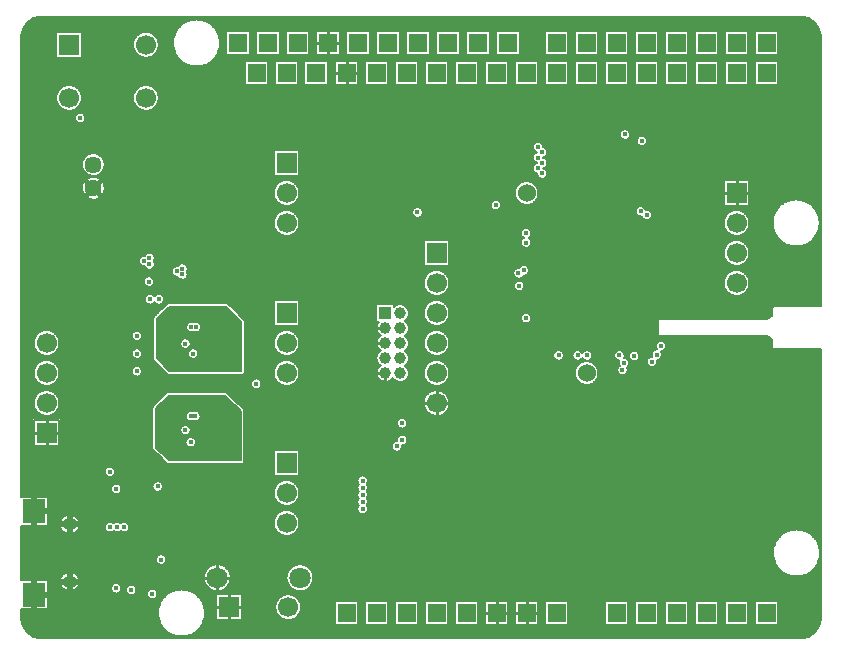
<source format=gbr>
G04 DipTrace 3.3.1.0*
G04 Ground.gbr*
%MOMM*%
G04 #@! TF.FileFunction,Copper,L2,Inr*
G04 #@! TF.Part,Single*
G04 #@! TA.AperFunction,CopperBalancing*
%ADD10C,0.25*%
%ADD14C,0.16*%
%ADD15C,0.5*%
G04 #@! TA.AperFunction,Conductor*
%ADD16C,0.3*%
G04 #@! TA.AperFunction,CopperBalancing*
%ADD17C,0.4*%
G04 #@! TA.AperFunction,ComponentPad*
%ADD29R,1.7X1.7*%
%ADD30C,1.7*%
%ADD31R,1.0X1.0*%
%ADD32C,1.0*%
%ADD34O,1.25X1.05*%
%ADD36R,1.9X2.0*%
%ADD45C,1.4478*%
%ADD63C,1.524*%
%ADD64R,1.5X1.5*%
%ADD65C,1.8*%
G04 #@! TA.AperFunction,ViaPad*
%ADD66C,0.4032*%
%FSLAX35Y35*%
G04*
G71*
G90*
G75*
G01*
G04 Inner1*
%LPD*%
X1095000Y465000D2*
D14*
X1092500Y462500D1*
X1035000Y1305000D2*
X1045000Y1315000D1*
X4315000Y3310000D2*
D16*
X4290000D1*
X4310000Y2990000D2*
Y2955000D1*
D66*
X1095000Y465000D3*
X1035000Y1305000D3*
X4315000Y3310000D3*
X4310000Y2990000D3*
X3395000Y3645000D3*
X4255000Y3025000D3*
X4057500Y3707500D3*
X1120000Y3060000D3*
X845000Y1305000D3*
X970000Y450000D3*
X1223800Y706380D3*
X790000Y1450000D3*
X5420000Y2440000D3*
X1150000Y415000D3*
X3220000Y1665000D3*
X5380000Y2380000D3*
X3265000Y1719997D3*
X842750Y462750D3*
X5230000Y2430000D3*
X4415000Y4200000D3*
X5105000Y2435000D3*
X4450000Y4065000D3*
X5145000Y2370000D3*
X4415000Y4110000D3*
X5130000Y2310000D3*
X4450000Y4155000D3*
X4315000Y3470000D3*
Y3390000D3*
Y2750000D3*
X4590000Y2435000D3*
X3265000Y1860000D3*
X2030607Y2194360D3*
X4750000Y2435000D3*
X4450000Y3975000D3*
X4830000Y2435000D3*
X4415000Y4020000D3*
X5295000Y4250000D3*
X1205000Y2910000D3*
X5335000Y3625000D3*
X5285000Y3655000D3*
X5150000Y4305000D3*
X1130000Y2910000D3*
X1020000Y2600000D3*
Y2450000D3*
Y2300000D3*
X540000Y4445000D3*
X1428477Y1745630D3*
X1531673Y1700333D3*
X1575000Y1825000D3*
X1475000Y1700000D3*
X1430000Y1801457D3*
X1475000Y1920000D3*
X1515000D3*
X1875000Y1860000D3*
X1770000Y1870000D3*
X1755000Y2075000D3*
X1200000Y1975000D3*
X1454717Y2076987D3*
X1605000Y2075000D3*
X1745000Y1960000D3*
X1875000Y1955000D3*
X1200000Y1675000D3*
X1310000Y1565000D3*
X1200000Y1825000D3*
X1305000Y2075000D3*
X1875000Y1565000D3*
X1760000D3*
X1610000D3*
X1460000D3*
X1375000Y1980000D3*
X1580000Y2580000D3*
X1880000Y2615000D3*
X1480000Y2675000D3*
X1520000D3*
X1495000Y2450000D3*
X1430000Y2535000D3*
X1775000Y2625000D3*
X1760000Y2830000D3*
X1205000Y2730000D3*
X1460000Y2832973D3*
X1610000Y2830000D3*
X1750000Y2715000D3*
X1880000Y2710000D3*
X1200843Y2429583D3*
X1315000Y2320000D3*
X1200543Y2580000D3*
X1310000Y2830000D3*
X1880000Y2320000D3*
X1765000D3*
X1615000D3*
X1465000D3*
X1380000Y2735000D3*
X880000Y3570000D3*
X1015000D3*
X930000D3*
X4695000Y3030000D3*
X4950000D3*
Y3280000D3*
X4695000D3*
X5205000D3*
Y3030000D3*
Y2780000D3*
X4950000D3*
X4695000D3*
X5455000Y2515000D3*
X1970000Y2660000D3*
X1530000Y2895000D3*
X1380000D3*
X1250000Y2875000D3*
X1155000Y2785000D3*
X1870000Y2250000D3*
X1700000D3*
X1540000D3*
X1685000Y2895000D3*
X380000Y2460000D3*
X1375000Y2250000D3*
X1245000Y2275000D3*
X1825000Y2875000D3*
X1915000Y2790000D3*
X1140000Y2655000D3*
Y2495000D3*
X1165000Y2360000D3*
X1975000Y2325000D3*
X1965000Y1905000D3*
X1525000Y2140000D3*
X1375000D3*
X1245000Y2120000D3*
X1150000Y2030000D3*
X1865000Y1495000D3*
X1695000D3*
X1535000D3*
X1680000Y2140000D3*
X1370000Y1495000D3*
X1240000Y1520000D3*
X1820000Y2120000D3*
X1910000Y2035000D3*
X1135000Y1900000D3*
Y1740000D3*
X1160000Y1605000D3*
X1970000Y1570000D3*
X2930000Y1375000D3*
Y1135000D3*
Y1255000D3*
Y1315000D3*
Y1195000D3*
X1360000Y3145000D3*
X1405000Y3170000D3*
Y3120000D3*
X1020000Y2525000D3*
X1010000Y3080000D3*
Y3035000D3*
X1055000Y3055000D3*
X1220000Y3060000D3*
X1185000Y3085000D3*
X380000Y2265000D3*
X735000Y2145000D3*
Y1690000D3*
X410000Y3450000D3*
X710000Y3635000D3*
X1730000Y3055000D3*
Y3145000D3*
Y3255000D3*
X1165000Y3920000D3*
Y3830000D3*
Y3875000D3*
X780000Y3300000D3*
X960000Y2785000D3*
X380000D3*
X590000Y3410000D3*
X780000D3*
X1615000Y3355000D3*
X1600000Y1025000D3*
Y760000D3*
X590000Y3300000D3*
X1990000Y1145000D3*
X2075000Y1895000D3*
X2065000Y2090000D3*
X2590000Y3035000D3*
X3200000Y3615000D3*
X3330000Y1785000D3*
X2925000D3*
X2160000D3*
X3460000D3*
X2090000Y2660000D3*
Y2915000D3*
X4180000Y1785000D3*
X450000Y1300000D3*
X3440000Y3855000D3*
X4165000D3*
X4470000Y3710000D3*
X1885000Y1300000D3*
X4870000Y3890000D3*
X4985000Y4505000D3*
X4555000Y4705000D3*
X4630000Y4360000D3*
X4285000Y4705000D3*
X4830000Y3635000D3*
X4870000Y4195000D3*
X5335000Y3710000D3*
X4850000Y4360000D3*
X5220000Y4195000D3*
X4565000D3*
X4795000Y4705000D3*
X4060000D3*
X3875000Y4375000D3*
Y4705000D3*
X4400000Y4360000D3*
X4610000Y3755000D3*
X5985000Y4705000D3*
X2160000D3*
X2410000D3*
X2665000D3*
X2920000D3*
X5220000Y4320000D3*
X5445000Y3800000D3*
X5240000Y4705000D3*
X1900000D3*
X5485000D3*
X5755000D3*
X6495000D3*
X6220000D3*
X3180000D3*
X3430000D3*
X3685000D3*
X5005000D3*
X4155000Y2775000D3*
X3960000Y3005000D3*
X3895000Y3135000D3*
Y3270000D3*
X1390000Y4435000D3*
X3635000Y4345000D3*
X3640000Y4070000D3*
X3820000Y4175000D3*
X4000000Y3365000D3*
X3285000Y3995000D3*
X2700000Y3790000D3*
X4050000Y2925000D3*
X3685000D3*
X2015000Y3805000D3*
X2285000Y3295000D3*
X2635000Y4440000D3*
X3455000Y4170000D3*
X2930000Y1610000D3*
X5600000Y2585000D3*
Y2755000D3*
X5680000Y2585000D3*
X5700000Y2755000D3*
X4180000Y1950000D3*
X3685000Y2420000D3*
X4475000Y1860000D3*
X4510000Y2225000D3*
X5090000Y2230000D3*
X2930000Y2820000D3*
X4185000Y2455000D3*
Y2645000D3*
X2925000Y1930000D3*
X3325000Y3220000D3*
X3335000Y2595000D3*
X3290000Y910000D3*
X2420000Y1615000D3*
X760000Y715000D3*
X1300000Y815000D3*
X590000Y865000D3*
X1025000D3*
X5225000Y2025000D3*
X4710000Y1840000D3*
X4860000Y1610000D3*
X2050000Y625000D3*
X555000Y1400000D3*
X905000Y1330000D3*
X2545000Y500000D3*
X2405000Y2080000D3*
X1250000Y1015000D3*
X780000Y1055000D3*
X680000Y1460000D3*
X3335000Y2730000D3*
X3460000Y1580000D3*
X5225000Y1400000D3*
X4055000Y640000D3*
X3465000Y905000D3*
X5960000Y525000D3*
X4415000Y960000D3*
X4940000Y435000D3*
Y760000D3*
X6190000Y400000D3*
X4375000Y1305000D3*
X4370000Y1585000D3*
X5410000Y1685000D3*
X5885000Y935000D3*
X4615000Y1585000D3*
X5235000Y970000D3*
X5445000Y495000D3*
X4180000Y1585000D3*
X5480000Y2285000D3*
X5895000Y3385000D3*
X5985000Y4330000D3*
X5805000Y3575000D3*
X5585000Y4335000D3*
X5805000Y4440000D3*
X5980000Y2585000D3*
X6300000D3*
X5655000Y3145000D3*
X6070000Y2585000D3*
X6160000D3*
X5970000Y3145000D3*
X5830000Y2985000D3*
X4390000Y3555000D3*
X5760000Y2585000D3*
X5885000Y2470000D3*
X5805000Y4185000D3*
X2270000Y5270000D3*
X2070000D3*
X2470000D3*
X1870000D3*
X1670000D3*
X3470000D3*
X270000D3*
X470000D3*
X670000D3*
X870000D3*
X2870000D3*
X120000Y5220000D3*
X3070000Y5270000D3*
X3270000D3*
X3870000D3*
X3670000D3*
X1070000D3*
X1270000D3*
X1370000D3*
X2670000D3*
X4670000D3*
X4470000D3*
X4870000D3*
X4270000D3*
X4070000D3*
X5870000D3*
X5270000D3*
X5470000D3*
X5670000D3*
X6270000D3*
X6070000D3*
X5070000D3*
X5885000Y2585000D3*
X6300000Y2465000D3*
X5800000Y2755000D3*
X6670000Y5270000D3*
X6470000D3*
X6300000Y2755000D3*
X6000000D3*
X6100000D3*
X6200000D3*
X5760000Y2470000D3*
X6370000Y2775000D3*
X5900000Y2755000D3*
X2270000Y70000D3*
X2070000D3*
X2470000D3*
X1870000D3*
X1670000D3*
X3470000D3*
X270000D3*
X470000D3*
X670000D3*
X870000D3*
X2870000D3*
X120000Y120000D3*
X3070000Y70000D3*
X3270000D3*
X3870000D3*
X3670000D3*
X1070000D3*
X1270000D3*
X1540000D3*
X2670000D3*
X4670000D3*
X4470000D3*
X4870000D3*
X4270000D3*
X4070000D3*
X5870000D3*
X5270000D3*
X5470000D3*
X5670000D3*
X6270000D3*
X6070000D3*
X5070000D3*
X6670000D3*
X6470000D3*
X6780000Y2270000D3*
Y2070000D3*
Y2465000D3*
Y1870000D3*
Y1670000D3*
Y3435000D3*
Y270000D3*
Y470000D3*
Y620000D3*
Y910000D3*
Y2875000D3*
X6755000Y155000D3*
X6780000Y3070000D3*
Y3270000D3*
Y3870000D3*
Y3680000D3*
Y1070000D3*
Y1270000D3*
Y1470000D3*
Y2370000D3*
Y4670000D3*
Y4470000D3*
Y4870000D3*
Y4270000D3*
Y4070000D3*
X6435000Y2875000D3*
X6750000Y5195000D3*
X6780000Y2975000D3*
X6435000D3*
Y2465000D3*
Y2370000D3*
X6780000Y5070000D3*
X6370000Y2565000D3*
X6600000Y2270000D3*
X70000D3*
Y2070000D3*
Y2470000D3*
Y1870000D3*
Y1670000D3*
Y3470000D3*
X6055000Y2005000D3*
X70000Y230000D3*
X325000Y335000D3*
X6415000Y3230000D3*
X70000Y2870000D3*
X6160000Y2470000D3*
X70000Y3070000D3*
Y3270000D3*
Y3870000D3*
Y3670000D3*
X6420000Y4050000D3*
X70000Y1270000D3*
Y1470000D3*
Y2670000D3*
Y4670000D3*
Y4470000D3*
Y4870000D3*
Y4270000D3*
Y4070000D3*
X405000Y4360000D3*
X6290000Y1370000D3*
X405000Y3960000D3*
X865000Y4760000D3*
X405000D3*
X1340000D3*
X70000Y5070000D3*
X320000Y1185000D3*
X6600000Y3070000D3*
X4295000Y3155000D3*
X4250000Y3130000D3*
X1195000Y1325000D3*
X790000Y980000D3*
X1080000Y3235000D3*
X1125000Y3205000D3*
Y3260000D3*
X910000Y980000D3*
X850000D3*
X1274240Y2076333D2*
D14*
X1780760D1*
X1258583Y2060667D2*
X1796417D1*
X1242927Y2045000D2*
X1812073D1*
X1227240Y2029333D2*
X1827760D1*
X1211583Y2013667D2*
X1843417D1*
X1195927Y1998000D2*
X1859073D1*
X1184617Y1982333D2*
X1874760D1*
X1184617Y1966667D2*
X1890417D1*
X1184617Y1951000D2*
X1441073D1*
X1548927D2*
X1895383D1*
X1184617Y1935333D2*
X1431290D1*
X1558710D2*
X1895383D1*
X1184617Y1919667D2*
X1428603D1*
X1561397D2*
X1895383D1*
X1184617Y1904000D2*
X1431540D1*
X1558460D2*
X1895383D1*
X1184617Y1888333D2*
X1441697D1*
X1548303D2*
X1895383D1*
X1184617Y1872667D2*
X1895383D1*
X1184617Y1857000D2*
X1895383D1*
X1184617Y1841333D2*
X1407977D1*
X1452023D2*
X1895383D1*
X1184617Y1825667D2*
X1390697D1*
X1469303D2*
X1895383D1*
X1184617Y1810000D2*
X1384417D1*
X1475583D2*
X1895383D1*
X1184617Y1794333D2*
X1384167D1*
X1475833D2*
X1895383D1*
X1184617Y1778667D2*
X1389823D1*
X1470177D2*
X1895383D1*
X1184617Y1763000D2*
X1405417D1*
X1454583D2*
X1895383D1*
X1184617Y1747333D2*
X1895383D1*
X1184617Y1731667D2*
X1441697D1*
X1508303D2*
X1895383D1*
X1184617Y1716000D2*
X1431540D1*
X1518460D2*
X1895383D1*
X1184617Y1700333D2*
X1428603D1*
X1521397D2*
X1895383D1*
X1184617Y1684667D2*
X1431290D1*
X1518710D2*
X1895383D1*
X1184617Y1669000D2*
X1441073D1*
X1508927D2*
X1895383D1*
X1184617Y1653333D2*
X1895383D1*
X1200240Y1637667D2*
X1895383D1*
X1215927Y1622000D2*
X1895383D1*
X1231583Y1606333D2*
X1895383D1*
X1247240Y1590667D2*
X1895383D1*
X1262927Y1575000D2*
X1895383D1*
X1278583Y1559333D2*
X1895383D1*
X1519663Y1696487D2*
X1518563Y1689540D1*
X1516390Y1682857D1*
X1513197Y1676593D1*
X1509067Y1670903D1*
X1504097Y1665933D1*
X1498407Y1661803D1*
X1492143Y1658610D1*
X1485460Y1656437D1*
X1478513Y1655337D1*
X1471487D1*
X1464540Y1656437D1*
X1457857Y1658610D1*
X1451593Y1661803D1*
X1445903Y1665933D1*
X1440933Y1670903D1*
X1436803Y1676593D1*
X1433610Y1682857D1*
X1431437Y1689540D1*
X1430337Y1696487D1*
Y1703513D1*
X1431437Y1710460D1*
X1433610Y1717143D1*
X1436803Y1723407D1*
X1440933Y1729097D1*
X1445903Y1734067D1*
X1451593Y1738197D1*
X1457857Y1741390D1*
X1464540Y1743563D1*
X1471487Y1744663D1*
X1478513D1*
X1485460Y1743563D1*
X1492143Y1741390D1*
X1498407Y1738197D1*
X1504097Y1734067D1*
X1509067Y1729097D1*
X1513197Y1723407D1*
X1516390Y1717143D1*
X1518563Y1710460D1*
X1519663Y1703513D1*
Y1696487D1*
X1474663Y1797940D2*
X1473563Y1790997D1*
X1471390Y1784310D1*
X1468197Y1778047D1*
X1464067Y1772360D1*
X1459097Y1767390D1*
X1453407Y1763257D1*
X1447143Y1760067D1*
X1440460Y1757893D1*
X1433513Y1756793D1*
X1426487D1*
X1419540Y1757893D1*
X1412857Y1760067D1*
X1406593Y1763257D1*
X1400903Y1767390D1*
X1395933Y1772360D1*
X1391803Y1778047D1*
X1388610Y1784310D1*
X1386437Y1790997D1*
X1385337Y1797940D1*
Y1804970D1*
X1386437Y1811913D1*
X1388610Y1818600D1*
X1391803Y1824863D1*
X1395933Y1830550D1*
X1400903Y1835520D1*
X1406593Y1839653D1*
X1412857Y1842843D1*
X1419540Y1845017D1*
X1426487Y1846117D1*
X1433513D1*
X1440460Y1845017D1*
X1447143Y1842843D1*
X1453407Y1839653D1*
X1459097Y1835520D1*
X1464067Y1830550D1*
X1468197Y1824863D1*
X1471390Y1818600D1*
X1473563Y1811913D1*
X1474663Y1804970D1*
Y1797940D1*
X1494977Y1879917D2*
X1488843Y1877393D1*
X1482007Y1875750D1*
X1475000Y1875200D1*
X1467993Y1875750D1*
X1461157Y1877393D1*
X1454660Y1880083D1*
X1448667Y1883757D1*
X1443320Y1888320D1*
X1438757Y1893667D1*
X1435083Y1899660D1*
X1432393Y1906157D1*
X1430750Y1912993D1*
X1430200Y1920000D1*
X1430750Y1927007D1*
X1432393Y1933843D1*
X1435083Y1940340D1*
X1438757Y1946333D1*
X1443320Y1951680D1*
X1448667Y1956243D1*
X1454660Y1959917D1*
X1461157Y1962607D1*
X1467993Y1964250D1*
X1475000Y1964800D1*
X1482007Y1964250D1*
X1488843Y1962607D1*
X1494977Y1960083D1*
X1501157Y1962607D1*
X1507993Y1964250D1*
X1515000Y1964800D1*
X1522007Y1964250D1*
X1528843Y1962607D1*
X1535340Y1959917D1*
X1541333Y1956243D1*
X1546680Y1951680D1*
X1551243Y1946333D1*
X1554917Y1940340D1*
X1557607Y1933843D1*
X1559250Y1927007D1*
X1559800Y1920000D1*
X1559250Y1912993D1*
X1557607Y1906157D1*
X1554917Y1899660D1*
X1551243Y1893667D1*
X1546680Y1888320D1*
X1541333Y1883757D1*
X1535340Y1880083D1*
X1528843Y1877393D1*
X1522007Y1875750D1*
X1515000Y1875200D1*
X1507993Y1875750D1*
X1501157Y1877393D1*
X1495023Y1879917D1*
X1288293Y2091980D2*
X1183010Y1986697D1*
X1183000Y1653327D1*
X1288303Y1548010D1*
X1896970Y1548000D1*
X1897000Y1961657D1*
X1766693Y2091993D1*
X1288300Y2092000D1*
X1279240Y2831333D2*
X1785760D1*
X1263583Y2815667D2*
X1801417D1*
X1247927Y2800000D2*
X1817073D1*
X1232240Y2784333D2*
X1832760D1*
X1216583Y2768667D2*
X1848417D1*
X1200927Y2753000D2*
X1864073D1*
X1189617Y2737333D2*
X1879760D1*
X1189617Y2721667D2*
X1895417D1*
X1189617Y2706000D2*
X1446073D1*
X1553927D2*
X1900383D1*
X1189617Y2690333D2*
X1436290D1*
X1563710D2*
X1900383D1*
X1189617Y2674667D2*
X1433603D1*
X1566397D2*
X1900383D1*
X1189617Y2659000D2*
X1436540D1*
X1563460D2*
X1900383D1*
X1189617Y2643333D2*
X1446697D1*
X1553303D2*
X1900383D1*
X1189617Y2627667D2*
X1900383D1*
X1189617Y2612000D2*
X1900383D1*
X1189617Y2596333D2*
X1900383D1*
X1189617Y2580667D2*
X1900383D1*
X1189617Y2565000D2*
X1395133D1*
X1464867D2*
X1900383D1*
X1189617Y2549333D2*
X1385947D1*
X1474053D2*
X1900383D1*
X1189617Y2533667D2*
X1383633D1*
X1476367D2*
X1900383D1*
X1189617Y2518000D2*
X1386947D1*
X1473053D2*
X1900383D1*
X1189617Y2502333D2*
X1397727D1*
X1462273D2*
X1900383D1*
X1189617Y2486667D2*
X1467667D1*
X1522333D2*
X1900383D1*
X1189617Y2471000D2*
X1453823D1*
X1536177D2*
X1900383D1*
X1189617Y2455333D2*
X1448917D1*
X1541083D2*
X1900383D1*
X1189617Y2439667D2*
X1449823D1*
X1540177D2*
X1900383D1*
X1189617Y2424000D2*
X1456917D1*
X1533083D2*
X1900383D1*
X1189617Y2408333D2*
X1476947D1*
X1513053D2*
X1900383D1*
X1205240Y2392667D2*
X1900383D1*
X1220927Y2377000D2*
X1900383D1*
X1236583Y2361333D2*
X1900383D1*
X1252240Y2345667D2*
X1900383D1*
X1267927Y2330000D2*
X1900383D1*
X1283583Y2314333D2*
X1900383D1*
X1499977Y2634917D2*
X1493843Y2632393D1*
X1487007Y2630750D1*
X1480000Y2630200D1*
X1472993Y2630750D1*
X1466157Y2632393D1*
X1459660Y2635083D1*
X1453667Y2638757D1*
X1448320Y2643320D1*
X1443757Y2648667D1*
X1440083Y2654660D1*
X1437393Y2661157D1*
X1435750Y2667993D1*
X1435200Y2675000D1*
X1435750Y2682007D1*
X1437393Y2688843D1*
X1440083Y2695340D1*
X1443757Y2701333D1*
X1448320Y2706680D1*
X1453667Y2711243D1*
X1459660Y2714917D1*
X1466157Y2717607D1*
X1472993Y2719250D1*
X1480000Y2719800D1*
X1487007Y2719250D1*
X1493843Y2717607D1*
X1499977Y2715083D1*
X1506157Y2717607D1*
X1512993Y2719250D1*
X1520000Y2719800D1*
X1527007Y2719250D1*
X1533843Y2717607D1*
X1540340Y2714917D1*
X1546333Y2711243D1*
X1551680Y2706680D1*
X1556243Y2701333D1*
X1559917Y2695340D1*
X1562607Y2688843D1*
X1564250Y2682007D1*
X1564800Y2675000D1*
X1564250Y2667993D1*
X1562607Y2661157D1*
X1559917Y2654660D1*
X1556243Y2648667D1*
X1551680Y2643320D1*
X1546333Y2638757D1*
X1540340Y2635083D1*
X1533843Y2632393D1*
X1527007Y2630750D1*
X1520000Y2630200D1*
X1512993Y2630750D1*
X1506157Y2632393D1*
X1500023Y2634917D1*
X1539663Y2446487D2*
X1538563Y2439540D1*
X1536390Y2432857D1*
X1533197Y2426593D1*
X1529067Y2420903D1*
X1524097Y2415933D1*
X1518407Y2411803D1*
X1512143Y2408610D1*
X1505460Y2406437D1*
X1498513Y2405337D1*
X1491487D1*
X1484540Y2406437D1*
X1477857Y2408610D1*
X1471593Y2411803D1*
X1465903Y2415933D1*
X1460933Y2420903D1*
X1456803Y2426593D1*
X1453610Y2432857D1*
X1451437Y2439540D1*
X1450337Y2446487D1*
Y2453513D1*
X1451437Y2460460D1*
X1453610Y2467143D1*
X1456803Y2473407D1*
X1460933Y2479097D1*
X1465903Y2484067D1*
X1471593Y2488197D1*
X1477857Y2491390D1*
X1484540Y2493563D1*
X1491487Y2494663D1*
X1498513D1*
X1505460Y2493563D1*
X1512143Y2491390D1*
X1518407Y2488197D1*
X1524097Y2484067D1*
X1529067Y2479097D1*
X1533197Y2473407D1*
X1536390Y2467143D1*
X1538563Y2460460D1*
X1539663Y2453513D1*
Y2446487D1*
X1474663Y2531487D2*
X1473563Y2524540D1*
X1471390Y2517857D1*
X1468197Y2511593D1*
X1464067Y2505903D1*
X1459097Y2500933D1*
X1453407Y2496803D1*
X1447143Y2493610D1*
X1440460Y2491437D1*
X1433513Y2490337D1*
X1426487D1*
X1419540Y2491437D1*
X1412857Y2493610D1*
X1406593Y2496803D1*
X1400903Y2500933D1*
X1395933Y2505903D1*
X1391803Y2511593D1*
X1388610Y2517857D1*
X1386437Y2524540D1*
X1385337Y2531487D1*
Y2538513D1*
X1386437Y2545460D1*
X1388610Y2552143D1*
X1391803Y2558407D1*
X1395933Y2564097D1*
X1400903Y2569067D1*
X1406593Y2573197D1*
X1412857Y2576390D1*
X1419540Y2578563D1*
X1426487Y2579663D1*
X1433513D1*
X1440460Y2578563D1*
X1447143Y2576390D1*
X1453407Y2573197D1*
X1459097Y2569067D1*
X1464067Y2564097D1*
X1468197Y2558407D1*
X1471390Y2552143D1*
X1473563Y2545460D1*
X1474663Y2538513D1*
Y2531487D1*
X1293293Y2846980D2*
X1188010Y2741697D1*
X1188000Y2408327D1*
X1293303Y2303010D1*
X1901970Y2303000D1*
X1902000Y2716657D1*
X1771693Y2846993D1*
X1293300Y2847000D1*
X143272Y5286333D2*
X6706728D1*
X121741Y5270667D2*
X1466009D1*
X1581991D2*
X6728259D1*
X100209Y5255000D2*
X1428009D1*
X1619991D2*
X6749791D1*
X85084Y5239333D2*
X1403447D1*
X1644553D2*
X6764916D1*
X73709Y5223667D2*
X1384947D1*
X1663053D2*
X6776291D1*
X62303Y5208000D2*
X1370259D1*
X1677741D2*
X6787697D1*
X52928Y5192333D2*
X1358353D1*
X1689647D2*
X6797072D1*
X49022Y5176667D2*
X1348634D1*
X1699366D2*
X1773291D1*
X1975772D2*
X2027291D1*
X2229772D2*
X2278728D1*
X2481209D2*
X2535291D1*
X2737772D2*
X2789291D1*
X2991772D2*
X3043291D1*
X3245772D2*
X3297291D1*
X3499772D2*
X3551291D1*
X3753772D2*
X3805291D1*
X4007772D2*
X4059291D1*
X4261772D2*
X4470759D1*
X4673241D2*
X4724759D1*
X4927241D2*
X4978759D1*
X5181241D2*
X5232759D1*
X5435241D2*
X5486759D1*
X5689241D2*
X5740759D1*
X5943241D2*
X5994759D1*
X6197241D2*
X6248759D1*
X6451241D2*
X6800978D1*
X45084Y5161000D2*
X333759D1*
X556241D2*
X1040447D1*
X1149553D2*
X1340822D1*
X1707178D2*
X1773291D1*
X1975772D2*
X2027291D1*
X2229772D2*
X2278728D1*
X2481209D2*
X2535291D1*
X2737772D2*
X2789291D1*
X2991772D2*
X3043291D1*
X3245772D2*
X3297291D1*
X3499772D2*
X3551291D1*
X3753772D2*
X3805291D1*
X4007772D2*
X4059291D1*
X4261772D2*
X4470759D1*
X4673241D2*
X4724759D1*
X4927241D2*
X4978759D1*
X5181241D2*
X5232759D1*
X5435241D2*
X5486759D1*
X5689241D2*
X5740759D1*
X5943241D2*
X5994759D1*
X6197241D2*
X6248759D1*
X6451241D2*
X6804916D1*
X41178Y5145333D2*
X333759D1*
X556241D2*
X1018791D1*
X1171209D2*
X1334603D1*
X1713397D2*
X1773291D1*
X1975772D2*
X2027291D1*
X2229772D2*
X2278728D1*
X2481209D2*
X2535291D1*
X2737772D2*
X2789291D1*
X2991772D2*
X3043291D1*
X3245772D2*
X3297291D1*
X3499772D2*
X3551291D1*
X3753772D2*
X3805291D1*
X4007772D2*
X4059291D1*
X4261772D2*
X4470759D1*
X4673241D2*
X4724759D1*
X4927241D2*
X4978759D1*
X5181241D2*
X5232759D1*
X5435241D2*
X5486759D1*
X5689241D2*
X5740759D1*
X5943241D2*
X5994759D1*
X6197241D2*
X6248759D1*
X6451241D2*
X6808822D1*
X39616Y5129667D2*
X333759D1*
X556241D2*
X1004853D1*
X1185147D2*
X1329884D1*
X1718116D2*
X1773291D1*
X1975772D2*
X2027291D1*
X2229772D2*
X2278728D1*
X2481209D2*
X2535291D1*
X2737772D2*
X2789291D1*
X2991772D2*
X3043291D1*
X3245772D2*
X3297291D1*
X3499772D2*
X3551291D1*
X3753772D2*
X3805291D1*
X4007772D2*
X4059291D1*
X4261772D2*
X4470759D1*
X4673241D2*
X4724759D1*
X4927241D2*
X4978759D1*
X5181241D2*
X5232759D1*
X5435241D2*
X5486759D1*
X5689241D2*
X5740759D1*
X5943241D2*
X5994759D1*
X6197241D2*
X6248759D1*
X6451241D2*
X6810384D1*
X39616Y5114000D2*
X333759D1*
X556241D2*
X995322D1*
X1194678D2*
X1326509D1*
X1721491D2*
X1773291D1*
X1975772D2*
X2027291D1*
X2229772D2*
X2278728D1*
X2481209D2*
X2535291D1*
X2737772D2*
X2789291D1*
X2991772D2*
X3043291D1*
X3245772D2*
X3297291D1*
X3499772D2*
X3551291D1*
X3753772D2*
X3805291D1*
X4007772D2*
X4059291D1*
X4261772D2*
X4470759D1*
X4673241D2*
X4724759D1*
X4927241D2*
X4978759D1*
X5181241D2*
X5232759D1*
X5435241D2*
X5486759D1*
X5689241D2*
X5740759D1*
X5943241D2*
X5994759D1*
X6197241D2*
X6248759D1*
X6451241D2*
X6810384D1*
X39616Y5098333D2*
X333759D1*
X556241D2*
X988947D1*
X1201053D2*
X1324416D1*
X1723584D2*
X1773291D1*
X1975772D2*
X2027291D1*
X2229772D2*
X2278728D1*
X2481209D2*
X2535291D1*
X2737772D2*
X2789291D1*
X2991772D2*
X3043291D1*
X3245772D2*
X3297291D1*
X3499772D2*
X3551291D1*
X3753772D2*
X3805291D1*
X4007772D2*
X4059291D1*
X4261772D2*
X4470759D1*
X4673241D2*
X4724759D1*
X4927241D2*
X4978759D1*
X5181241D2*
X5232759D1*
X5435241D2*
X5486759D1*
X5689241D2*
X5740759D1*
X5943241D2*
X5994759D1*
X6197241D2*
X6248759D1*
X6451241D2*
X6810384D1*
X39616Y5082667D2*
X333759D1*
X556241D2*
X985197D1*
X1204803D2*
X1323572D1*
X1724428D2*
X1773291D1*
X1975772D2*
X2027291D1*
X2229772D2*
X2278728D1*
X2481209D2*
X2535291D1*
X2737772D2*
X2789291D1*
X2991772D2*
X3043291D1*
X3245772D2*
X3297291D1*
X3499772D2*
X3551291D1*
X3753772D2*
X3805291D1*
X4007772D2*
X4059291D1*
X4261772D2*
X4470759D1*
X4673241D2*
X4724759D1*
X4927241D2*
X4978759D1*
X5181241D2*
X5232759D1*
X5435241D2*
X5486759D1*
X5689241D2*
X5740759D1*
X5943241D2*
X5994759D1*
X6197241D2*
X6248759D1*
X6451241D2*
X6810384D1*
X39616Y5067000D2*
X333759D1*
X556241D2*
X983791D1*
X1206209D2*
X1323978D1*
X1724022D2*
X1773291D1*
X1975772D2*
X2027291D1*
X2229772D2*
X2278728D1*
X2481209D2*
X2535291D1*
X2737772D2*
X2789291D1*
X2991772D2*
X3043291D1*
X3245772D2*
X3297291D1*
X3499772D2*
X3551291D1*
X3753772D2*
X3805291D1*
X4007772D2*
X4059291D1*
X4261772D2*
X4470759D1*
X4673241D2*
X4724759D1*
X4927241D2*
X4978759D1*
X5181241D2*
X5232759D1*
X5435241D2*
X5486759D1*
X5689241D2*
X5740759D1*
X5943241D2*
X5994759D1*
X6197241D2*
X6248759D1*
X6451241D2*
X6810384D1*
X39616Y5051333D2*
X333759D1*
X556241D2*
X984603D1*
X1205397D2*
X1325634D1*
X1722366D2*
X1773291D1*
X1975772D2*
X2027291D1*
X2229772D2*
X2278728D1*
X2481209D2*
X2535291D1*
X2737772D2*
X2789291D1*
X2991772D2*
X3043291D1*
X3245772D2*
X3297291D1*
X3499772D2*
X3551291D1*
X3753772D2*
X3805291D1*
X4007772D2*
X4059291D1*
X4261772D2*
X4470759D1*
X4673241D2*
X4724759D1*
X4927241D2*
X4978759D1*
X5181241D2*
X5232759D1*
X5435241D2*
X5486759D1*
X5689241D2*
X5740759D1*
X5943241D2*
X5994759D1*
X6197241D2*
X6248759D1*
X6451241D2*
X6810384D1*
X39616Y5035667D2*
X333759D1*
X556241D2*
X987759D1*
X1202241D2*
X1328572D1*
X1719428D2*
X1773291D1*
X1975772D2*
X2027291D1*
X2229772D2*
X2278728D1*
X2481209D2*
X2535291D1*
X2737772D2*
X2789291D1*
X2991772D2*
X3043291D1*
X3245772D2*
X3297291D1*
X3499772D2*
X3551291D1*
X3753772D2*
X3805291D1*
X4007772D2*
X4059291D1*
X4261772D2*
X4470759D1*
X4673241D2*
X4724759D1*
X4927241D2*
X4978759D1*
X5181241D2*
X5232759D1*
X5435241D2*
X5486759D1*
X5689241D2*
X5740759D1*
X5943241D2*
X5994759D1*
X6197241D2*
X6248759D1*
X6451241D2*
X6810384D1*
X39616Y5020000D2*
X333759D1*
X556241D2*
X993416D1*
X1196584D2*
X1332822D1*
X1715178D2*
X1773291D1*
X1975772D2*
X2027291D1*
X2229772D2*
X2278728D1*
X2481209D2*
X2535291D1*
X2737772D2*
X2789291D1*
X2991772D2*
X3043291D1*
X3245772D2*
X3297291D1*
X3499772D2*
X3551291D1*
X3753772D2*
X3805291D1*
X4007772D2*
X4059291D1*
X4261772D2*
X4470759D1*
X4673241D2*
X4724759D1*
X4927241D2*
X4978759D1*
X5181241D2*
X5232759D1*
X5435241D2*
X5486759D1*
X5689241D2*
X5740759D1*
X5943241D2*
X5994759D1*
X6197241D2*
X6248759D1*
X6451241D2*
X6810384D1*
X39616Y5004333D2*
X333759D1*
X556241D2*
X1002072D1*
X1187928D2*
X1338541D1*
X1709459D2*
X1773291D1*
X1975772D2*
X2027291D1*
X2229772D2*
X2278728D1*
X2481209D2*
X2535291D1*
X2737772D2*
X2789291D1*
X2991772D2*
X3043291D1*
X3245772D2*
X3297291D1*
X3499772D2*
X3551291D1*
X3753772D2*
X3805291D1*
X4007772D2*
X4059291D1*
X4261772D2*
X4470759D1*
X4673241D2*
X4724759D1*
X4927241D2*
X4978759D1*
X5181241D2*
X5232759D1*
X5435241D2*
X5486759D1*
X5689241D2*
X5740759D1*
X5943241D2*
X5994759D1*
X6197241D2*
X6248759D1*
X6451241D2*
X6810384D1*
X39616Y4988667D2*
X333759D1*
X556241D2*
X1014697D1*
X1175303D2*
X1345791D1*
X1702209D2*
X1773291D1*
X1975772D2*
X2027291D1*
X2229772D2*
X2278728D1*
X2481209D2*
X2535291D1*
X2737772D2*
X2789291D1*
X2991772D2*
X3043291D1*
X3245772D2*
X3297291D1*
X3499772D2*
X3551291D1*
X3753772D2*
X3805291D1*
X4007772D2*
X4059291D1*
X4261772D2*
X4470759D1*
X4673241D2*
X4724759D1*
X4927241D2*
X4978759D1*
X5181241D2*
X5232759D1*
X5435241D2*
X5486759D1*
X5689241D2*
X5740759D1*
X5943241D2*
X5994759D1*
X6197241D2*
X6248759D1*
X6451241D2*
X6810384D1*
X39616Y4973000D2*
X333759D1*
X556241D2*
X1033759D1*
X1156241D2*
X1354822D1*
X1693178D2*
X6810384D1*
X39616Y4957333D2*
X333759D1*
X556241D2*
X1072697D1*
X1117303D2*
X1365916D1*
X1682084D2*
X6810384D1*
X39616Y4941667D2*
X1379572D1*
X1668428D2*
X6810384D1*
X39616Y4926000D2*
X1396634D1*
X1651366D2*
X6810384D1*
X39616Y4910333D2*
X1418728D1*
X1629272D2*
X1930759D1*
X2133241D2*
X2184759D1*
X2387241D2*
X2436228D1*
X2638709D2*
X2692759D1*
X2895241D2*
X2946759D1*
X3149241D2*
X3200759D1*
X3403241D2*
X3454759D1*
X3657241D2*
X3708759D1*
X3911241D2*
X3962759D1*
X4165241D2*
X4216759D1*
X4419241D2*
X4470759D1*
X4673241D2*
X4724759D1*
X4927241D2*
X4978759D1*
X5181241D2*
X5232759D1*
X5435241D2*
X5486759D1*
X5689241D2*
X5740759D1*
X5943241D2*
X5994759D1*
X6197241D2*
X6248759D1*
X6451241D2*
X6810384D1*
X39616Y4894667D2*
X1450384D1*
X1597616D2*
X1930759D1*
X2133241D2*
X2184759D1*
X2387241D2*
X2436228D1*
X2638709D2*
X2692759D1*
X2895241D2*
X2946759D1*
X3149241D2*
X3200759D1*
X3403241D2*
X3454759D1*
X3657241D2*
X3708759D1*
X3911241D2*
X3962759D1*
X4165241D2*
X4216759D1*
X4419241D2*
X4470759D1*
X4673241D2*
X4724759D1*
X4927241D2*
X4978759D1*
X5181241D2*
X5232759D1*
X5435241D2*
X5486759D1*
X5689241D2*
X5740759D1*
X5943241D2*
X5994759D1*
X6197241D2*
X6248759D1*
X6451241D2*
X6810384D1*
X39616Y4879000D2*
X1930759D1*
X2133241D2*
X2184759D1*
X2387241D2*
X2436228D1*
X2638709D2*
X2692759D1*
X2895241D2*
X2946759D1*
X3149241D2*
X3200759D1*
X3403241D2*
X3454759D1*
X3657241D2*
X3708759D1*
X3911241D2*
X3962759D1*
X4165241D2*
X4216759D1*
X4419241D2*
X4470759D1*
X4673241D2*
X4724759D1*
X4927241D2*
X4978759D1*
X5181241D2*
X5232759D1*
X5435241D2*
X5486759D1*
X5689241D2*
X5740759D1*
X5943241D2*
X5994759D1*
X6197241D2*
X6248759D1*
X6451241D2*
X6810384D1*
X39616Y4863333D2*
X1930759D1*
X2133241D2*
X2184759D1*
X2387241D2*
X2436228D1*
X2638709D2*
X2692759D1*
X2895241D2*
X2946759D1*
X3149241D2*
X3200759D1*
X3403241D2*
X3454759D1*
X3657241D2*
X3708759D1*
X3911241D2*
X3962759D1*
X4165241D2*
X4216759D1*
X4419241D2*
X4470759D1*
X4673241D2*
X4724759D1*
X4927241D2*
X4978759D1*
X5181241D2*
X5232759D1*
X5435241D2*
X5486759D1*
X5689241D2*
X5740759D1*
X5943241D2*
X5994759D1*
X6197241D2*
X6248759D1*
X6451241D2*
X6810384D1*
X39616Y4847667D2*
X1930759D1*
X2133241D2*
X2184759D1*
X2387241D2*
X2436228D1*
X2638709D2*
X2692759D1*
X2895241D2*
X2946759D1*
X3149241D2*
X3200759D1*
X3403241D2*
X3454759D1*
X3657241D2*
X3708759D1*
X3911241D2*
X3962759D1*
X4165241D2*
X4216759D1*
X4419241D2*
X4470759D1*
X4673241D2*
X4724759D1*
X4927241D2*
X4978759D1*
X5181241D2*
X5232759D1*
X5435241D2*
X5486759D1*
X5689241D2*
X5740759D1*
X5943241D2*
X5994759D1*
X6197241D2*
X6248759D1*
X6451241D2*
X6810384D1*
X39616Y4832000D2*
X1930759D1*
X2133241D2*
X2184759D1*
X2387241D2*
X2436228D1*
X2638709D2*
X2692759D1*
X2895241D2*
X2946759D1*
X3149241D2*
X3200759D1*
X3403241D2*
X3454759D1*
X3657241D2*
X3708759D1*
X3911241D2*
X3962759D1*
X4165241D2*
X4216759D1*
X4419241D2*
X4470759D1*
X4673241D2*
X4724759D1*
X4927241D2*
X4978759D1*
X5181241D2*
X5232759D1*
X5435241D2*
X5486759D1*
X5689241D2*
X5740759D1*
X5943241D2*
X5994759D1*
X6197241D2*
X6248759D1*
X6451241D2*
X6810384D1*
X39616Y4816333D2*
X1930759D1*
X2133241D2*
X2184759D1*
X2387241D2*
X2436228D1*
X2638709D2*
X2692759D1*
X2895241D2*
X2946759D1*
X3149241D2*
X3200759D1*
X3403241D2*
X3454759D1*
X3657241D2*
X3708759D1*
X3911241D2*
X3962759D1*
X4165241D2*
X4216759D1*
X4419241D2*
X4470759D1*
X4673241D2*
X4724759D1*
X4927241D2*
X4978759D1*
X5181241D2*
X5232759D1*
X5435241D2*
X5486759D1*
X5689241D2*
X5740759D1*
X5943241D2*
X5994759D1*
X6197241D2*
X6248759D1*
X6451241D2*
X6810384D1*
X39616Y4800667D2*
X1930759D1*
X2133241D2*
X2184759D1*
X2387241D2*
X2436228D1*
X2638709D2*
X2692759D1*
X2895241D2*
X2946759D1*
X3149241D2*
X3200759D1*
X3403241D2*
X3454759D1*
X3657241D2*
X3708759D1*
X3911241D2*
X3962759D1*
X4165241D2*
X4216759D1*
X4419241D2*
X4470759D1*
X4673241D2*
X4724759D1*
X4927241D2*
X4978759D1*
X5181241D2*
X5232759D1*
X5435241D2*
X5486759D1*
X5689241D2*
X5740759D1*
X5943241D2*
X5994759D1*
X6197241D2*
X6248759D1*
X6451241D2*
X6810384D1*
X39616Y4785000D2*
X1930759D1*
X2133241D2*
X2184759D1*
X2387241D2*
X2436228D1*
X2638709D2*
X2692759D1*
X2895241D2*
X2946759D1*
X3149241D2*
X3200759D1*
X3403241D2*
X3454759D1*
X3657241D2*
X3708759D1*
X3911241D2*
X3962759D1*
X4165241D2*
X4216759D1*
X4419241D2*
X4470759D1*
X4673241D2*
X4724759D1*
X4927241D2*
X4978759D1*
X5181241D2*
X5232759D1*
X5435241D2*
X5486759D1*
X5689241D2*
X5740759D1*
X5943241D2*
X5994759D1*
X6197241D2*
X6248759D1*
X6451241D2*
X6810384D1*
X39616Y4769333D2*
X1930759D1*
X2133241D2*
X2184759D1*
X2387241D2*
X2436228D1*
X2638709D2*
X2692759D1*
X2895241D2*
X2946759D1*
X3149241D2*
X3200759D1*
X3403241D2*
X3454759D1*
X3657241D2*
X3708759D1*
X3911241D2*
X3962759D1*
X4165241D2*
X4216759D1*
X4419241D2*
X4470759D1*
X4673241D2*
X4724759D1*
X4927241D2*
X4978759D1*
X5181241D2*
X5232759D1*
X5435241D2*
X5486759D1*
X5689241D2*
X5740759D1*
X5943241D2*
X5994759D1*
X6197241D2*
X6248759D1*
X6451241D2*
X6810384D1*
X39616Y4753667D2*
X1930759D1*
X2133241D2*
X2184759D1*
X2387241D2*
X2436228D1*
X2638709D2*
X2692759D1*
X2895241D2*
X2946759D1*
X3149241D2*
X3200759D1*
X3403241D2*
X3454759D1*
X3657241D2*
X3708759D1*
X3911241D2*
X3962759D1*
X4165241D2*
X4216759D1*
X4419241D2*
X4470759D1*
X4673241D2*
X4724759D1*
X4927241D2*
X4978759D1*
X5181241D2*
X5232759D1*
X5435241D2*
X5486759D1*
X5689241D2*
X5740759D1*
X5943241D2*
X5994759D1*
X6197241D2*
X6248759D1*
X6451241D2*
X6810384D1*
X39616Y4738000D2*
X1930759D1*
X2133241D2*
X2184759D1*
X2387241D2*
X2436228D1*
X2638709D2*
X2692759D1*
X2895241D2*
X2946759D1*
X3149241D2*
X3200759D1*
X3403241D2*
X3454759D1*
X3657241D2*
X3708759D1*
X3911241D2*
X3962759D1*
X4165241D2*
X4216759D1*
X4419241D2*
X4470759D1*
X4673241D2*
X4724759D1*
X4927241D2*
X4978759D1*
X5181241D2*
X5232759D1*
X5435241D2*
X5486759D1*
X5689241D2*
X5740759D1*
X5943241D2*
X5994759D1*
X6197241D2*
X6248759D1*
X6451241D2*
X6810384D1*
X39616Y4722333D2*
X421041D1*
X468959D2*
X1071041D1*
X1118959D2*
X6810384D1*
X39616Y4706667D2*
X383259D1*
X506741D2*
X1033259D1*
X1156741D2*
X6810384D1*
X39616Y4691000D2*
X364384D1*
X525616D2*
X1014384D1*
X1175616D2*
X6810384D1*
X39616Y4675333D2*
X351853D1*
X538147D2*
X1001853D1*
X1188147D2*
X6810384D1*
X39616Y4659667D2*
X343259D1*
X546741D2*
X993259D1*
X1196741D2*
X6810384D1*
X39616Y4644000D2*
X337666D1*
X552334D2*
X987666D1*
X1202334D2*
X6810384D1*
X39616Y4628333D2*
X334572D1*
X555428D2*
X984572D1*
X1205428D2*
X6810384D1*
X39616Y4612667D2*
X333791D1*
X556209D2*
X983791D1*
X1206209D2*
X6810384D1*
X39616Y4597000D2*
X335259D1*
X554741D2*
X985259D1*
X1204741D2*
X6810384D1*
X39616Y4581333D2*
X339072D1*
X550928D2*
X989072D1*
X1200928D2*
X6810384D1*
X39616Y4565667D2*
X345478D1*
X544522D2*
X995478D1*
X1194522D2*
X6810384D1*
X39616Y4550000D2*
X355103D1*
X534897D2*
X1005103D1*
X1184897D2*
X6810384D1*
X39616Y4534333D2*
X369134D1*
X520866D2*
X1019134D1*
X1170866D2*
X6810384D1*
X39616Y4518667D2*
X391041D1*
X498959D2*
X1041041D1*
X1148959D2*
X6810384D1*
X39616Y4503000D2*
X6810384D1*
X39616Y4487333D2*
X523728D1*
X556272D2*
X6810384D1*
X39616Y4471667D2*
X502416D1*
X577584D2*
X6810384D1*
X39616Y4456000D2*
X494978D1*
X585022D2*
X6810384D1*
X39616Y4440333D2*
X493853D1*
X586147D2*
X6810384D1*
X39616Y4424667D2*
X498478D1*
X581522D2*
X6810384D1*
X39616Y4409000D2*
X511728D1*
X568272D2*
X6810384D1*
X39616Y4393333D2*
X6810384D1*
X39616Y4377667D2*
X6810384D1*
X39616Y4362000D2*
X6810384D1*
X39616Y4346333D2*
X5131134D1*
X5168866D2*
X6810384D1*
X39616Y4330667D2*
X5111697D1*
X5188303D2*
X6810384D1*
X39616Y4315000D2*
X5104728D1*
X5195272D2*
X6810384D1*
X39616Y4299333D2*
X5103947D1*
X5196053D2*
X6810384D1*
X39616Y4283667D2*
X5109009D1*
X5190991D2*
X5263853D1*
X5326147D2*
X6810384D1*
X39616Y4268000D2*
X5123134D1*
X5176866D2*
X5252384D1*
X5337616D2*
X6810384D1*
X39616Y4252333D2*
X5248666D1*
X5341334D2*
X6810384D1*
X39616Y4236667D2*
X4387666D1*
X4442334D2*
X5250634D1*
X5339366D2*
X6810384D1*
X39616Y4221000D2*
X4373822D1*
X4456178D2*
X5259259D1*
X5330741D2*
X6810384D1*
X39616Y4205333D2*
X4368916D1*
X4461084D2*
X5289947D1*
X5300068D2*
X6810384D1*
X39616Y4189667D2*
X4369822D1*
X4479991D2*
X6810384D1*
X39616Y4174000D2*
X4376916D1*
X4492178D2*
X6810384D1*
X39616Y4158333D2*
X2174759D1*
X2397241D2*
X4396947D1*
X4496272D2*
X6810384D1*
X39616Y4142667D2*
X619634D1*
X680366D2*
X2174759D1*
X2397241D2*
X4382728D1*
X4494678D2*
X6810384D1*
X39616Y4127000D2*
X589353D1*
X710647D2*
X2174759D1*
X2397241D2*
X4371947D1*
X4486584D2*
X6810384D1*
X39616Y4111333D2*
X573228D1*
X726772D2*
X2174759D1*
X2397241D2*
X4368634D1*
X4461616D2*
X6810384D1*
X39616Y4095667D2*
X562791D1*
X737209D2*
X2174759D1*
X2397241D2*
X4370947D1*
X4484272D2*
X6810384D1*
X39616Y4080000D2*
X556134D1*
X743866D2*
X2174759D1*
X2397241D2*
X4380134D1*
X4493803D2*
X6810384D1*
X39616Y4064333D2*
X552447D1*
X747553D2*
X2174759D1*
X2397241D2*
X4403603D1*
X4496397D2*
X6810384D1*
X39616Y4048667D2*
X551384D1*
X748616D2*
X2174759D1*
X2397241D2*
X4378978D1*
X4493303D2*
X6810384D1*
X39616Y4033000D2*
X552884D1*
X747116D2*
X2174759D1*
X2397241D2*
X4370541D1*
X4482959D2*
X6810384D1*
X39616Y4017333D2*
X557041D1*
X742959D2*
X2174759D1*
X2397241D2*
X4368666D1*
X4466272D2*
X6810384D1*
X39616Y4001667D2*
X564259D1*
X735741D2*
X2174759D1*
X2397241D2*
X4372509D1*
X4487584D2*
X6810384D1*
X39616Y3986000D2*
X575478D1*
X724522D2*
X2174759D1*
X2397241D2*
X4384228D1*
X4495022D2*
X6810384D1*
X39616Y3970333D2*
X593009D1*
X706991D2*
X2174759D1*
X2397241D2*
X4403853D1*
X4496147D2*
X6810384D1*
X39616Y3954667D2*
X630322D1*
X669678D2*
X2174759D1*
X2397241D2*
X4408478D1*
X4491522D2*
X6810384D1*
X39616Y3939000D2*
X609759D1*
X690241D2*
X4421728D1*
X4478272D2*
X6810384D1*
X39616Y3923333D2*
X584853D1*
X715147D2*
X6810384D1*
X39616Y3907667D2*
X570353D1*
X729647D2*
X2234572D1*
X2337428D2*
X4291291D1*
X4344709D2*
X5984759D1*
X6207241D2*
X6810384D1*
X39616Y3892000D2*
X560916D1*
X739084D2*
X2211634D1*
X2360366D2*
X4257697D1*
X4378303D2*
X5984759D1*
X6207241D2*
X6810384D1*
X39616Y3876333D2*
X555009D1*
X744991D2*
X2197103D1*
X2374897D2*
X4240447D1*
X4395553D2*
X5984759D1*
X6207241D2*
X6810384D1*
X39616Y3860667D2*
X551947D1*
X748053D2*
X2187166D1*
X2384834D2*
X4229228D1*
X4406772D2*
X5984759D1*
X6207241D2*
X6810384D1*
X39616Y3845000D2*
X551509D1*
X748491D2*
X2180509D1*
X2391491D2*
X4221822D1*
X4414178D2*
X5984759D1*
X6207241D2*
X6810384D1*
X39616Y3829333D2*
X553603D1*
X746397D2*
X2176478D1*
X2395522D2*
X4217416D1*
X4418584D2*
X5984759D1*
X6207241D2*
X6810384D1*
X39616Y3813667D2*
X558416D1*
X741584D2*
X2174822D1*
X2397178D2*
X4215634D1*
X4420366D2*
X5984759D1*
X6207241D2*
X6810384D1*
X39616Y3798000D2*
X566478D1*
X733522D2*
X2175416D1*
X2396584D2*
X4216291D1*
X4419709D2*
X5984759D1*
X6207241D2*
X6810384D1*
X39616Y3782333D2*
X578853D1*
X721147D2*
X2178322D1*
X2393678D2*
X4219416D1*
X4416584D2*
X5984759D1*
X6207241D2*
X6810384D1*
X39616Y3766667D2*
X598697D1*
X701303D2*
X2183697D1*
X2388303D2*
X4225353D1*
X4410647D2*
X5984759D1*
X6207241D2*
X6810384D1*
X39616Y3751000D2*
X2191978D1*
X2380022D2*
X4045197D1*
X4069803D2*
X4234634D1*
X4401366D2*
X5984759D1*
X6207241D2*
X6559541D1*
X6640459D2*
X6810384D1*
X39616Y3735333D2*
X2204103D1*
X2367897D2*
X4020791D1*
X4094209D2*
X4248634D1*
X4387366D2*
X5984759D1*
X6207241D2*
X6512541D1*
X6687459D2*
X6810384D1*
X39616Y3719667D2*
X2222259D1*
X2349741D2*
X4012791D1*
X4102209D2*
X4271572D1*
X4364428D2*
X5984759D1*
X6207241D2*
X6485478D1*
X6714522D2*
X6810384D1*
X39616Y3704000D2*
X2256384D1*
X2315616D2*
X4011228D1*
X4103772D2*
X5984759D1*
X6207241D2*
X6465634D1*
X6734366D2*
X6810384D1*
X39616Y3688333D2*
X3382041D1*
X3407959D2*
X4015416D1*
X4099584D2*
X5253478D1*
X5316522D2*
X6450009D1*
X6749991D2*
X6810384D1*
X39616Y3672667D2*
X3358166D1*
X3431834D2*
X4027728D1*
X4087272D2*
X5242228D1*
X5327772D2*
X6437384D1*
X6762616D2*
X6810384D1*
X39616Y3657000D2*
X2241728D1*
X2330272D2*
X3350228D1*
X3439772D2*
X5238634D1*
X5367959D2*
X6051728D1*
X6140272D2*
X6427134D1*
X6772866D2*
X6810384D1*
X39616Y3641333D2*
X2215572D1*
X2356428D2*
X3348759D1*
X3441241D2*
X5240728D1*
X5378303D2*
X6025572D1*
X6166428D2*
X6418822D1*
X6781178D2*
X6810384D1*
X39616Y3625667D2*
X2199728D1*
X2372272D2*
X3352978D1*
X3437022D2*
X5249541D1*
X5381397D2*
X6009728D1*
X6182272D2*
X6412166D1*
X6787834D2*
X6810384D1*
X39616Y3610000D2*
X2188978D1*
X2383022D2*
X3365447D1*
X3424553D2*
X5291197D1*
X5378803D2*
X5998978D1*
X6193022D2*
X6407041D1*
X6792959D2*
X6810384D1*
X39616Y3594333D2*
X2181666D1*
X2390334D2*
X5300728D1*
X5369272D2*
X5991666D1*
X6200334D2*
X6403291D1*
X6796709D2*
X6810384D1*
X39616Y3578667D2*
X2177134D1*
X2394866D2*
X5987134D1*
X6204866D2*
X6400853D1*
X6799147D2*
X6810384D1*
X39616Y3563000D2*
X2174978D1*
X2397022D2*
X5984978D1*
X6207022D2*
X6399697D1*
X6800303D2*
X6810398D1*
X39616Y3547333D2*
X2175103D1*
X2396897D2*
X5985103D1*
X6206897D2*
X6399759D1*
X6800241D2*
X6810390D1*
X39616Y3531667D2*
X2177509D1*
X2394491D2*
X5987509D1*
X6204491D2*
X6401072D1*
X6798928D2*
X6810384D1*
X39616Y3516000D2*
X2182322D1*
X2389678D2*
X5992322D1*
X6199678D2*
X6403634D1*
X6796366D2*
X6810384D1*
X39616Y3500333D2*
X2189947D1*
X2382053D2*
X4280447D1*
X4349553D2*
X5999947D1*
X6192053D2*
X6407509D1*
X6792491D2*
X6810384D1*
X39616Y3484667D2*
X2201134D1*
X2370866D2*
X4271072D1*
X4358928D2*
X6011134D1*
X6180866D2*
X6412791D1*
X6787209D2*
X6810384D1*
X39616Y3469000D2*
X2217666D1*
X2354334D2*
X4268603D1*
X4361397D2*
X6027666D1*
X6164334D2*
X6419603D1*
X6780397D2*
X6810384D1*
X39616Y3453333D2*
X2245916D1*
X2326084D2*
X4271822D1*
X4358178D2*
X6055916D1*
X6136084D2*
X6428134D1*
X6771866D2*
X6810384D1*
X39616Y3437667D2*
X4282384D1*
X4347616D2*
X6438603D1*
X6761397D2*
X6810384D1*
X39616Y3422000D2*
X4282041D1*
X4347959D2*
X6451509D1*
X6748491D2*
X6810384D1*
X39616Y3406333D2*
X3444759D1*
X3667241D2*
X4271697D1*
X4358303D2*
X6060697D1*
X6131303D2*
X6467509D1*
X6732491D2*
X6810384D1*
X39616Y3390667D2*
X3444759D1*
X3667241D2*
X4268603D1*
X4361397D2*
X6029916D1*
X6162084D2*
X6487947D1*
X6712053D2*
X6810384D1*
X39616Y3375000D2*
X3444759D1*
X3667241D2*
X4271197D1*
X4358803D2*
X6012603D1*
X6179397D2*
X6516103D1*
X6683897D2*
X6810384D1*
X39616Y3359333D2*
X3444759D1*
X3667241D2*
X4280728D1*
X4349272D2*
X6000947D1*
X6191053D2*
X6569134D1*
X6630866D2*
X6810384D1*
X39616Y3343667D2*
X3444759D1*
X3667241D2*
X5992978D1*
X6199022D2*
X6810384D1*
X39616Y3328000D2*
X3444759D1*
X3667241D2*
X5987884D1*
X6204116D2*
X6810384D1*
X39616Y3312333D2*
X3444759D1*
X3667241D2*
X5985259D1*
X6206741D2*
X6810384D1*
X39616Y3296667D2*
X1097666D1*
X1152334D2*
X3444759D1*
X3667241D2*
X5984884D1*
X6207116D2*
X6810384D1*
X39616Y3281000D2*
X1083822D1*
X1166178D2*
X3444759D1*
X3667241D2*
X5986791D1*
X6205209D2*
X6810384D1*
X39616Y3265333D2*
X1045447D1*
X1171084D2*
X3444759D1*
X3667241D2*
X5991072D1*
X6200928D2*
X6810384D1*
X39616Y3249667D2*
X1036072D1*
X1170178D2*
X3444759D1*
X3667241D2*
X5998041D1*
X6193959D2*
X6810384D1*
X39616Y3234000D2*
X1033603D1*
X1163084D2*
X3444759D1*
X3667241D2*
X6008384D1*
X6183616D2*
X6810384D1*
X39616Y3218333D2*
X1036822D1*
X1169366D2*
X3444759D1*
X3667241D2*
X6023541D1*
X6168459D2*
X6810384D1*
X39616Y3202667D2*
X1047384D1*
X1171334D2*
X1372728D1*
X1437272D2*
X3444759D1*
X3667241D2*
X6047978D1*
X6144022D2*
X6810384D1*
X39616Y3187000D2*
X1082384D1*
X1167616D2*
X1342822D1*
X1448053D2*
X4262041D1*
X4327959D2*
X6810384D1*
X39616Y3171333D2*
X1093853D1*
X1156147D2*
X1322166D1*
X1451366D2*
X4231134D1*
X4338303D2*
X6810384D1*
X39616Y3155667D2*
X1314884D1*
X1449053D2*
X3533697D1*
X3578303D2*
X4211697D1*
X4341397D2*
X6073697D1*
X6118303D2*
X6810384D1*
X39616Y3140000D2*
X1313884D1*
X1446678D2*
X3494759D1*
X3617241D2*
X4204728D1*
X4338803D2*
X6034759D1*
X6157241D2*
X6810384D1*
X39616Y3124333D2*
X1318666D1*
X1451178D2*
X3475697D1*
X3636303D2*
X4203947D1*
X4329272D2*
X6015697D1*
X6176303D2*
X6810384D1*
X39616Y3108667D2*
X1332197D1*
X1449928D2*
X3463072D1*
X3648928D2*
X4209009D1*
X4290991D2*
X6003072D1*
X6188928D2*
X6810384D1*
X39616Y3093000D2*
X1088103D1*
X1151897D2*
X1367666D1*
X1442334D2*
X3454416D1*
X3657584D2*
X4223134D1*
X4276866D2*
X5994416D1*
X6197584D2*
X6810384D1*
X39616Y3077333D2*
X1077103D1*
X1162897D2*
X1389728D1*
X1420272D2*
X3448759D1*
X3663241D2*
X5988759D1*
X6203241D2*
X6810384D1*
X39616Y3061667D2*
X1073634D1*
X1166366D2*
X3445603D1*
X3666397D2*
X4227666D1*
X4282334D2*
X5985603D1*
X6206397D2*
X6810384D1*
X39616Y3046000D2*
X1075853D1*
X1164147D2*
X3444791D1*
X3667209D2*
X4213822D1*
X4296178D2*
X5984791D1*
X6207209D2*
X6810384D1*
X39616Y3030333D2*
X1084822D1*
X1155178D2*
X3446197D1*
X3665803D2*
X4208916D1*
X4301084D2*
X5986197D1*
X6205803D2*
X6810384D1*
X39616Y3014667D2*
X3449947D1*
X3662053D2*
X4209822D1*
X4300178D2*
X5989947D1*
X6202053D2*
X6810384D1*
X39616Y2999000D2*
X3456322D1*
X3655678D2*
X4216916D1*
X4293084D2*
X5996322D1*
X6195678D2*
X6810384D1*
X39616Y2983333D2*
X3465853D1*
X3646147D2*
X4236947D1*
X4273053D2*
X6005853D1*
X6186147D2*
X6810384D1*
X39616Y2967667D2*
X3479791D1*
X3632209D2*
X6019791D1*
X6172209D2*
X6810384D1*
X39616Y2952000D2*
X1112822D1*
X1147178D2*
X1187822D1*
X1222178D2*
X3501447D1*
X3610553D2*
X6041447D1*
X6150553D2*
X6810384D1*
X39616Y2936333D2*
X1092166D1*
X1242834D2*
X6810384D1*
X39616Y2920667D2*
X1084884D1*
X1250116D2*
X6810384D1*
X39616Y2905000D2*
X1083884D1*
X1251116D2*
X6810384D1*
X39616Y2889333D2*
X1088666D1*
X1246334D2*
X2174759D1*
X2397241D2*
X3500259D1*
X3611741D2*
X6810384D1*
X39616Y2873667D2*
X1102197D1*
X1157803D2*
X1177197D1*
X1232803D2*
X1272322D1*
X1792678D2*
X2174759D1*
X2397241D2*
X3479072D1*
X3632928D2*
X6810384D1*
X39616Y2858000D2*
X1256541D1*
X1808459D2*
X2174759D1*
X2397241D2*
X3045259D1*
X3197741D2*
X3208478D1*
X3288522D2*
X3465384D1*
X3646616D2*
X6810384D1*
X39616Y2842333D2*
X1240884D1*
X1824116D2*
X2174759D1*
X2397241D2*
X3045259D1*
X3306991D2*
X3455978D1*
X3656022D2*
X6397822D1*
X39616Y2826667D2*
X1225228D1*
X1839772D2*
X2174759D1*
X2397241D2*
X3045259D1*
X3317209D2*
X3449728D1*
X3662272D2*
X6394384D1*
X39616Y2811000D2*
X1209541D1*
X1855459D2*
X2174759D1*
X2397241D2*
X3045259D1*
X3322772D2*
X3446072D1*
X3665928D2*
X6394384D1*
X39616Y2795333D2*
X1193884D1*
X1871116D2*
X2174759D1*
X2397241D2*
X3045259D1*
X3324741D2*
X3444759D1*
X3667241D2*
X6394384D1*
X39616Y2779667D2*
X1178228D1*
X1886772D2*
X2174759D1*
X2397241D2*
X3045259D1*
X3323366D2*
X3445697D1*
X3666303D2*
X4279822D1*
X4350178D2*
X6394384D1*
X39616Y2764000D2*
X1162541D1*
X1902459D2*
X2174759D1*
X2397241D2*
X3045259D1*
X3318459D2*
X3448947D1*
X3663053D2*
X4270853D1*
X4359147D2*
X6388728D1*
X39616Y2748333D2*
X1153978D1*
X1918116D2*
X2174759D1*
X2397241D2*
X3045259D1*
X3309147D2*
X3454728D1*
X3657272D2*
X4268634D1*
X4361366D2*
X6367853D1*
X39616Y2732667D2*
X1153759D1*
X1932741D2*
X2174759D1*
X2397241D2*
X3045259D1*
X3292647D2*
X3463509D1*
X3648491D2*
X4272103D1*
X4357897D2*
X5429416D1*
X39616Y2717000D2*
X1153759D1*
X1936241D2*
X2174759D1*
X2397241D2*
X3064478D1*
X3305522D2*
X3476353D1*
X3635647D2*
X4283103D1*
X4346897D2*
X5429416D1*
X39616Y2701333D2*
X1153759D1*
X1936241D2*
X2174759D1*
X2397241D2*
X3053634D1*
X3316366D2*
X3495791D1*
X3616209D2*
X5429416D1*
X39616Y2685667D2*
X1153759D1*
X1936241D2*
X2174759D1*
X2397241D2*
X3047634D1*
X3322366D2*
X3537509D1*
X3574491D2*
X5429416D1*
X39616Y2670000D2*
X1153759D1*
X1936241D2*
X3045322D1*
X3324678D2*
X5429416D1*
X39616Y2654333D2*
X1153759D1*
X1936241D2*
X3046353D1*
X3323647D2*
X5429416D1*
X39616Y2638667D2*
X204603D1*
X303397D2*
X995759D1*
X1044241D2*
X1153759D1*
X1936241D2*
X2236603D1*
X2335397D2*
X3050853D1*
X3319147D2*
X3506603D1*
X3605397D2*
X5429416D1*
X39616Y2623000D2*
X180759D1*
X327241D2*
X979947D1*
X1060053D2*
X1153759D1*
X1936241D2*
X2212759D1*
X2359241D2*
X3059603D1*
X3310397D2*
X3482759D1*
X3629241D2*
X5429416D1*
X39616Y2607333D2*
X165884D1*
X342116D2*
X974197D1*
X1065803D2*
X1153759D1*
X1936241D2*
X2197884D1*
X2374116D2*
X3075041D1*
X3294959D2*
X3467884D1*
X3644116D2*
X5429416D1*
X39616Y2591667D2*
X155697D1*
X352303D2*
X974384D1*
X1065616D2*
X1153759D1*
X1936241D2*
X2187697D1*
X2384303D2*
X3066041D1*
X3303959D2*
X3457697D1*
X3654303D2*
X6367853D1*
X39616Y2576000D2*
X148853D1*
X359147D2*
X980572D1*
X1059428D2*
X1153759D1*
X1936241D2*
X2180853D1*
X2391147D2*
X3054509D1*
X3315491D2*
X3450853D1*
X3661147D2*
X6388728D1*
X39616Y2560333D2*
X144666D1*
X363334D2*
X997572D1*
X1042428D2*
X1153759D1*
X1936241D2*
X2176666D1*
X2395334D2*
X3048072D1*
X3321928D2*
X3446666D1*
X3665334D2*
X6394384D1*
X39616Y2544667D2*
X142853D1*
X365147D2*
X1153759D1*
X1936241D2*
X2174853D1*
X2397147D2*
X3045416D1*
X3324584D2*
X3444853D1*
X3667147D2*
X5419822D1*
X5490178D2*
X6394384D1*
X39616Y2529000D2*
X143322D1*
X364678D2*
X1153759D1*
X1936241D2*
X2175322D1*
X2396678D2*
X3046072D1*
X3323928D2*
X3445322D1*
X3666678D2*
X5410853D1*
X5499147D2*
X6394384D1*
X39616Y2513333D2*
X146041D1*
X361959D2*
X1153759D1*
X1936241D2*
X2178041D1*
X2393959D2*
X3050197D1*
X3319803D2*
X3448041D1*
X3663959D2*
X5408634D1*
X5501366D2*
X6394384D1*
X39616Y2497667D2*
X151259D1*
X356741D2*
X1153759D1*
X1936241D2*
X2183259D1*
X2388741D2*
X3058416D1*
X3311584D2*
X3453259D1*
X3658741D2*
X5412103D1*
X5497897D2*
X6397822D1*
X39616Y2482000D2*
X159353D1*
X348647D2*
X987041D1*
X1052959D2*
X1153759D1*
X1936241D2*
X2191353D1*
X2380647D2*
X3072916D1*
X3297084D2*
X3461353D1*
X3650647D2*
X5402822D1*
X5486897D2*
X6810384D1*
X39616Y2466333D2*
X171197D1*
X336803D2*
X976697D1*
X1063303D2*
X1153759D1*
X1936241D2*
X2203197D1*
X2368803D2*
X3067697D1*
X3302303D2*
X3473197D1*
X3638803D2*
X4556384D1*
X4623616D2*
X4716384D1*
X4783616D2*
X4796369D1*
X4863616D2*
X5071384D1*
X5138616D2*
X5202197D1*
X5257803D2*
X5382166D1*
X5457834D2*
X6810384D1*
X39616Y2450667D2*
X188822D1*
X319178D2*
X973603D1*
X1066397D2*
X1153759D1*
X1936241D2*
X2220822D1*
X2351178D2*
X3055447D1*
X3314553D2*
X3490822D1*
X3621178D2*
X4546416D1*
X4633584D2*
X4706416D1*
X4873584D2*
X5061416D1*
X5148584D2*
X5188666D1*
X5271334D2*
X5374884D1*
X5465116D2*
X6810384D1*
X39616Y2435000D2*
X220853D1*
X287147D2*
X976197D1*
X1063803D2*
X1153759D1*
X1936241D2*
X2252853D1*
X2319147D2*
X3048572D1*
X3321428D2*
X3522853D1*
X3589147D2*
X4543603D1*
X4636397D2*
X4703603D1*
X4876397D2*
X5058603D1*
X5151397D2*
X5183884D1*
X5276116D2*
X5373884D1*
X5466116D2*
X6810384D1*
X39616Y2419333D2*
X985728D1*
X1054272D2*
X1153759D1*
X1936241D2*
X3045541D1*
X3324459D2*
X4546416D1*
X4633584D2*
X4706416D1*
X4873584D2*
X5061416D1*
X5148584D2*
X5184884D1*
X5275116D2*
X5356947D1*
X5461334D2*
X6810384D1*
X39616Y2403667D2*
X1153791D1*
X1936241D2*
X3045853D1*
X3324147D2*
X4556384D1*
X4623616D2*
X4716384D1*
X4783616D2*
X4796369D1*
X4863616D2*
X5071384D1*
X5176147D2*
X5192166D1*
X5267834D2*
X5340353D1*
X5447803D2*
X6810384D1*
X39616Y2388000D2*
X212197D1*
X295803D2*
X1160572D1*
X1936241D2*
X2244197D1*
X2327803D2*
X3049572D1*
X3320428D2*
X3514197D1*
X3597803D2*
X5102384D1*
X5187616D2*
X5212822D1*
X5247178D2*
X5334322D1*
X5425678D2*
X6810384D1*
X39616Y2372333D2*
X184822D1*
X323178D2*
X1176228D1*
X1936241D2*
X2216822D1*
X2355178D2*
X3057322D1*
X3312678D2*
X3486822D1*
X3625178D2*
X4772291D1*
X4879709D2*
X5098666D1*
X5191334D2*
X5334259D1*
X5425741D2*
X6810384D1*
X39616Y2356667D2*
X168572D1*
X339428D2*
X1191884D1*
X1936241D2*
X2200572D1*
X2371428D2*
X3070947D1*
X3299053D2*
X3470572D1*
X3641428D2*
X4752478D1*
X4899522D2*
X5100634D1*
X5189366D2*
X5340166D1*
X5419834D2*
X6810384D1*
X39616Y2341000D2*
X157541D1*
X350459D2*
X1000353D1*
X1039647D2*
X1207541D1*
X1936241D2*
X2189541D1*
X2382459D2*
X3069447D1*
X3300553D2*
X3459541D1*
X3652459D2*
X4739884D1*
X4912116D2*
X5096072D1*
X5180741D2*
X5356353D1*
X5403647D2*
X6810384D1*
X39616Y2325333D2*
X150072D1*
X357928D2*
X981447D1*
X1058553D2*
X1223228D1*
X1936241D2*
X2182072D1*
X2389928D2*
X3056478D1*
X3313522D2*
X3452072D1*
X3659928D2*
X4731541D1*
X4920459D2*
X5086291D1*
X5173709D2*
X6810384D1*
X39616Y2309667D2*
X145353D1*
X362647D2*
X974666D1*
X1065334D2*
X1238884D1*
X1936241D2*
X2177353D1*
X2394647D2*
X3049103D1*
X3320897D2*
X3447353D1*
X3664647D2*
X4726384D1*
X4925616D2*
X5083603D1*
X5176397D2*
X6810384D1*
X39616Y2294000D2*
X143041D1*
X364959D2*
X974009D1*
X1065991D2*
X1254541D1*
X1936209D2*
X2175041D1*
X2396959D2*
X3045697D1*
X3324303D2*
X3445041D1*
X3666959D2*
X4723884D1*
X4928116D2*
X5086541D1*
X5173459D2*
X6810384D1*
X39616Y2278333D2*
X143041D1*
X364959D2*
X979197D1*
X1060803D2*
X1270228D1*
X1929741D2*
X2175041D1*
X2396959D2*
X3045666D1*
X3324334D2*
X3445041D1*
X3666959D2*
X4723853D1*
X4928147D2*
X5096697D1*
X5163303D2*
X6810384D1*
X39616Y2262667D2*
X145259D1*
X362741D2*
X993634D1*
X1046366D2*
X2177259D1*
X2394741D2*
X3049009D1*
X3320991D2*
X3447259D1*
X3664741D2*
X4726291D1*
X4925709D2*
X6810384D1*
X39616Y2247000D2*
X149916D1*
X358084D2*
X2181916D1*
X2390084D2*
X3056259D1*
X3313741D2*
X3451916D1*
X3660084D2*
X4731416D1*
X4920584D2*
X6810384D1*
X39616Y2231333D2*
X157353D1*
X350647D2*
X2003697D1*
X2057491D2*
X2189353D1*
X2382647D2*
X3069072D1*
X3173928D2*
X3196072D1*
X3300928D2*
X3459353D1*
X3652647D2*
X4739666D1*
X4912334D2*
X6810384D1*
X39616Y2215667D2*
X168291D1*
X339709D2*
X1989603D1*
X2071616D2*
X2200291D1*
X2371709D2*
X3094916D1*
X3148084D2*
X3221916D1*
X3275084D2*
X3470291D1*
X3641709D2*
X4752134D1*
X4899866D2*
X6810384D1*
X39616Y2200000D2*
X184384D1*
X323616D2*
X1984572D1*
X2076647D2*
X2216384D1*
X2355616D2*
X3486384D1*
X3625616D2*
X4771728D1*
X4880272D2*
X6810384D1*
X39616Y2184333D2*
X211353D1*
X296647D2*
X1985353D1*
X2075866D2*
X2243353D1*
X2328647D2*
X3513353D1*
X3598647D2*
X6810384D1*
X39616Y2168667D2*
X1992322D1*
X2068897D2*
X6810384D1*
X39616Y2153000D2*
X2011791D1*
X2049428D2*
X6810384D1*
X39616Y2137333D2*
X221978D1*
X286022D2*
X3523978D1*
X3588022D2*
X6810384D1*
X39616Y2121667D2*
X189322D1*
X318678D2*
X1271666D1*
X1783334D2*
X3491322D1*
X3620678D2*
X6810384D1*
X39616Y2106000D2*
X171509D1*
X336491D2*
X1254541D1*
X1800459D2*
X3473509D1*
X3638491D2*
X6810384D1*
X39616Y2090333D2*
X159572D1*
X348428D2*
X1238884D1*
X1816116D2*
X3461572D1*
X3650428D2*
X6810384D1*
X39616Y2074667D2*
X151416D1*
X356584D2*
X1223228D1*
X1831772D2*
X3453416D1*
X3658584D2*
X6810384D1*
X39616Y2059000D2*
X146134D1*
X361866D2*
X1207541D1*
X1847459D2*
X3448134D1*
X3663866D2*
X6810384D1*
X39616Y2043333D2*
X143353D1*
X364647D2*
X1191884D1*
X1863116D2*
X3445353D1*
X3666647D2*
X6810384D1*
X39616Y2027667D2*
X142853D1*
X365147D2*
X1176228D1*
X1878772D2*
X3444853D1*
X3667147D2*
X6810384D1*
X39616Y2012000D2*
X144603D1*
X363397D2*
X1160541D1*
X1894459D2*
X3446603D1*
X3665397D2*
X6810384D1*
X39616Y1996333D2*
X148728D1*
X359272D2*
X1149572D1*
X1910116D2*
X3450728D1*
X3661272D2*
X6810384D1*
X39616Y1980667D2*
X155509D1*
X352491D2*
X1148759D1*
X1925616D2*
X3457509D1*
X3654491D2*
X6810384D1*
X39616Y1965000D2*
X165603D1*
X342397D2*
X1148759D1*
X1931241D2*
X3467603D1*
X3644397D2*
X6810384D1*
X39616Y1949333D2*
X180384D1*
X327616D2*
X1148759D1*
X1931241D2*
X3482384D1*
X3629616D2*
X6810384D1*
X39616Y1933667D2*
X203916D1*
X304084D2*
X1148759D1*
X1931241D2*
X3505916D1*
X3606084D2*
X6810384D1*
X39616Y1918000D2*
X1148759D1*
X1931241D2*
X6810384D1*
X39616Y1902333D2*
X1148759D1*
X1931241D2*
X3248728D1*
X3281272D2*
X6810384D1*
X39616Y1886667D2*
X142759D1*
X365241D2*
X1148759D1*
X1931241D2*
X3227416D1*
X3302584D2*
X6810384D1*
X39616Y1871000D2*
X142759D1*
X365241D2*
X1148759D1*
X1931241D2*
X3219978D1*
X3310022D2*
X6810384D1*
X39616Y1855333D2*
X142759D1*
X365241D2*
X1148759D1*
X1931241D2*
X3218853D1*
X3311147D2*
X6810384D1*
X39616Y1839667D2*
X142759D1*
X365241D2*
X1148759D1*
X1931241D2*
X3223478D1*
X3306522D2*
X6810384D1*
X39616Y1824000D2*
X142759D1*
X365241D2*
X1148759D1*
X1931241D2*
X3236728D1*
X3293272D2*
X6810384D1*
X39616Y1808333D2*
X142759D1*
X365241D2*
X1148759D1*
X1931241D2*
X6810384D1*
X39616Y1792667D2*
X142759D1*
X365241D2*
X1148759D1*
X1931241D2*
X6810384D1*
X39616Y1777000D2*
X142759D1*
X365241D2*
X1148759D1*
X1931241D2*
X6810384D1*
X39616Y1761333D2*
X142759D1*
X365241D2*
X1148759D1*
X1931241D2*
X3246134D1*
X3283866D2*
X6810384D1*
X39616Y1745667D2*
X142759D1*
X365241D2*
X1148759D1*
X1931241D2*
X3226697D1*
X3303303D2*
X6810384D1*
X39616Y1730000D2*
X142759D1*
X365241D2*
X1148759D1*
X1931241D2*
X3219728D1*
X3310272D2*
X6810384D1*
X39616Y1714333D2*
X142759D1*
X365241D2*
X1148759D1*
X1931241D2*
X3218947D1*
X3311053D2*
X6810384D1*
X39616Y1698667D2*
X142759D1*
X365241D2*
X1148759D1*
X1931241D2*
X3188853D1*
X3305991D2*
X6810384D1*
X39616Y1683000D2*
X142759D1*
X365241D2*
X1148759D1*
X1931241D2*
X3177384D1*
X3291866D2*
X6810384D1*
X39616Y1667333D2*
X1148759D1*
X1931241D2*
X3173666D1*
X3266334D2*
X6810384D1*
X39616Y1651667D2*
X1148759D1*
X1931241D2*
X3175634D1*
X3264366D2*
X6810384D1*
X39616Y1636000D2*
X1153134D1*
X1931241D2*
X3184259D1*
X3255741D2*
X6810384D1*
X39616Y1620333D2*
X1168228D1*
X1931241D2*
X2174759D1*
X2397241D2*
X3214947D1*
X3225057D2*
X6810384D1*
X39616Y1604667D2*
X1183884D1*
X1931241D2*
X2174759D1*
X2397241D2*
X6810384D1*
X39616Y1589000D2*
X1199541D1*
X1931241D2*
X2174759D1*
X2397241D2*
X6810384D1*
X39616Y1573333D2*
X1215228D1*
X1931241D2*
X2174759D1*
X2397241D2*
X6810384D1*
X39616Y1557667D2*
X1230884D1*
X1931241D2*
X2174759D1*
X2397241D2*
X6810384D1*
X39616Y1542000D2*
X1246541D1*
X1931241D2*
X2174759D1*
X2397241D2*
X6810384D1*
X39616Y1526333D2*
X1262228D1*
X1927116D2*
X2174759D1*
X2397241D2*
X6810384D1*
X39616Y1510667D2*
X2174759D1*
X2397241D2*
X6810384D1*
X39616Y1495000D2*
X2174759D1*
X2397241D2*
X6810384D1*
X39616Y1479333D2*
X754541D1*
X825459D2*
X2174759D1*
X2397241D2*
X6810384D1*
X39616Y1463667D2*
X745728D1*
X834272D2*
X2174759D1*
X2397241D2*
X6810384D1*
X39616Y1448000D2*
X743634D1*
X836366D2*
X2174759D1*
X2397241D2*
X6810384D1*
X39616Y1432333D2*
X747228D1*
X832772D2*
X2174759D1*
X2397241D2*
X6810384D1*
X39616Y1416667D2*
X758478D1*
X821522D2*
X2174759D1*
X2397241D2*
X2911947D1*
X2948053D2*
X6810384D1*
X39616Y1401000D2*
X2891916D1*
X2968084D2*
X6810384D1*
X39616Y1385333D2*
X2884822D1*
X2975178D2*
X6810384D1*
X39616Y1369667D2*
X1189947D1*
X1200063D2*
X2238697D1*
X2333303D2*
X2883916D1*
X2976084D2*
X6810384D1*
X39616Y1354000D2*
X1159259D1*
X1230741D2*
X2213947D1*
X2358053D2*
X2888822D1*
X2971178D2*
X6810384D1*
X39616Y1338333D2*
X813478D1*
X876522D2*
X1150634D1*
X1239366D2*
X2198666D1*
X2373334D2*
X2890166D1*
X2969834D2*
X6810384D1*
X39616Y1322667D2*
X802228D1*
X887772D2*
X1148666D1*
X1241334D2*
X2188228D1*
X2383772D2*
X2884259D1*
X2975741D2*
X6810384D1*
X39616Y1307000D2*
X798634D1*
X891366D2*
X1152384D1*
X1237616D2*
X2181197D1*
X2390803D2*
X2884322D1*
X2975678D2*
X6810384D1*
X39616Y1291333D2*
X800728D1*
X889272D2*
X1163853D1*
X1226147D2*
X2176853D1*
X2395147D2*
X2890353D1*
X2969647D2*
X6810384D1*
X39616Y1275667D2*
X809541D1*
X880459D2*
X2174916D1*
X2397084D2*
X2888666D1*
X2971334D2*
X6810384D1*
X39616Y1260000D2*
X2175228D1*
X2396772D2*
X2883884D1*
X2976116D2*
X6810384D1*
X39616Y1244333D2*
X2177822D1*
X2394178D2*
X2884884D1*
X2975116D2*
X6810384D1*
X271241Y1228667D2*
X2182853D1*
X2389147D2*
X2892166D1*
X2967834D2*
X6810384D1*
X271241Y1213000D2*
X2190728D1*
X2381272D2*
X2887384D1*
X2972616D2*
X6810384D1*
X271241Y1197333D2*
X2202291D1*
X2369709D2*
X2883666D1*
X2976334D2*
X6810384D1*
X271241Y1181667D2*
X2219447D1*
X2352553D2*
X2885634D1*
X2974366D2*
X6810384D1*
X271241Y1166000D2*
X2249697D1*
X2322303D2*
X2894259D1*
X2965741D2*
X6810384D1*
X271241Y1150333D2*
X2886291D1*
X2973709D2*
X6810384D1*
X271241Y1134667D2*
X2883603D1*
X2976397D2*
X6810384D1*
X271241Y1119000D2*
X2246822D1*
X2325178D2*
X2886541D1*
X2973459D2*
X6810384D1*
X271241Y1103333D2*
X2218103D1*
X2353897D2*
X2896697D1*
X2963303D2*
X6810384D1*
X271241Y1087667D2*
X2201416D1*
X2370584D2*
X6810384D1*
X271241Y1072000D2*
X400166D1*
X499834D2*
X2190134D1*
X2381866D2*
X6810384D1*
X271241Y1056333D2*
X380822D1*
X519178D2*
X2182447D1*
X2389553D2*
X6810384D1*
X271241Y1040667D2*
X370009D1*
X529991D2*
X2177572D1*
X2394428D2*
X6810384D1*
X271241Y1025000D2*
X363884D1*
X536116D2*
X2175134D1*
X2396866D2*
X6810384D1*
X271241Y1009333D2*
X361384D1*
X538616D2*
X754541D1*
X945459D2*
X2174978D1*
X2397022D2*
X6810384D1*
X271241Y993667D2*
X362103D1*
X537897D2*
X745728D1*
X954272D2*
X2177072D1*
X2394928D2*
X6810384D1*
X39616Y978000D2*
X366134D1*
X533866D2*
X743634D1*
X956366D2*
X2181541D1*
X2390459D2*
X6810384D1*
X39616Y962333D2*
X374134D1*
X525866D2*
X747228D1*
X952772D2*
X2188791D1*
X2383209D2*
X6810384D1*
X39616Y946667D2*
X387916D1*
X512084D2*
X758478D1*
X941522D2*
X2199478D1*
X2372522D2*
X6528697D1*
X6679303D2*
X6810384D1*
X39616Y931000D2*
X416603D1*
X483397D2*
X2215134D1*
X2356866D2*
X6497634D1*
X6710366D2*
X6810384D1*
X39616Y915333D2*
X2240947D1*
X2331053D2*
X6475822D1*
X6732178D2*
X6810384D1*
X39616Y899667D2*
X6458947D1*
X6749053D2*
X6810384D1*
X39616Y884000D2*
X6445384D1*
X6762616D2*
X6810384D1*
X39616Y868333D2*
X6434384D1*
X6773616D2*
X6810384D1*
X39616Y852667D2*
X6425447D1*
X6782553D2*
X6810384D1*
X39616Y837000D2*
X6418259D1*
X6789741D2*
X6810384D1*
X39616Y821333D2*
X6412634D1*
X6795366D2*
X6810384D1*
X39616Y805667D2*
X6408416D1*
X6799584D2*
X6810384D1*
X39616Y790000D2*
X6405541D1*
X39616Y774333D2*
X6403947D1*
X39616Y758667D2*
X6403603D1*
X39616Y743000D2*
X1196384D1*
X1251209D2*
X6404478D1*
X39616Y727333D2*
X1182603D1*
X1264991D2*
X6406603D1*
X6801397D2*
X6810375D1*
X39616Y711667D2*
X1177728D1*
X1269897D2*
X6410041D1*
X6797959D2*
X6810384D1*
X39616Y696000D2*
X1178634D1*
X1268991D2*
X6414853D1*
X6793147D2*
X6810384D1*
X39616Y680333D2*
X1185759D1*
X1261866D2*
X6421103D1*
X6786897D2*
X6810384D1*
X39616Y664667D2*
X1205853D1*
X1241741D2*
X1674728D1*
X1725272D2*
X2374728D1*
X2425272D2*
X6429009D1*
X6778991D2*
X6810384D1*
X39616Y649000D2*
X1636509D1*
X1763491D2*
X2336509D1*
X2463491D2*
X6438791D1*
X6769209D2*
X6810384D1*
X39616Y633333D2*
X1617103D1*
X1782897D2*
X2317103D1*
X2482897D2*
X6450822D1*
X6757178D2*
X6810384D1*
X39616Y617667D2*
X1604072D1*
X1795928D2*
X2304072D1*
X2495928D2*
X6465634D1*
X6742366D2*
X6810384D1*
X39616Y602000D2*
X1595009D1*
X1804991D2*
X2295009D1*
X2504991D2*
X6484353D1*
X6723647D2*
X6810384D1*
X39616Y586333D2*
X399041D1*
X500991D2*
X1588853D1*
X1811147D2*
X2288853D1*
X2511147D2*
X6509259D1*
X6698741D2*
X6810384D1*
X39616Y570667D2*
X380259D1*
X519803D2*
X1585197D1*
X1814803D2*
X2285197D1*
X2514803D2*
X6548291D1*
X6659709D2*
X6810384D1*
X39616Y555000D2*
X369666D1*
X530366D2*
X1583791D1*
X1816209D2*
X2283791D1*
X2516209D2*
X6810384D1*
X39616Y539333D2*
X363759D1*
X536303D2*
X1584509D1*
X1815491D2*
X2284509D1*
X2515491D2*
X6810384D1*
X271241Y523667D2*
X361384D1*
X538678D2*
X1587447D1*
X1812553D2*
X2287447D1*
X2512553D2*
X6810384D1*
X271241Y508000D2*
X362228D1*
X537834D2*
X1592759D1*
X1807241D2*
X2292759D1*
X2507241D2*
X6810384D1*
X271241Y492333D2*
X366416D1*
X533616D2*
X807509D1*
X877991D2*
X953728D1*
X986272D2*
X1600822D1*
X1799178D2*
X2300822D1*
X2499178D2*
X6810384D1*
X271241Y476667D2*
X374603D1*
X525428D2*
X798572D1*
X886928D2*
X932416D1*
X1007584D2*
X1612416D1*
X1787584D2*
X2312416D1*
X2487584D2*
X6810384D1*
X271241Y461000D2*
X388728D1*
X511303D2*
X796384D1*
X889116D2*
X924978D1*
X1015022D2*
X1629322D1*
X1770678D2*
X2329322D1*
X2470678D2*
X6810384D1*
X271241Y445333D2*
X419041D1*
X480991D2*
X799884D1*
X885616D2*
X923853D1*
X1016147D2*
X1115447D1*
X1184553D2*
X1341291D1*
X1452709D2*
X1657697D1*
X1742303D2*
X2357697D1*
X2442303D2*
X6810384D1*
X271241Y429667D2*
X810947D1*
X874553D2*
X928478D1*
X1011522D2*
X1106072D1*
X1193928D2*
X1302259D1*
X1491741D2*
X6810384D1*
X271241Y414000D2*
X941728D1*
X998272D2*
X1103603D1*
X1196397D2*
X1277353D1*
X1516647D2*
X6810384D1*
X271241Y398333D2*
X1106822D1*
X1193178D2*
X1258634D1*
X1535366D2*
X1688759D1*
X1911241D2*
X2245134D1*
X2354866D2*
X6810384D1*
X271241Y382667D2*
X1117384D1*
X1182616D2*
X1243822D1*
X1550178D2*
X1688759D1*
X1911241D2*
X2223603D1*
X2376397D2*
X6810384D1*
X271241Y367000D2*
X1231791D1*
X1562209D2*
X1688759D1*
X1911241D2*
X2209728D1*
X2390272D2*
X6810384D1*
X271241Y351333D2*
X1222009D1*
X1571991D2*
X1688759D1*
X1911241D2*
X2200228D1*
X2399772D2*
X2692759D1*
X2895241D2*
X2946759D1*
X3149241D2*
X3200759D1*
X3403241D2*
X3454759D1*
X3657241D2*
X3708759D1*
X3911241D2*
X3962759D1*
X4165241D2*
X4216759D1*
X4419241D2*
X4470759D1*
X4673241D2*
X4978759D1*
X5181241D2*
X5232759D1*
X5435241D2*
X5486759D1*
X5689241D2*
X5740759D1*
X5943241D2*
X5994759D1*
X6197241D2*
X6248759D1*
X6451241D2*
X6810384D1*
X271241Y335667D2*
X1214103D1*
X1579897D2*
X1688759D1*
X1911241D2*
X2193884D1*
X2406116D2*
X2692759D1*
X2895241D2*
X2946759D1*
X3149241D2*
X3200759D1*
X3403241D2*
X3454759D1*
X3657241D2*
X3708759D1*
X3911241D2*
X3962759D1*
X4165241D2*
X4216759D1*
X4419241D2*
X4470759D1*
X4673241D2*
X4978759D1*
X5181241D2*
X5232759D1*
X5435241D2*
X5486759D1*
X5689241D2*
X5740759D1*
X5943241D2*
X5994759D1*
X6197241D2*
X6248759D1*
X6451241D2*
X6810384D1*
X271241Y320000D2*
X1207853D1*
X1586147D2*
X1688759D1*
X1911241D2*
X2190166D1*
X2409834D2*
X2692759D1*
X2895241D2*
X2946759D1*
X3149241D2*
X3200759D1*
X3403241D2*
X3454759D1*
X3657241D2*
X3708759D1*
X3911241D2*
X3962759D1*
X4165241D2*
X4216759D1*
X4419241D2*
X4470759D1*
X4673241D2*
X4978759D1*
X5181241D2*
X5232759D1*
X5435241D2*
X5486759D1*
X5689241D2*
X5740759D1*
X5943241D2*
X5994759D1*
X6197241D2*
X6248759D1*
X6451241D2*
X6810384D1*
X271241Y304333D2*
X1203041D1*
X1590959D2*
X1688759D1*
X1911241D2*
X2188791D1*
X2411209D2*
X2692759D1*
X2895241D2*
X2946759D1*
X3149241D2*
X3200759D1*
X3403241D2*
X3454759D1*
X3657241D2*
X3708759D1*
X3911241D2*
X3962759D1*
X4165241D2*
X4216759D1*
X4419241D2*
X4470759D1*
X4673241D2*
X4978759D1*
X5181241D2*
X5232759D1*
X5435241D2*
X5486759D1*
X5689241D2*
X5740759D1*
X5943241D2*
X5994759D1*
X6197241D2*
X6248759D1*
X6451241D2*
X6810384D1*
X271241Y288667D2*
X1199603D1*
X1594397D2*
X1688759D1*
X1911241D2*
X2189634D1*
X2410366D2*
X2692759D1*
X2895241D2*
X2946759D1*
X3149241D2*
X3200759D1*
X3403241D2*
X3454759D1*
X3657241D2*
X3708759D1*
X3911241D2*
X3962759D1*
X4165241D2*
X4216759D1*
X4419241D2*
X4470759D1*
X4673241D2*
X4978759D1*
X5181241D2*
X5232759D1*
X5435241D2*
X5486759D1*
X5689241D2*
X5740759D1*
X5943241D2*
X5994759D1*
X6197241D2*
X6248759D1*
X6451241D2*
X6810384D1*
X39616Y273000D2*
X1197478D1*
X1596522D2*
X1688759D1*
X1911241D2*
X2192791D1*
X2407209D2*
X2692759D1*
X2895241D2*
X2946759D1*
X3149241D2*
X3200759D1*
X3403241D2*
X3454759D1*
X3657241D2*
X3708759D1*
X3911241D2*
X3962759D1*
X4165241D2*
X4216759D1*
X4419241D2*
X4470759D1*
X4673241D2*
X4978759D1*
X5181241D2*
X5232759D1*
X5435241D2*
X5486759D1*
X5689241D2*
X5740759D1*
X5943241D2*
X5994759D1*
X6197241D2*
X6248759D1*
X6451241D2*
X6810384D1*
X39616Y257333D2*
X1196603D1*
X1597397D2*
X1688759D1*
X1911241D2*
X2198509D1*
X2401491D2*
X2692759D1*
X2895241D2*
X2946759D1*
X3149241D2*
X3200759D1*
X3403241D2*
X3454759D1*
X3657241D2*
X3708759D1*
X3911241D2*
X3962759D1*
X4165241D2*
X4216759D1*
X4419241D2*
X4470759D1*
X4673241D2*
X4978759D1*
X5181241D2*
X5232759D1*
X5435241D2*
X5486759D1*
X5689241D2*
X5740759D1*
X5943241D2*
X5994759D1*
X6197241D2*
X6248759D1*
X6451241D2*
X6810384D1*
X39616Y241667D2*
X1196947D1*
X1597053D2*
X1688759D1*
X1911241D2*
X2207197D1*
X2392803D2*
X2692759D1*
X2895241D2*
X2946759D1*
X3149241D2*
X3200759D1*
X3403241D2*
X3454759D1*
X3657241D2*
X3708759D1*
X3911241D2*
X3962759D1*
X4165241D2*
X4216759D1*
X4419241D2*
X4470759D1*
X4673241D2*
X4978759D1*
X5181241D2*
X5232759D1*
X5435241D2*
X5486759D1*
X5689241D2*
X5740759D1*
X5943241D2*
X5994759D1*
X6197241D2*
X6248759D1*
X6451241D2*
X6810384D1*
X39616Y226000D2*
X1198541D1*
X1595459D2*
X1688759D1*
X1911241D2*
X2219853D1*
X2380147D2*
X2692759D1*
X2895241D2*
X2946759D1*
X3149241D2*
X3200759D1*
X3403241D2*
X3454759D1*
X3657241D2*
X3708759D1*
X3911241D2*
X3962759D1*
X4165241D2*
X4216759D1*
X4419241D2*
X4470759D1*
X4673241D2*
X4978759D1*
X5181241D2*
X5232759D1*
X5435241D2*
X5486759D1*
X5689241D2*
X5740759D1*
X5943241D2*
X5994759D1*
X6197241D2*
X6248759D1*
X6451241D2*
X6810384D1*
X39616Y210333D2*
X1201416D1*
X1592584D2*
X1688759D1*
X1911241D2*
X2239009D1*
X2360991D2*
X2692759D1*
X2895241D2*
X2946759D1*
X3149241D2*
X3200759D1*
X3403241D2*
X3454759D1*
X3657241D2*
X3708759D1*
X3911241D2*
X3962759D1*
X4165241D2*
X4216759D1*
X4419241D2*
X4470759D1*
X4673241D2*
X4978759D1*
X5181241D2*
X5232759D1*
X5435241D2*
X5486759D1*
X5689241D2*
X5740759D1*
X5943241D2*
X5994759D1*
X6197241D2*
X6248759D1*
X6451241D2*
X6810384D1*
X41178Y194667D2*
X1205634D1*
X1588366D2*
X1688759D1*
X1911241D2*
X2278572D1*
X2321428D2*
X2692759D1*
X2895241D2*
X2946759D1*
X3149241D2*
X3200759D1*
X3403241D2*
X3454759D1*
X3657241D2*
X3708759D1*
X3911241D2*
X3962759D1*
X4165241D2*
X4216759D1*
X4419241D2*
X4470759D1*
X4673241D2*
X4978759D1*
X5181241D2*
X5232759D1*
X5435241D2*
X5486759D1*
X5689241D2*
X5740759D1*
X5943241D2*
X5994759D1*
X6197241D2*
X6248759D1*
X6451241D2*
X6808822D1*
X45084Y179000D2*
X1211259D1*
X1582741D2*
X2692759D1*
X2895241D2*
X2946759D1*
X3149241D2*
X3200759D1*
X3403241D2*
X3454759D1*
X3657241D2*
X3708759D1*
X3911241D2*
X3962759D1*
X4165241D2*
X4216759D1*
X4419241D2*
X4470759D1*
X4673241D2*
X4978759D1*
X5181241D2*
X5232759D1*
X5435241D2*
X5486759D1*
X5689241D2*
X5740759D1*
X5943241D2*
X5994759D1*
X6197241D2*
X6248759D1*
X6451241D2*
X6804916D1*
X49022Y163333D2*
X1218447D1*
X1575553D2*
X2692759D1*
X2895241D2*
X2946759D1*
X3149241D2*
X3200759D1*
X3403241D2*
X3454759D1*
X3657241D2*
X3708759D1*
X3911241D2*
X3962759D1*
X4165241D2*
X4216759D1*
X4419241D2*
X4470759D1*
X4673241D2*
X4978759D1*
X5181241D2*
X5232759D1*
X5435241D2*
X5486759D1*
X5689241D2*
X5740759D1*
X5943241D2*
X5994759D1*
X6197241D2*
X6248759D1*
X6451241D2*
X6800978D1*
X52928Y147667D2*
X1227384D1*
X1566616D2*
X6797072D1*
X62303Y132000D2*
X1238384D1*
X1555616D2*
X6787697D1*
X73709Y116333D2*
X1251947D1*
X1542053D2*
X6776291D1*
X85084Y100667D2*
X1268822D1*
X1525178D2*
X6764916D1*
X100209Y85000D2*
X1290634D1*
X1503366D2*
X6749791D1*
X121741Y69333D2*
X1321697D1*
X1472303D2*
X6728259D1*
X143272Y53667D2*
X6706728D1*
X3454360Y3411640D2*
X3665640D1*
Y3192360D1*
X3446360D1*
Y3411640D1*
X3454360D1*
X3665348Y3040007D2*
X3664475Y3032057D1*
X3663024Y3024191D1*
X3661003Y3016452D1*
X3658424Y3008881D1*
X3655300Y3001519D1*
X3651647Y2994403D1*
X3647485Y2987573D1*
X3642836Y2981065D1*
X3637726Y2974912D1*
X3632180Y2969149D1*
X3626229Y2963805D1*
X3619904Y2958909D1*
X3613239Y2954487D1*
X3606270Y2950563D1*
X3599033Y2947158D1*
X3591567Y2944289D1*
X3583911Y2941972D1*
X3576108Y2940220D1*
X3568197Y2939041D1*
X3560221Y2938441D1*
X3552223Y2938425D1*
X3544245Y2938992D1*
X3536329Y2940139D1*
X3528518Y2941860D1*
X3520854Y2944146D1*
X3513376Y2946984D1*
X3506125Y2950361D1*
X3499140Y2954256D1*
X3492457Y2958651D1*
X3486113Y2963521D1*
X3480140Y2968841D1*
X3474571Y2974582D1*
X3469435Y2980713D1*
X3464760Y2987203D1*
X3460571Y2994016D1*
X3456890Y3001117D1*
X3453735Y3008467D1*
X3451125Y3016027D1*
X3449074Y3023758D1*
X3447591Y3031617D1*
X3446685Y3039564D1*
X3446361Y3047556D1*
X3446620Y3055550D1*
X3447462Y3063504D1*
X3448881Y3071375D1*
X3450870Y3079122D1*
X3453418Y3086703D1*
X3456513Y3094079D1*
X3460137Y3101209D1*
X3464271Y3108056D1*
X3468893Y3114583D1*
X3473979Y3120756D1*
X3479501Y3126542D1*
X3485430Y3131910D1*
X3491735Y3136831D1*
X3498382Y3141280D1*
X3505336Y3145232D1*
X3512559Y3148667D1*
X3520013Y3151566D1*
X3527659Y3153914D1*
X3535456Y3155698D1*
X3543362Y3156909D1*
X3551335Y3157541D1*
X3559333Y3157589D1*
X3567313Y3157055D1*
X3575234Y3155940D1*
X3583051Y3154250D1*
X3590725Y3151996D1*
X3598214Y3149187D1*
X3605479Y3145841D1*
X3612480Y3141973D1*
X3619180Y3137606D1*
X3625544Y3132761D1*
X3631539Y3127466D1*
X3637131Y3121748D1*
X3642291Y3115637D1*
X3646992Y3109166D1*
X3651209Y3102370D1*
X3654920Y3095284D1*
X3658104Y3087947D1*
X3660744Y3080397D1*
X3662827Y3072675D1*
X3664342Y3064822D1*
X3665280Y3056879D1*
X3665640Y3048000D1*
X3665348Y3040007D1*
Y2786007D2*
X3664475Y2778057D1*
X3663024Y2770191D1*
X3661003Y2762452D1*
X3658424Y2754881D1*
X3655300Y2747519D1*
X3651647Y2740403D1*
X3647485Y2733573D1*
X3642836Y2727065D1*
X3637726Y2720912D1*
X3632180Y2715149D1*
X3626229Y2709805D1*
X3619904Y2704909D1*
X3613239Y2700487D1*
X3606270Y2696563D1*
X3599033Y2693158D1*
X3591567Y2690289D1*
X3583911Y2687972D1*
X3576108Y2686220D1*
X3568197Y2685041D1*
X3560221Y2684441D1*
X3552223Y2684425D1*
X3544245Y2684992D1*
X3536329Y2686139D1*
X3528518Y2687860D1*
X3520854Y2690146D1*
X3513376Y2692984D1*
X3506125Y2696361D1*
X3499140Y2700256D1*
X3492457Y2704651D1*
X3486113Y2709521D1*
X3480140Y2714841D1*
X3474571Y2720582D1*
X3469435Y2726713D1*
X3464760Y2733203D1*
X3460571Y2740016D1*
X3456890Y2747117D1*
X3453735Y2754467D1*
X3451125Y2762027D1*
X3449074Y2769758D1*
X3447591Y2777617D1*
X3446685Y2785564D1*
X3446361Y2793556D1*
X3446620Y2801550D1*
X3447462Y2809504D1*
X3448881Y2817375D1*
X3450870Y2825122D1*
X3453418Y2832703D1*
X3456513Y2840079D1*
X3460137Y2847209D1*
X3464271Y2854056D1*
X3468893Y2860583D1*
X3473979Y2866756D1*
X3479501Y2872542D1*
X3485430Y2877910D1*
X3491735Y2882831D1*
X3498382Y2887280D1*
X3505336Y2891232D1*
X3512559Y2894667D1*
X3520013Y2897566D1*
X3527659Y2899914D1*
X3535456Y2901698D1*
X3543362Y2902909D1*
X3551335Y2903541D1*
X3559333Y2903589D1*
X3567313Y2903055D1*
X3575234Y2901940D1*
X3583051Y2900250D1*
X3590725Y2897996D1*
X3598214Y2895187D1*
X3605479Y2891841D1*
X3612480Y2887973D1*
X3619180Y2883606D1*
X3625544Y2878761D1*
X3631539Y2873466D1*
X3637131Y2867748D1*
X3642291Y2861637D1*
X3646992Y2855166D1*
X3651209Y2848370D1*
X3654920Y2841284D1*
X3658104Y2833947D1*
X3660744Y2826397D1*
X3662827Y2818675D1*
X3664342Y2810822D1*
X3665280Y2802879D1*
X3665640Y2794000D1*
X3665348Y2786007D1*
Y2532007D2*
X3664475Y2524057D1*
X3663024Y2516191D1*
X3661003Y2508452D1*
X3658424Y2500881D1*
X3655300Y2493519D1*
X3651647Y2486403D1*
X3647485Y2479573D1*
X3642836Y2473065D1*
X3637726Y2466912D1*
X3632180Y2461149D1*
X3626229Y2455805D1*
X3619904Y2450909D1*
X3613239Y2446487D1*
X3606270Y2442563D1*
X3599033Y2439158D1*
X3591567Y2436289D1*
X3583911Y2433972D1*
X3576108Y2432220D1*
X3568197Y2431041D1*
X3560221Y2430441D1*
X3552223Y2430425D1*
X3544245Y2430992D1*
X3536329Y2432139D1*
X3528518Y2433860D1*
X3520854Y2436146D1*
X3513376Y2438984D1*
X3506125Y2442361D1*
X3499140Y2446256D1*
X3492457Y2450651D1*
X3486113Y2455521D1*
X3480140Y2460841D1*
X3474571Y2466582D1*
X3469435Y2472713D1*
X3464760Y2479203D1*
X3460571Y2486016D1*
X3456890Y2493117D1*
X3453735Y2500467D1*
X3451125Y2508027D1*
X3449074Y2515758D1*
X3447591Y2523617D1*
X3446685Y2531564D1*
X3446361Y2539556D1*
X3446620Y2547550D1*
X3447462Y2555504D1*
X3448881Y2563375D1*
X3450870Y2571122D1*
X3453418Y2578703D1*
X3456513Y2586079D1*
X3460137Y2593209D1*
X3464271Y2600056D1*
X3468893Y2606583D1*
X3473979Y2612756D1*
X3479501Y2618542D1*
X3485430Y2623910D1*
X3491735Y2628831D1*
X3498382Y2633280D1*
X3505336Y2637232D1*
X3512559Y2640667D1*
X3520013Y2643566D1*
X3527659Y2645914D1*
X3535456Y2647698D1*
X3543362Y2648909D1*
X3551335Y2649541D1*
X3559333Y2649589D1*
X3567313Y2649055D1*
X3575234Y2647940D1*
X3583051Y2646250D1*
X3590725Y2643996D1*
X3598214Y2641187D1*
X3605479Y2637841D1*
X3612480Y2633973D1*
X3619180Y2629606D1*
X3625544Y2624761D1*
X3631539Y2619466D1*
X3637131Y2613748D1*
X3642291Y2607637D1*
X3646992Y2601166D1*
X3651209Y2594370D1*
X3654920Y2587284D1*
X3658104Y2579947D1*
X3660744Y2572397D1*
X3662827Y2564675D1*
X3664342Y2556822D1*
X3665280Y2548879D1*
X3665640Y2540000D1*
X3665348Y2532007D1*
Y2278007D2*
X3664475Y2270057D1*
X3663024Y2262191D1*
X3661003Y2254452D1*
X3658424Y2246881D1*
X3655300Y2239519D1*
X3651647Y2232403D1*
X3647485Y2225573D1*
X3642836Y2219065D1*
X3637726Y2212912D1*
X3632180Y2207149D1*
X3626229Y2201805D1*
X3619904Y2196909D1*
X3613239Y2192487D1*
X3606270Y2188563D1*
X3599033Y2185158D1*
X3591567Y2182289D1*
X3583911Y2179972D1*
X3576108Y2178220D1*
X3568197Y2177041D1*
X3560221Y2176441D1*
X3552223Y2176425D1*
X3544245Y2176992D1*
X3536329Y2178139D1*
X3528518Y2179860D1*
X3520854Y2182146D1*
X3513376Y2184984D1*
X3506125Y2188361D1*
X3499140Y2192256D1*
X3492457Y2196651D1*
X3486113Y2201521D1*
X3480140Y2206841D1*
X3474571Y2212582D1*
X3469435Y2218713D1*
X3464760Y2225203D1*
X3460571Y2232016D1*
X3456890Y2239117D1*
X3453735Y2246467D1*
X3451125Y2254027D1*
X3449074Y2261758D1*
X3447591Y2269617D1*
X3446685Y2277564D1*
X3446361Y2285556D1*
X3446620Y2293550D1*
X3447462Y2301504D1*
X3448881Y2309375D1*
X3450870Y2317122D1*
X3453418Y2324703D1*
X3456513Y2332079D1*
X3460137Y2339209D1*
X3464271Y2346056D1*
X3468893Y2352583D1*
X3473979Y2358756D1*
X3479501Y2364542D1*
X3485430Y2369910D1*
X3491735Y2374831D1*
X3498382Y2379280D1*
X3505336Y2383232D1*
X3512559Y2386667D1*
X3520013Y2389566D1*
X3527659Y2391914D1*
X3535456Y2393698D1*
X3543362Y2394909D1*
X3551335Y2395541D1*
X3559333Y2395589D1*
X3567313Y2395055D1*
X3575234Y2393940D1*
X3583051Y2392250D1*
X3590725Y2389996D1*
X3598214Y2387187D1*
X3605479Y2383841D1*
X3612480Y2379973D1*
X3619180Y2375606D1*
X3625544Y2370761D1*
X3631539Y2365466D1*
X3637131Y2359748D1*
X3642291Y2353637D1*
X3646992Y2347166D1*
X3651209Y2340370D1*
X3654920Y2333284D1*
X3658104Y2325947D1*
X3660744Y2318397D1*
X3662827Y2310675D1*
X3664342Y2302822D1*
X3665280Y2294879D1*
X3665640Y2286000D1*
X3665348Y2278007D1*
X3665628Y2030400D2*
X3665068Y2020819D1*
X3663673Y2011325D1*
X3661452Y2001988D1*
X3658424Y1992881D1*
X3654611Y1984075D1*
X3650042Y1975635D1*
X3644753Y1967627D1*
X3638784Y1960113D1*
X3632180Y1953149D1*
X3624993Y1946789D1*
X3617277Y1941082D1*
X3609092Y1936072D1*
X3600500Y1931797D1*
X3591567Y1928289D1*
X3582361Y1925576D1*
X3572954Y1923679D1*
X3563416Y1922611D1*
X3553822Y1922382D1*
X3544245Y1922992D1*
X3534757Y1924438D1*
X3525433Y1926707D1*
X3516342Y1929784D1*
X3507556Y1933643D1*
X3499140Y1938256D1*
X3491160Y1943588D1*
X3483677Y1949596D1*
X3476748Y1956237D1*
X3470427Y1963457D1*
X3464760Y1971203D1*
X3459793Y1979415D1*
X3455564Y1988029D1*
X3452103Y1996980D1*
X3449439Y2006200D1*
X3447591Y2015617D1*
X3446574Y2025160D1*
X3446395Y2034755D1*
X3447055Y2044330D1*
X3448551Y2053809D1*
X3450870Y2063122D1*
X3453994Y2072196D1*
X3457900Y2080962D1*
X3462557Y2089353D1*
X3467931Y2097305D1*
X3473979Y2104756D1*
X3480655Y2111650D1*
X3487909Y2117934D1*
X3495685Y2123559D1*
X3503922Y2128482D1*
X3512559Y2132667D1*
X3521528Y2136080D1*
X3530762Y2138696D1*
X3540189Y2140494D1*
X3549737Y2141461D1*
X3559333Y2141589D1*
X3568904Y2140878D1*
X3578375Y2139333D1*
X3587676Y2136965D1*
X3596733Y2133793D1*
X3605479Y2129841D1*
X3613845Y2125139D1*
X3621768Y2119724D1*
X3629187Y2113637D1*
X3636046Y2106924D1*
X3642291Y2099637D1*
X3647875Y2091832D1*
X3652756Y2083568D1*
X3656894Y2074910D1*
X3660260Y2065922D1*
X3662827Y2056675D1*
X3664576Y2047239D1*
X3665492Y2037686D1*
X3665628Y2030400D1*
X3054860Y2868640D2*
X3196140D1*
Y2847171D1*
X3200025Y2850757D1*
X3204628Y2854385D1*
X3209501Y2857641D1*
X3214614Y2860505D1*
X3219937Y2862958D1*
X3225435Y2864987D1*
X3231076Y2866578D1*
X3236824Y2867721D1*
X3242644Y2868410D1*
X3248500Y2868640D1*
X3254356Y2868410D1*
X3260176Y2867721D1*
X3265924Y2866578D1*
X3271565Y2864987D1*
X3277063Y2862958D1*
X3282386Y2860505D1*
X3287499Y2857641D1*
X3292372Y2854385D1*
X3296975Y2850757D1*
X3301278Y2846778D1*
X3305257Y2842475D1*
X3308885Y2837872D1*
X3312141Y2832999D1*
X3315005Y2827886D1*
X3317458Y2822563D1*
X3319487Y2817065D1*
X3321078Y2811424D1*
X3322221Y2805676D1*
X3322910Y2799856D1*
X3323140Y2794000D1*
X3322910Y2788144D1*
X3322221Y2782324D1*
X3321078Y2776576D1*
X3319487Y2770935D1*
X3317458Y2765437D1*
X3315005Y2760114D1*
X3312141Y2755001D1*
X3308885Y2750128D1*
X3305257Y2745525D1*
X3301278Y2741222D1*
X3296975Y2737243D1*
X3292372Y2733615D1*
X3287709Y2730499D1*
X3292372Y2727385D1*
X3296975Y2723757D1*
X3301278Y2719778D1*
X3305257Y2715475D1*
X3308885Y2710872D1*
X3312141Y2705999D1*
X3315005Y2700886D1*
X3317458Y2695563D1*
X3319487Y2690065D1*
X3321078Y2684424D1*
X3322221Y2678676D1*
X3322910Y2672856D1*
X3323140Y2667000D1*
X3322910Y2661144D1*
X3322221Y2655324D1*
X3321078Y2649576D1*
X3319487Y2643935D1*
X3317458Y2638437D1*
X3315005Y2633114D1*
X3312141Y2628001D1*
X3308885Y2623128D1*
X3305257Y2618525D1*
X3301278Y2614222D1*
X3296975Y2610243D1*
X3292372Y2606615D1*
X3287709Y2603499D1*
X3292372Y2600385D1*
X3296975Y2596757D1*
X3301278Y2592778D1*
X3305257Y2588475D1*
X3308885Y2583872D1*
X3312141Y2578999D1*
X3315005Y2573886D1*
X3317458Y2568563D1*
X3319487Y2563065D1*
X3321078Y2557424D1*
X3322221Y2551676D1*
X3322910Y2545856D1*
X3323140Y2540000D1*
X3322910Y2534144D1*
X3322221Y2528324D1*
X3321078Y2522576D1*
X3319487Y2516935D1*
X3317458Y2511437D1*
X3315005Y2506114D1*
X3312141Y2501001D1*
X3308885Y2496128D1*
X3305257Y2491525D1*
X3301278Y2487222D1*
X3296975Y2483243D1*
X3292372Y2479615D1*
X3287709Y2476499D1*
X3292372Y2473385D1*
X3296975Y2469757D1*
X3301278Y2465778D1*
X3305257Y2461475D1*
X3308885Y2456872D1*
X3312141Y2451999D1*
X3315005Y2446886D1*
X3317458Y2441563D1*
X3319487Y2436065D1*
X3321078Y2430424D1*
X3322221Y2424676D1*
X3322910Y2418856D1*
X3323140Y2413000D1*
X3322910Y2407144D1*
X3322221Y2401324D1*
X3321078Y2395576D1*
X3319487Y2389935D1*
X3317458Y2384437D1*
X3315005Y2379114D1*
X3312141Y2374001D1*
X3308885Y2369128D1*
X3305257Y2364525D1*
X3301278Y2360222D1*
X3296975Y2356243D1*
X3292372Y2352615D1*
X3287709Y2349499D1*
X3292372Y2346385D1*
X3296975Y2342757D1*
X3301278Y2338778D1*
X3305257Y2334475D1*
X3308885Y2329872D1*
X3312141Y2324999D1*
X3315005Y2319886D1*
X3317458Y2314563D1*
X3319487Y2309065D1*
X3321078Y2303424D1*
X3322221Y2297676D1*
X3322910Y2291856D1*
X3323140Y2286000D1*
X3322910Y2280144D1*
X3322221Y2274324D1*
X3321078Y2268576D1*
X3319487Y2262935D1*
X3317458Y2257437D1*
X3315005Y2252114D1*
X3312141Y2247001D1*
X3308885Y2242128D1*
X3305257Y2237525D1*
X3301278Y2233222D1*
X3296975Y2229243D1*
X3292372Y2225615D1*
X3287499Y2222359D1*
X3282386Y2219495D1*
X3277063Y2217042D1*
X3271565Y2215013D1*
X3265924Y2213422D1*
X3260176Y2212279D1*
X3254356Y2211590D1*
X3248500Y2211360D1*
X3242644Y2211590D1*
X3236824Y2212279D1*
X3231076Y2213422D1*
X3225435Y2215013D1*
X3219937Y2217042D1*
X3214614Y2219495D1*
X3209501Y2222359D1*
X3204628Y2225615D1*
X3200025Y2229243D1*
X3195722Y2233222D1*
X3191743Y2237525D1*
X3188115Y2242128D1*
X3184999Y2246791D1*
X3181231Y2241241D1*
X3176100Y2235108D1*
X3170342Y2229559D1*
X3164024Y2224658D1*
X3157218Y2220461D1*
X3150002Y2217016D1*
X3142459Y2214363D1*
X3134675Y2212532D1*
X3126740Y2211544D1*
X3118745Y2211411D1*
X3110781Y2212134D1*
X3102941Y2213704D1*
X3095314Y2216104D1*
X3087987Y2219307D1*
X3081044Y2223275D1*
X3074566Y2227962D1*
X3068627Y2233316D1*
X3063295Y2239275D1*
X3058630Y2245769D1*
X3054687Y2252726D1*
X3051511Y2260064D1*
X3049138Y2267700D1*
X3047596Y2275546D1*
X3046901Y2283512D1*
X3047063Y2291507D1*
X3048080Y2299438D1*
X3049938Y2307215D1*
X3052619Y2314749D1*
X3056089Y2321952D1*
X3060311Y2328743D1*
X3065234Y2335044D1*
X3070804Y2340782D1*
X3076955Y2345890D1*
X3082274Y2349501D1*
X3077628Y2352615D1*
X3073025Y2356243D1*
X3068722Y2360222D1*
X3064743Y2364525D1*
X3061115Y2369128D1*
X3057859Y2374001D1*
X3054995Y2379114D1*
X3052542Y2384437D1*
X3050513Y2389935D1*
X3048922Y2395576D1*
X3047779Y2401324D1*
X3047090Y2407144D1*
X3046860Y2413000D1*
X3047090Y2418856D1*
X3047779Y2424676D1*
X3048922Y2430424D1*
X3050513Y2436065D1*
X3052542Y2441563D1*
X3054995Y2446886D1*
X3057859Y2451999D1*
X3061115Y2456872D1*
X3064743Y2461475D1*
X3068722Y2465778D1*
X3073025Y2469757D1*
X3077628Y2473385D1*
X3082291Y2476501D1*
X3075821Y2480970D1*
X3069769Y2486195D1*
X3064310Y2492038D1*
X3059507Y2498431D1*
X3055416Y2505301D1*
X3052083Y2512570D1*
X3049547Y2520153D1*
X3047837Y2527964D1*
X3046972Y2535914D1*
X3046962Y2543910D1*
X3047808Y2551861D1*
X3049500Y2559676D1*
X3052018Y2567266D1*
X3055334Y2574542D1*
X3059409Y2581422D1*
X3064196Y2587827D1*
X3069641Y2593682D1*
X3075681Y2598922D1*
X3082274Y2603501D1*
X3075821Y2607970D1*
X3069769Y2613195D1*
X3064310Y2619038D1*
X3059507Y2625431D1*
X3055416Y2632301D1*
X3052083Y2639570D1*
X3049547Y2647153D1*
X3047837Y2654964D1*
X3046972Y2662914D1*
X3046962Y2670910D1*
X3047808Y2678861D1*
X3049500Y2686676D1*
X3052018Y2694266D1*
X3055334Y2701542D1*
X3059409Y2708422D1*
X3064196Y2714827D1*
X3068306Y2719357D1*
X3046860Y2719360D1*
Y2868640D1*
X3054860D1*
X440002Y927863D2*
X431588Y928320D1*
X423695Y929603D1*
X415978Y931696D1*
X408518Y934577D1*
X401397Y938214D1*
X394690Y942569D1*
X388471Y947595D1*
X382805Y953238D1*
X377754Y959437D1*
X373372Y966126D1*
X369705Y973232D1*
X366794Y980680D1*
X364670Y988389D1*
X363355Y996276D1*
X362864Y1004258D1*
X363201Y1012247D1*
X364364Y1020158D1*
X366340Y1027907D1*
X369107Y1035409D1*
X372636Y1042585D1*
X376888Y1049357D1*
X381819Y1055652D1*
X387375Y1061402D1*
X393497Y1066547D1*
X400118Y1071031D1*
X407168Y1074804D1*
X414571Y1077828D1*
X422247Y1080069D1*
X430114Y1081504D1*
X438087Y1082116D1*
X464484Y1082010D1*
X472432Y1081132D1*
X480246Y1079436D1*
X487843Y1076940D1*
X495141Y1073671D1*
X502061Y1069664D1*
X508529Y1064962D1*
X514476Y1059616D1*
X519837Y1053683D1*
X524556Y1047227D1*
X528580Y1040318D1*
X531868Y1033028D1*
X534383Y1025438D1*
X536099Y1017628D1*
X536998Y1009682D1*
X537074Y1001801D1*
X536328Y993839D1*
X534763Y985998D1*
X532394Y978360D1*
X529247Y971009D1*
X525356Y964023D1*
X520763Y957477D1*
X515517Y951442D1*
X509674Y945983D1*
X503298Y941158D1*
X496456Y937018D1*
X489223Y933609D1*
X481675Y930968D1*
X473895Y929122D1*
X465965Y928091D1*
X456800Y927860D1*
X440000Y927866D1*
X440026Y442863D2*
X431611Y443320D1*
X423718Y444603D1*
X416001Y446696D1*
X408541Y449577D1*
X401420Y453214D1*
X394714Y457569D1*
X388494Y462595D1*
X382828Y468238D1*
X377777Y474437D1*
X373395Y481126D1*
X369728Y488232D1*
X366817Y495680D1*
X364693Y503389D1*
X363378Y511276D1*
X362887Y519258D1*
X363224Y527247D1*
X364387Y535158D1*
X366363Y542907D1*
X369130Y550409D1*
X372659Y557585D1*
X376912Y564357D1*
X381843Y570652D1*
X387399Y576402D1*
X393520Y581547D1*
X400142Y586031D1*
X407192Y589804D1*
X414594Y592828D1*
X422270Y595069D1*
X430137Y596504D1*
X438110Y597116D1*
X464507Y597010D1*
X472455Y596132D1*
X480270Y594436D1*
X487867Y591940D1*
X495164Y588671D1*
X502084Y584664D1*
X508553Y579962D1*
X514499Y574616D1*
X519861Y568683D1*
X524579Y562227D1*
X528604Y555318D1*
X531891Y548028D1*
X534407Y540438D1*
X536123Y532628D1*
X537021Y524682D1*
X537097Y516801D1*
X536352Y508839D1*
X534786Y500998D1*
X532417Y493360D1*
X529271Y486009D1*
X525380Y479023D1*
X520787Y472477D1*
X515540Y466442D1*
X509698Y460983D1*
X503321Y456158D1*
X496480Y452018D1*
X489246Y448609D1*
X481699Y445968D1*
X473918Y444122D1*
X465989Y443091D1*
X456823Y442860D1*
X440023Y442866D1*
X38004Y1239640D2*
X269640D1*
Y990360D1*
X37996D1*
X38000Y534656D1*
X269640Y534640D1*
Y285360D1*
X37996D1*
X38000Y200984D1*
X52379Y143469D1*
X90724Y90731D1*
X143452Y52381D1*
X200988Y37999D1*
X6649008Y38000D1*
X6706531Y52379D1*
X6759269Y90724D1*
X6797618Y143452D1*
X6812000Y200988D1*
X6811883Y2486074D1*
X6730000Y2486000D1*
X6418117Y2486074D1*
X6414397Y2486663D1*
X6410816Y2487827D1*
X6407460Y2489537D1*
X6404413Y2491750D1*
X6401750Y2494413D1*
X6399537Y2497460D1*
X6397827Y2500816D1*
X6396663Y2504397D1*
X6396074Y2508117D1*
X6396000Y2566007D1*
X6393374Y2573906D1*
X6377800Y2585400D1*
X6357025Y2600981D1*
X5431001Y2600999D1*
Y2738999D1*
X6357000Y2739000D1*
X6391687Y2764969D1*
X6395977Y2767829D1*
X6396074Y2831883D1*
X6396663Y2835603D1*
X6397827Y2839184D1*
X6399537Y2842540D1*
X6401750Y2845587D1*
X6404413Y2848250D1*
X6407460Y2850463D1*
X6410816Y2852173D1*
X6414397Y2853337D1*
X6418117Y2853926D1*
X6500000Y2854000D1*
X6811890Y2853925D1*
X6812000Y2888000D1*
Y5139016D1*
X6797621Y5196531D1*
X6759276Y5249269D1*
X6706548Y5287618D1*
X6649012Y5302000D1*
X200992D1*
X143469Y5287621D1*
X90731Y5249276D1*
X52382Y5196548D1*
X37999Y5139012D1*
X38000Y1239656D1*
X747017Y3848400D2*
X746384Y3838825D1*
X744809Y3829359D1*
X742307Y3820095D1*
X738901Y3811123D1*
X734626Y3802532D1*
X729524Y3794405D1*
X723643Y3786822D1*
X717043Y3779857D1*
X709786Y3773577D1*
X701945Y3768046D1*
X693596Y3763315D1*
X684820Y3759433D1*
X675704Y3756436D1*
X666336Y3754355D1*
X656809Y3753209D1*
X647215Y3753010D1*
X637648Y3753759D1*
X628202Y3755450D1*
X618969Y3758066D1*
X610040Y3761580D1*
X601502Y3765960D1*
X593438Y3771162D1*
X585927Y3777134D1*
X579043Y3783819D1*
X572852Y3791152D1*
X567417Y3799060D1*
X562789Y3807467D1*
X559014Y3816289D1*
X556129Y3825441D1*
X554163Y3834834D1*
X553133Y3844374D1*
X553051Y3853970D1*
X553918Y3863527D1*
X555724Y3872952D1*
X558452Y3882152D1*
X562075Y3891037D1*
X566559Y3899522D1*
X571859Y3907522D1*
X577922Y3914959D1*
X584691Y3921761D1*
X592099Y3927861D1*
X600073Y3933199D1*
X608536Y3937724D1*
X617403Y3941391D1*
X626590Y3944164D1*
X636006Y3946016D1*
X645558Y3946928D1*
X655154Y3946893D1*
X664700Y3945910D1*
X674102Y3943989D1*
X683268Y3941149D1*
X692109Y3937417D1*
X700538Y3932830D1*
X708472Y3927433D1*
X715835Y3921278D1*
X722553Y3914427D1*
X728563Y3906945D1*
X733803Y3898907D1*
X738224Y3890389D1*
X741782Y3881477D1*
X744443Y3872258D1*
X746179Y3862820D1*
X746975Y3853257D1*
X747017Y3848400D1*
X746731Y4042387D2*
X745835Y4034821D1*
X744349Y4027349D1*
X742281Y4020016D1*
X739644Y4012868D1*
X736454Y4005949D1*
X732732Y3999302D1*
X728499Y3992967D1*
X723782Y3986984D1*
X718611Y3981389D1*
X713016Y3976218D1*
X707033Y3971501D1*
X700698Y3967268D1*
X694051Y3963546D1*
X687132Y3960356D1*
X679984Y3957719D1*
X672651Y3955651D1*
X665179Y3954165D1*
X657613Y3953269D1*
X650000Y3952970D1*
X642387Y3953269D1*
X634821Y3954165D1*
X627349Y3955651D1*
X620016Y3957719D1*
X612868Y3960356D1*
X605949Y3963546D1*
X599302Y3967268D1*
X592967Y3971501D1*
X586984Y3976218D1*
X581389Y3981389D1*
X576218Y3986984D1*
X571501Y3992967D1*
X567268Y3999302D1*
X563546Y4005949D1*
X560356Y4012868D1*
X557719Y4020016D1*
X555651Y4027349D1*
X554165Y4034821D1*
X553269Y4042387D1*
X552970Y4050000D1*
X553269Y4057613D1*
X554165Y4065179D1*
X555651Y4072651D1*
X557719Y4079984D1*
X560356Y4087132D1*
X563546Y4094051D1*
X567268Y4100698D1*
X571501Y4107033D1*
X576218Y4113016D1*
X581389Y4118611D1*
X586984Y4123782D1*
X592967Y4128499D1*
X599302Y4132732D1*
X605949Y4136454D1*
X612868Y4139644D1*
X620016Y4142281D1*
X627349Y4144349D1*
X634821Y4145835D1*
X642387Y4146731D1*
X650000Y4147030D1*
X657613Y4146731D1*
X665179Y4145835D1*
X672651Y4144349D1*
X679984Y4142281D1*
X687132Y4139644D1*
X694051Y4136454D1*
X700698Y4132732D1*
X707033Y4128499D1*
X713016Y4123782D1*
X718611Y4118611D1*
X723782Y4113016D1*
X728499Y4107033D1*
X732732Y4100698D1*
X736454Y4094051D1*
X739644Y4087132D1*
X742281Y4079984D1*
X744349Y4072651D1*
X745835Y4065179D1*
X746731Y4057613D1*
X747030Y4050000D1*
X746731Y4042387D1*
X2184360Y1633640D2*
X2395640D1*
Y1414360D1*
X2176360D1*
Y1633640D1*
X2184360D1*
X2395348Y1262007D2*
X2394475Y1254057D1*
X2393024Y1246191D1*
X2391003Y1238452D1*
X2388424Y1230881D1*
X2385300Y1223519D1*
X2381647Y1216403D1*
X2377485Y1209573D1*
X2372836Y1203065D1*
X2367726Y1196912D1*
X2362180Y1191149D1*
X2356229Y1185805D1*
X2349904Y1180909D1*
X2343239Y1176487D1*
X2336270Y1172563D1*
X2329033Y1169158D1*
X2321567Y1166289D1*
X2313911Y1163972D1*
X2306108Y1162220D1*
X2298197Y1161041D1*
X2290221Y1160441D1*
X2282223Y1160425D1*
X2274245Y1160992D1*
X2266329Y1162139D1*
X2258518Y1163860D1*
X2250854Y1166146D1*
X2243376Y1168984D1*
X2236125Y1172361D1*
X2229140Y1176256D1*
X2222457Y1180651D1*
X2216113Y1185521D1*
X2210140Y1190841D1*
X2204571Y1196582D1*
X2199435Y1202713D1*
X2194760Y1209203D1*
X2190571Y1216016D1*
X2186890Y1223117D1*
X2183735Y1230467D1*
X2181125Y1238027D1*
X2179074Y1245758D1*
X2177591Y1253617D1*
X2176685Y1261564D1*
X2176361Y1269556D1*
X2176620Y1277550D1*
X2177462Y1285504D1*
X2178881Y1293375D1*
X2180870Y1301122D1*
X2183418Y1308703D1*
X2186513Y1316079D1*
X2190137Y1323209D1*
X2194271Y1330056D1*
X2198893Y1336583D1*
X2203979Y1342756D1*
X2209501Y1348542D1*
X2215430Y1353910D1*
X2221735Y1358831D1*
X2228382Y1363280D1*
X2235336Y1367232D1*
X2242559Y1370667D1*
X2250013Y1373566D1*
X2257659Y1375914D1*
X2265456Y1377698D1*
X2273362Y1378909D1*
X2281335Y1379541D1*
X2289333Y1379589D1*
X2297313Y1379055D1*
X2305234Y1377940D1*
X2313051Y1376250D1*
X2320725Y1373996D1*
X2328214Y1371187D1*
X2335479Y1367841D1*
X2342480Y1363973D1*
X2349180Y1359606D1*
X2355544Y1354761D1*
X2361539Y1349466D1*
X2367131Y1343748D1*
X2372291Y1337637D1*
X2376992Y1331166D1*
X2381209Y1324370D1*
X2384920Y1317284D1*
X2388104Y1309947D1*
X2390744Y1302397D1*
X2392827Y1294675D1*
X2394342Y1286822D1*
X2395280Y1278879D1*
X2395640Y1270000D1*
X2395348Y1262007D1*
Y1008007D2*
X2394475Y1000057D1*
X2393024Y992191D1*
X2391003Y984452D1*
X2388424Y976881D1*
X2385300Y969519D1*
X2381647Y962403D1*
X2377485Y955573D1*
X2372836Y949065D1*
X2367726Y942912D1*
X2362180Y937149D1*
X2356229Y931805D1*
X2349904Y926909D1*
X2343239Y922487D1*
X2336270Y918563D1*
X2329033Y915158D1*
X2321567Y912289D1*
X2313911Y909972D1*
X2306108Y908220D1*
X2298197Y907041D1*
X2290221Y906441D1*
X2282223Y906425D1*
X2274245Y906992D1*
X2266329Y908139D1*
X2258518Y909860D1*
X2250854Y912146D1*
X2243376Y914984D1*
X2236125Y918361D1*
X2229140Y922256D1*
X2222457Y926651D1*
X2216113Y931521D1*
X2210140Y936841D1*
X2204571Y942582D1*
X2199435Y948713D1*
X2194760Y955203D1*
X2190571Y962016D1*
X2186890Y969117D1*
X2183735Y976467D1*
X2181125Y984027D1*
X2179074Y991758D1*
X2177591Y999617D1*
X2176685Y1007564D1*
X2176361Y1015556D1*
X2176620Y1023550D1*
X2177462Y1031504D1*
X2178881Y1039375D1*
X2180870Y1047122D1*
X2183418Y1054703D1*
X2186513Y1062079D1*
X2190137Y1069209D1*
X2194271Y1076056D1*
X2198893Y1082583D1*
X2203979Y1088756D1*
X2209501Y1094542D1*
X2215430Y1099910D1*
X2221735Y1104831D1*
X2228382Y1109280D1*
X2235336Y1113232D1*
X2242559Y1116667D1*
X2250013Y1119566D1*
X2257659Y1121914D1*
X2265456Y1123698D1*
X2273362Y1124909D1*
X2281335Y1125541D1*
X2289333Y1125589D1*
X2297313Y1125055D1*
X2305234Y1123940D1*
X2313051Y1122250D1*
X2320725Y1119996D1*
X2328214Y1117187D1*
X2335479Y1113841D1*
X2342480Y1109973D1*
X2349180Y1105606D1*
X2355544Y1100761D1*
X2361539Y1095466D1*
X2367131Y1089748D1*
X2372291Y1083637D1*
X2376992Y1077166D1*
X2381209Y1070370D1*
X2384920Y1063284D1*
X2388104Y1055947D1*
X2390744Y1048397D1*
X2392827Y1040675D1*
X2394342Y1032822D1*
X2395280Y1024879D1*
X2395640Y1016000D1*
X2395348Y1008007D1*
X2184360Y2903640D2*
X2395640D1*
Y2684360D1*
X2176360D1*
Y2903640D1*
X2184360D1*
X2395348Y2532007D2*
X2394475Y2524057D1*
X2393024Y2516191D1*
X2391003Y2508452D1*
X2388424Y2500881D1*
X2385300Y2493519D1*
X2381647Y2486403D1*
X2377485Y2479573D1*
X2372836Y2473065D1*
X2367726Y2466912D1*
X2362180Y2461149D1*
X2356229Y2455805D1*
X2349904Y2450909D1*
X2343239Y2446487D1*
X2336270Y2442563D1*
X2329033Y2439158D1*
X2321567Y2436289D1*
X2313911Y2433972D1*
X2306108Y2432220D1*
X2298197Y2431041D1*
X2290221Y2430441D1*
X2282223Y2430425D1*
X2274245Y2430992D1*
X2266329Y2432139D1*
X2258518Y2433860D1*
X2250854Y2436146D1*
X2243376Y2438984D1*
X2236125Y2442361D1*
X2229140Y2446256D1*
X2222457Y2450651D1*
X2216113Y2455521D1*
X2210140Y2460841D1*
X2204571Y2466582D1*
X2199435Y2472713D1*
X2194760Y2479203D1*
X2190571Y2486016D1*
X2186890Y2493117D1*
X2183735Y2500467D1*
X2181125Y2508027D1*
X2179074Y2515758D1*
X2177591Y2523617D1*
X2176685Y2531564D1*
X2176361Y2539556D1*
X2176620Y2547550D1*
X2177462Y2555504D1*
X2178881Y2563375D1*
X2180870Y2571122D1*
X2183418Y2578703D1*
X2186513Y2586079D1*
X2190137Y2593209D1*
X2194271Y2600056D1*
X2198893Y2606583D1*
X2203979Y2612756D1*
X2209501Y2618542D1*
X2215430Y2623910D1*
X2221735Y2628831D1*
X2228382Y2633280D1*
X2235336Y2637232D1*
X2242559Y2640667D1*
X2250013Y2643566D1*
X2257659Y2645914D1*
X2265456Y2647698D1*
X2273362Y2648909D1*
X2281335Y2649541D1*
X2289333Y2649589D1*
X2297313Y2649055D1*
X2305234Y2647940D1*
X2313051Y2646250D1*
X2320725Y2643996D1*
X2328214Y2641187D1*
X2335479Y2637841D1*
X2342480Y2633973D1*
X2349180Y2629606D1*
X2355544Y2624761D1*
X2361539Y2619466D1*
X2367131Y2613748D1*
X2372291Y2607637D1*
X2376992Y2601166D1*
X2381209Y2594370D1*
X2384920Y2587284D1*
X2388104Y2579947D1*
X2390744Y2572397D1*
X2392827Y2564675D1*
X2394342Y2556822D1*
X2395280Y2548879D1*
X2395640Y2540000D1*
X2395348Y2532007D1*
Y2278007D2*
X2394475Y2270057D1*
X2393024Y2262191D1*
X2391003Y2254452D1*
X2388424Y2246881D1*
X2385300Y2239519D1*
X2381647Y2232403D1*
X2377485Y2225573D1*
X2372836Y2219065D1*
X2367726Y2212912D1*
X2362180Y2207149D1*
X2356229Y2201805D1*
X2349904Y2196909D1*
X2343239Y2192487D1*
X2336270Y2188563D1*
X2329033Y2185158D1*
X2321567Y2182289D1*
X2313911Y2179972D1*
X2306108Y2178220D1*
X2298197Y2177041D1*
X2290221Y2176441D1*
X2282223Y2176425D1*
X2274245Y2176992D1*
X2266329Y2178139D1*
X2258518Y2179860D1*
X2250854Y2182146D1*
X2243376Y2184984D1*
X2236125Y2188361D1*
X2229140Y2192256D1*
X2222457Y2196651D1*
X2216113Y2201521D1*
X2210140Y2206841D1*
X2204571Y2212582D1*
X2199435Y2218713D1*
X2194760Y2225203D1*
X2190571Y2232016D1*
X2186890Y2239117D1*
X2183735Y2246467D1*
X2181125Y2254027D1*
X2179074Y2261758D1*
X2177591Y2269617D1*
X2176685Y2277564D1*
X2176361Y2285556D1*
X2176620Y2293550D1*
X2177462Y2301504D1*
X2178881Y2309375D1*
X2180870Y2317122D1*
X2183418Y2324703D1*
X2186513Y2332079D1*
X2190137Y2339209D1*
X2194271Y2346056D1*
X2198893Y2352583D1*
X2203979Y2358756D1*
X2209501Y2364542D1*
X2215430Y2369910D1*
X2221735Y2374831D1*
X2228382Y2379280D1*
X2235336Y2383232D1*
X2242559Y2386667D1*
X2250013Y2389566D1*
X2257659Y2391914D1*
X2265456Y2393698D1*
X2273362Y2394909D1*
X2281335Y2395541D1*
X2289333Y2395589D1*
X2297313Y2395055D1*
X2305234Y2393940D1*
X2313051Y2392250D1*
X2320725Y2389996D1*
X2328214Y2387187D1*
X2335479Y2383841D1*
X2342480Y2379973D1*
X2349180Y2375606D1*
X2355544Y2370761D1*
X2361539Y2365466D1*
X2367131Y2359748D1*
X2372291Y2353637D1*
X2376992Y2347166D1*
X2381209Y2340370D1*
X2384920Y2333284D1*
X2388104Y2325947D1*
X2390744Y2318397D1*
X2392827Y2310675D1*
X2394342Y2302822D1*
X2395280Y2294879D1*
X2395640Y2286000D1*
X2395348Y2278007D1*
X2184360Y4173640D2*
X2395640D1*
Y3954360D1*
X2176360D1*
Y4173640D1*
X2184360D1*
X2395348Y3802007D2*
X2394475Y3794057D1*
X2393024Y3786191D1*
X2391003Y3778452D1*
X2388424Y3770881D1*
X2385300Y3763519D1*
X2381647Y3756403D1*
X2377485Y3749573D1*
X2372836Y3743065D1*
X2367726Y3736912D1*
X2362180Y3731149D1*
X2356229Y3725805D1*
X2349904Y3720909D1*
X2343239Y3716487D1*
X2336270Y3712563D1*
X2329033Y3709158D1*
X2321567Y3706289D1*
X2313911Y3703972D1*
X2306108Y3702220D1*
X2298197Y3701041D1*
X2290221Y3700441D1*
X2282223Y3700425D1*
X2274245Y3700992D1*
X2266329Y3702139D1*
X2258518Y3703860D1*
X2250854Y3706146D1*
X2243376Y3708984D1*
X2236125Y3712361D1*
X2229140Y3716256D1*
X2222457Y3720651D1*
X2216113Y3725521D1*
X2210140Y3730841D1*
X2204571Y3736582D1*
X2199435Y3742713D1*
X2194760Y3749203D1*
X2190571Y3756016D1*
X2186890Y3763117D1*
X2183735Y3770467D1*
X2181125Y3778027D1*
X2179074Y3785758D1*
X2177591Y3793617D1*
X2176685Y3801564D1*
X2176361Y3809556D1*
X2176620Y3817550D1*
X2177462Y3825504D1*
X2178881Y3833375D1*
X2180870Y3841122D1*
X2183418Y3848703D1*
X2186513Y3856079D1*
X2190137Y3863209D1*
X2194271Y3870056D1*
X2198893Y3876583D1*
X2203979Y3882756D1*
X2209501Y3888542D1*
X2215430Y3893910D1*
X2221735Y3898831D1*
X2228382Y3903280D1*
X2235336Y3907232D1*
X2242559Y3910667D1*
X2250013Y3913566D1*
X2257659Y3915914D1*
X2265456Y3917698D1*
X2273362Y3918909D1*
X2281335Y3919541D1*
X2289333Y3919589D1*
X2297313Y3919055D1*
X2305234Y3917940D1*
X2313051Y3916250D1*
X2320725Y3913996D1*
X2328214Y3911187D1*
X2335479Y3907841D1*
X2342480Y3903973D1*
X2349180Y3899606D1*
X2355544Y3894761D1*
X2361539Y3889466D1*
X2367131Y3883748D1*
X2372291Y3877637D1*
X2376992Y3871166D1*
X2381209Y3864370D1*
X2384920Y3857284D1*
X2388104Y3849947D1*
X2390744Y3842397D1*
X2392827Y3834675D1*
X2394342Y3826822D1*
X2395280Y3818879D1*
X2395640Y3810000D1*
X2395348Y3802007D1*
Y3548007D2*
X2394475Y3540057D1*
X2393024Y3532191D1*
X2391003Y3524452D1*
X2388424Y3516881D1*
X2385300Y3509519D1*
X2381647Y3502403D1*
X2377485Y3495573D1*
X2372836Y3489065D1*
X2367726Y3482912D1*
X2362180Y3477149D1*
X2356229Y3471805D1*
X2349904Y3466909D1*
X2343239Y3462487D1*
X2336270Y3458563D1*
X2329033Y3455158D1*
X2321567Y3452289D1*
X2313911Y3449972D1*
X2306108Y3448220D1*
X2298197Y3447041D1*
X2290221Y3446441D1*
X2282223Y3446425D1*
X2274245Y3446992D1*
X2266329Y3448139D1*
X2258518Y3449860D1*
X2250854Y3452146D1*
X2243376Y3454984D1*
X2236125Y3458361D1*
X2229140Y3462256D1*
X2222457Y3466651D1*
X2216113Y3471521D1*
X2210140Y3476841D1*
X2204571Y3482582D1*
X2199435Y3488713D1*
X2194760Y3495203D1*
X2190571Y3502016D1*
X2186890Y3509117D1*
X2183735Y3516467D1*
X2181125Y3524027D1*
X2179074Y3531758D1*
X2177591Y3539617D1*
X2176685Y3547564D1*
X2176361Y3555556D1*
X2176620Y3563550D1*
X2177462Y3571504D1*
X2178881Y3579375D1*
X2180870Y3587122D1*
X2183418Y3594703D1*
X2186513Y3602079D1*
X2190137Y3609209D1*
X2194271Y3616056D1*
X2198893Y3622583D1*
X2203979Y3628756D1*
X2209501Y3634542D1*
X2215430Y3639910D1*
X2221735Y3644831D1*
X2228382Y3649280D1*
X2235336Y3653232D1*
X2242559Y3656667D1*
X2250013Y3659566D1*
X2257659Y3661914D1*
X2265456Y3663698D1*
X2273362Y3664909D1*
X2281335Y3665541D1*
X2289333Y3665589D1*
X2297313Y3665055D1*
X2305234Y3663940D1*
X2313051Y3662250D1*
X2320725Y3659996D1*
X2328214Y3657187D1*
X2335479Y3653841D1*
X2342480Y3649973D1*
X2349180Y3645606D1*
X2355544Y3640761D1*
X2361539Y3635466D1*
X2367131Y3629748D1*
X2372291Y3623637D1*
X2376992Y3617166D1*
X2381209Y3610370D1*
X2384920Y3603284D1*
X2388104Y3595947D1*
X2390744Y3588397D1*
X2392827Y3580675D1*
X2394342Y3572822D1*
X2395280Y3564879D1*
X2395640Y3556000D1*
X2395348Y3548007D1*
X4418529Y3802088D2*
X4417598Y3794225D1*
X4416054Y3786459D1*
X4413905Y3778839D1*
X4411164Y3771410D1*
X4407849Y3764220D1*
X4403980Y3757311D1*
X4399581Y3750728D1*
X4394679Y3744510D1*
X4389305Y3738695D1*
X4383490Y3733321D1*
X4377272Y3728419D1*
X4370689Y3724020D1*
X4363780Y3720151D1*
X4356590Y3716836D1*
X4349161Y3714095D1*
X4341541Y3711946D1*
X4333775Y3710402D1*
X4325912Y3709471D1*
X4318000Y3709160D1*
X4310088Y3709471D1*
X4302225Y3710402D1*
X4294459Y3711946D1*
X4286839Y3714095D1*
X4279410Y3716836D1*
X4272220Y3720151D1*
X4265311Y3724020D1*
X4258728Y3728419D1*
X4252510Y3733321D1*
X4246695Y3738695D1*
X4241321Y3744510D1*
X4236419Y3750728D1*
X4232020Y3757311D1*
X4228151Y3764220D1*
X4224836Y3771410D1*
X4222095Y3778839D1*
X4219946Y3786459D1*
X4218402Y3794225D1*
X4217471Y3802088D1*
X4217160Y3810000D1*
X4217471Y3817912D1*
X4218402Y3825775D1*
X4219946Y3833541D1*
X4222095Y3841161D1*
X4224836Y3848590D1*
X4228151Y3855780D1*
X4232020Y3862689D1*
X4236419Y3869272D1*
X4241321Y3875490D1*
X4246695Y3881305D1*
X4252510Y3886679D1*
X4258728Y3891581D1*
X4265311Y3895980D1*
X4272220Y3899849D1*
X4279410Y3903164D1*
X4286839Y3905905D1*
X4294459Y3908054D1*
X4302225Y3909598D1*
X4310088Y3910529D1*
X4318000Y3910840D1*
X4325912Y3910529D1*
X4333775Y3909598D1*
X4341541Y3908054D1*
X4349161Y3905905D1*
X4356590Y3903164D1*
X4363780Y3899849D1*
X4370689Y3895980D1*
X4377272Y3891581D1*
X4383490Y3886679D1*
X4389305Y3881305D1*
X4394679Y3875490D1*
X4399581Y3869272D1*
X4403980Y3862689D1*
X4407849Y3855780D1*
X4411164Y3848590D1*
X4413905Y3841161D1*
X4416054Y3833541D1*
X4417598Y3825775D1*
X4418529Y3817912D1*
X4418840Y3810000D1*
X4418529Y3802088D1*
X4926529Y2278088D2*
X4925598Y2270225D1*
X4924054Y2262459D1*
X4921905Y2254839D1*
X4919164Y2247410D1*
X4915849Y2240220D1*
X4911980Y2233311D1*
X4907581Y2226728D1*
X4902679Y2220510D1*
X4897305Y2214695D1*
X4891490Y2209321D1*
X4885272Y2204419D1*
X4878689Y2200020D1*
X4871780Y2196151D1*
X4864590Y2192836D1*
X4857161Y2190095D1*
X4849541Y2187946D1*
X4841775Y2186402D1*
X4833912Y2185471D1*
X4826000Y2185160D1*
X4818088Y2185471D1*
X4810225Y2186402D1*
X4802459Y2187946D1*
X4794839Y2190095D1*
X4787410Y2192836D1*
X4780220Y2196151D1*
X4773311Y2200020D1*
X4766728Y2204419D1*
X4760510Y2209321D1*
X4754695Y2214695D1*
X4749321Y2220510D1*
X4744419Y2226728D1*
X4740020Y2233311D1*
X4736151Y2240220D1*
X4732836Y2247410D1*
X4730095Y2254839D1*
X4727946Y2262459D1*
X4726402Y2270225D1*
X4725471Y2278088D1*
X4725160Y2286000D1*
X4725471Y2293912D1*
X4726402Y2301775D1*
X4727946Y2309541D1*
X4730095Y2317161D1*
X4732836Y2324590D1*
X4736151Y2331780D1*
X4740020Y2338689D1*
X4744419Y2345272D1*
X4749321Y2351490D1*
X4754695Y2357305D1*
X4760510Y2362679D1*
X4766728Y2367581D1*
X4773311Y2371980D1*
X4780220Y2375849D1*
X4787410Y2379164D1*
X4794839Y2381905D1*
X4802459Y2384054D1*
X4810225Y2385598D1*
X4818088Y2386529D1*
X4826000Y2386840D1*
X4833912Y2386529D1*
X4841775Y2385598D1*
X4849541Y2384054D1*
X4857161Y2381905D1*
X4864590Y2379164D1*
X4871780Y2375849D1*
X4878689Y2371980D1*
X4885272Y2367581D1*
X4891490Y2362679D1*
X4897305Y2357305D1*
X4902679Y2351490D1*
X4907581Y2345272D1*
X4911980Y2338689D1*
X4915849Y2331780D1*
X4919164Y2324590D1*
X4921905Y2317161D1*
X4924054Y2309541D1*
X4925598Y2301775D1*
X4926529Y2293912D1*
X4926840Y2286000D1*
X4926529Y2278088D1*
X3965960Y353640D2*
X4163640D1*
Y154360D1*
X3964360D1*
Y353640D1*
X3965960D1*
X3464360D2*
X3655640D1*
Y154360D1*
X3456360D1*
Y353640D1*
X3464360D1*
X3210360D2*
X3401640D1*
Y154360D1*
X3202360D1*
Y353640D1*
X3210360D1*
X2956361Y353639D2*
X3147641D1*
Y154359D1*
X2948361D1*
Y353639D1*
X2956361D1*
X2702361D2*
X2893641D1*
Y154359D1*
X2694361D1*
Y353639D1*
X2702361D1*
X6258361D2*
X6449641D1*
Y154359D1*
X6250361D1*
Y353639D1*
X6258361D1*
X6004361D2*
X6195641D1*
Y154359D1*
X5996361D1*
Y353639D1*
X6004361D1*
X5750361D2*
X5941641D1*
Y154359D1*
X5742361D1*
Y353639D1*
X5750361D1*
X5496361D2*
X5687641D1*
Y154359D1*
X5488361D1*
Y353639D1*
X5496361D1*
X5242361D2*
X5433641D1*
Y154359D1*
X5234361D1*
Y353639D1*
X5242361D1*
X4988361D2*
X5179641D1*
Y154359D1*
X4980361D1*
Y353639D1*
X4988361D1*
X4068880Y5179640D2*
X4260160D1*
Y4980360D1*
X4060880D1*
Y5179640D1*
X4068880D1*
X3814880D2*
X4006160D1*
Y4980360D1*
X3806880D1*
Y5179640D1*
X3814880D1*
X3560880D2*
X3752160D1*
Y4980360D1*
X3552880D1*
Y5179640D1*
X3560880D1*
X3306880D2*
X3498160D1*
Y4980360D1*
X3298880D1*
Y5179640D1*
X3306880D1*
X3052880D2*
X3244160D1*
Y4980360D1*
X3044880D1*
Y5179640D1*
X3052880D1*
X2798880D2*
X2990160D1*
Y4980360D1*
X2790880D1*
Y5179640D1*
X2798880D1*
X2538480D2*
X2736160D1*
Y4980360D1*
X2536880D1*
Y5179640D1*
X2538480D1*
X2288340D2*
X2479620D1*
Y4980360D1*
X2280340D1*
Y5179640D1*
X2288340D1*
X2036880D2*
X2228160D1*
Y4980360D1*
X2028880D1*
Y5179640D1*
X2036880D1*
X1782880D2*
X1974160D1*
Y4980360D1*
X1774880D1*
Y5179640D1*
X1782880D1*
X6258360D2*
X6449640D1*
Y4980360D1*
X6250360D1*
Y5179640D1*
X6258360D1*
X6004360D2*
X6195640D1*
Y4980360D1*
X5996360D1*
Y5179640D1*
X6004360D1*
X5750360D2*
X5941640D1*
Y4980360D1*
X5742360D1*
Y5179640D1*
X5750360D1*
X5496361Y5179639D2*
X5687641D1*
Y4980359D1*
X5488361D1*
Y5179639D1*
X5496361D1*
X5242361D2*
X5433641D1*
Y4980359D1*
X5234361D1*
Y5179639D1*
X5242361D1*
X4988361D2*
X5179641D1*
Y4980359D1*
X4980361D1*
Y5179639D1*
X4988361D1*
X4734361D2*
X4925641D1*
Y4980359D1*
X4726361D1*
Y5179639D1*
X4734361D1*
X4480361D2*
X4671641D1*
Y4980359D1*
X4472361D1*
Y5179639D1*
X4480361D1*
X3718361Y353639D2*
X3909641D1*
Y154359D1*
X3710361D1*
Y353639D1*
X3718361D1*
X4480361D2*
X4671641D1*
Y154359D1*
X4472361D1*
Y353639D1*
X4480361D1*
X4219961D2*
X4417641D1*
Y154359D1*
X4218361D1*
Y353639D1*
X4219961D1*
X1595672Y246002D2*
X1594387Y230058D1*
X1591823Y214269D1*
X1587999Y198737D1*
X1582939Y183563D1*
X1576676Y168845D1*
X1569249Y154678D1*
X1560708Y141153D1*
X1551107Y128359D1*
X1540509Y116378D1*
X1528982Y105288D1*
X1516602Y95160D1*
X1503447Y86060D1*
X1489603Y78047D1*
X1475159Y71173D1*
X1460210Y65482D1*
X1444852Y61011D1*
X1429184Y57789D1*
X1413308Y55837D1*
X1397327Y55167D1*
X1381343Y55784D1*
X1365460Y57684D1*
X1349782Y60855D1*
X1334409Y65275D1*
X1319442Y70917D1*
X1304976Y77744D1*
X1291106Y85711D1*
X1277921Y94768D1*
X1265507Y104855D1*
X1253944Y115907D1*
X1243306Y127853D1*
X1233664Y140616D1*
X1225078Y154112D1*
X1217605Y168255D1*
X1211293Y182953D1*
X1206183Y198110D1*
X1202308Y213629D1*
X1199693Y229410D1*
X1198355Y245349D1*
X1198302Y261345D1*
X1199536Y277293D1*
X1202047Y293090D1*
X1205820Y308635D1*
X1210830Y323825D1*
X1217046Y338564D1*
X1224425Y352756D1*
X1232922Y366308D1*
X1242481Y379134D1*
X1253039Y391150D1*
X1264530Y402278D1*
X1276877Y412446D1*
X1290002Y421589D1*
X1303820Y429648D1*
X1318240Y436569D1*
X1333170Y442310D1*
X1348514Y446831D1*
X1364171Y450104D1*
X1380041Y452109D1*
X1396020Y452831D1*
X1412006Y452266D1*
X1427894Y450419D1*
X1443583Y447300D1*
X1458970Y442930D1*
X1473956Y437337D1*
X1488444Y430558D1*
X1502341Y422636D1*
X1515555Y413623D1*
X1528002Y403576D1*
X1539602Y392562D1*
X1550278Y380651D1*
X1559963Y367920D1*
X1568593Y354452D1*
X1576112Y340334D1*
X1582472Y325657D1*
X1587632Y310517D1*
X1591558Y295010D1*
X1594225Y279238D1*
X1595616Y263303D1*
X1595833Y254000D1*
X1595672Y246002D1*
X1722672Y5072002D2*
X1721387Y5056058D1*
X1718823Y5040269D1*
X1714999Y5024737D1*
X1709939Y5009563D1*
X1703676Y4994845D1*
X1696249Y4980678D1*
X1687708Y4967153D1*
X1678107Y4954359D1*
X1667509Y4942378D1*
X1655982Y4931288D1*
X1643602Y4921160D1*
X1630447Y4912060D1*
X1616603Y4904047D1*
X1602159Y4897173D1*
X1587210Y4891482D1*
X1571852Y4887011D1*
X1556184Y4883789D1*
X1540308Y4881837D1*
X1524327Y4881167D1*
X1508343Y4881784D1*
X1492460Y4883684D1*
X1476782Y4886855D1*
X1461409Y4891275D1*
X1446442Y4896917D1*
X1431976Y4903744D1*
X1418106Y4911711D1*
X1404921Y4920768D1*
X1392507Y4930855D1*
X1380944Y4941907D1*
X1370306Y4953853D1*
X1360664Y4966616D1*
X1352078Y4980112D1*
X1344605Y4994255D1*
X1338293Y5008953D1*
X1333183Y5024110D1*
X1329308Y5039629D1*
X1326693Y5055410D1*
X1325355Y5071349D1*
X1325302Y5087345D1*
X1326536Y5103293D1*
X1329047Y5119090D1*
X1332820Y5134635D1*
X1337830Y5149825D1*
X1344046Y5164564D1*
X1351425Y5178756D1*
X1359922Y5192308D1*
X1369481Y5205134D1*
X1380039Y5217150D1*
X1391530Y5228278D1*
X1403877Y5238446D1*
X1417002Y5247589D1*
X1430820Y5255648D1*
X1445240Y5262569D1*
X1460170Y5268310D1*
X1475514Y5272831D1*
X1491171Y5276104D1*
X1507041Y5278109D1*
X1523020Y5278831D1*
X1539006Y5278266D1*
X1554894Y5276419D1*
X1570583Y5273300D1*
X1585970Y5268930D1*
X1600956Y5263337D1*
X1615444Y5256558D1*
X1629341Y5248636D1*
X1642555Y5239623D1*
X1655002Y5229576D1*
X1666602Y5218562D1*
X1677278Y5206651D1*
X1686963Y5193920D1*
X1695593Y5180452D1*
X1703112Y5166334D1*
X1709472Y5151657D1*
X1714632Y5136517D1*
X1718558Y5121010D1*
X1721225Y5105238D1*
X1722616Y5089303D1*
X1722833Y5080000D1*
X1722672Y5072002D1*
X6802672Y754002D2*
X6801387Y738058D1*
X6798823Y722269D1*
X6794999Y706737D1*
X6789939Y691563D1*
X6783676Y676845D1*
X6776249Y662678D1*
X6767708Y649153D1*
X6758107Y636359D1*
X6747509Y624378D1*
X6735982Y613288D1*
X6723602Y603160D1*
X6710447Y594060D1*
X6696603Y586047D1*
X6682159Y579173D1*
X6667210Y573482D1*
X6651852Y569011D1*
X6636184Y565789D1*
X6620308Y563837D1*
X6604327Y563167D1*
X6588343Y563784D1*
X6572460Y565684D1*
X6556782Y568855D1*
X6541409Y573275D1*
X6526442Y578917D1*
X6511976Y585744D1*
X6498106Y593711D1*
X6484921Y602768D1*
X6472507Y612855D1*
X6460944Y623907D1*
X6450306Y635853D1*
X6440664Y648616D1*
X6432078Y662112D1*
X6424605Y676255D1*
X6418293Y690953D1*
X6413183Y706110D1*
X6409308Y721629D1*
X6406693Y737410D1*
X6405355Y753349D1*
X6405302Y769345D1*
X6406536Y785293D1*
X6409047Y801090D1*
X6412820Y816635D1*
X6417830Y831825D1*
X6424046Y846564D1*
X6431425Y860756D1*
X6439922Y874308D1*
X6449481Y887134D1*
X6460039Y899150D1*
X6471530Y910278D1*
X6483877Y920446D1*
X6497002Y929589D1*
X6510820Y937648D1*
X6525240Y944569D1*
X6540170Y950310D1*
X6555514Y954831D1*
X6571171Y958104D1*
X6587041Y960109D1*
X6603020Y960831D1*
X6619006Y960266D1*
X6634894Y958419D1*
X6650583Y955300D1*
X6665970Y950930D1*
X6680956Y945337D1*
X6695444Y938558D1*
X6709341Y930636D1*
X6722555Y921623D1*
X6735002Y911576D1*
X6746602Y900562D1*
X6757278Y888651D1*
X6766963Y875920D1*
X6775593Y862452D1*
X6783112Y848334D1*
X6789472Y833657D1*
X6794632Y818517D1*
X6798558Y803010D1*
X6801225Y787238D1*
X6802616Y771303D1*
X6802833Y762000D1*
X6802672Y754002D1*
X6798672Y3548002D2*
X6797387Y3532058D1*
X6794823Y3516269D1*
X6790999Y3500737D1*
X6785939Y3485563D1*
X6779676Y3470845D1*
X6772249Y3456678D1*
X6763708Y3443153D1*
X6754107Y3430359D1*
X6743509Y3418378D1*
X6731982Y3407288D1*
X6719602Y3397160D1*
X6706447Y3388060D1*
X6692603Y3380047D1*
X6678159Y3373173D1*
X6663210Y3367482D1*
X6647852Y3363011D1*
X6632184Y3359789D1*
X6616308Y3357837D1*
X6600327Y3357167D1*
X6584343Y3357784D1*
X6568460Y3359684D1*
X6552782Y3362855D1*
X6537409Y3367275D1*
X6522442Y3372917D1*
X6507976Y3379744D1*
X6494106Y3387711D1*
X6480921Y3396768D1*
X6468507Y3406855D1*
X6456944Y3417907D1*
X6446306Y3429853D1*
X6436664Y3442616D1*
X6428078Y3456112D1*
X6420605Y3470255D1*
X6414293Y3484953D1*
X6409183Y3500110D1*
X6405308Y3515629D1*
X6402693Y3531410D1*
X6401355Y3547349D1*
X6401302Y3563345D1*
X6402536Y3579293D1*
X6405047Y3595090D1*
X6408820Y3610635D1*
X6413830Y3625825D1*
X6420046Y3640564D1*
X6427425Y3654756D1*
X6435922Y3668308D1*
X6445481Y3681134D1*
X6456039Y3693150D1*
X6467530Y3704278D1*
X6479877Y3714446D1*
X6493002Y3723589D1*
X6506820Y3731648D1*
X6521240Y3738569D1*
X6536170Y3744310D1*
X6551514Y3748831D1*
X6567171Y3752104D1*
X6583041Y3754109D1*
X6599020Y3754831D1*
X6615006Y3754266D1*
X6630894Y3752419D1*
X6646583Y3749300D1*
X6661970Y3744930D1*
X6676956Y3739337D1*
X6691444Y3732558D1*
X6705341Y3724636D1*
X6718555Y3715623D1*
X6731002Y3705576D1*
X6742602Y3694562D1*
X6753278Y3682651D1*
X6762963Y3669920D1*
X6771593Y3656452D1*
X6779112Y3642334D1*
X6785472Y3627657D1*
X6790632Y3612517D1*
X6794558Y3597010D1*
X6797225Y3581238D1*
X6798616Y3565303D1*
X6798833Y3556000D1*
X6798672Y3548002D1*
X4226360Y4925640D2*
X4417640D1*
Y4726360D1*
X4218360D1*
Y4925640D1*
X4226360D1*
X3972360D2*
X4163640D1*
Y4726360D1*
X3964360D1*
Y4925640D1*
X3972360D1*
X3718360D2*
X3909640D1*
Y4726360D1*
X3710360D1*
Y4925640D1*
X3718360D1*
X3464360D2*
X3655640D1*
Y4726360D1*
X3456360D1*
Y4925640D1*
X3464360D1*
X3210360D2*
X3401640D1*
Y4726360D1*
X3202360D1*
Y4925640D1*
X3210360D1*
X2956360D2*
X3147640D1*
Y4726360D1*
X2948360D1*
Y4925640D1*
X2956360D1*
X2695960D2*
X2893640D1*
Y4726360D1*
X2694360D1*
Y4925640D1*
X2695960D1*
X2445820D2*
X2637100D1*
Y4726360D1*
X2437820D1*
Y4925640D1*
X2445820D1*
X2194360D2*
X2385640D1*
Y4726360D1*
X2186360D1*
Y4925640D1*
X2194360D1*
X1940360D2*
X2131640D1*
Y4726360D1*
X1932360D1*
Y4925640D1*
X1940360D1*
X6258360D2*
X6449640D1*
Y4726360D1*
X6250360D1*
Y4925640D1*
X6258360D1*
X6004360D2*
X6195640D1*
Y4726360D1*
X5996360D1*
Y4925640D1*
X6004360D1*
X5750360D2*
X5941640D1*
Y4726360D1*
X5742360D1*
Y4925640D1*
X5750360D1*
X5496361Y4925639D2*
X5687641D1*
Y4726359D1*
X5488361D1*
Y4925639D1*
X5496361D1*
X5242361D2*
X5433641D1*
Y4726359D1*
X5234361D1*
Y4925639D1*
X5242361D1*
X4988361D2*
X5179641D1*
Y4726359D1*
X4980361D1*
Y4925639D1*
X4988361D1*
X4734361D2*
X4925641D1*
Y4726359D1*
X4726361D1*
Y4925639D1*
X4734361D1*
X4480361D2*
X4671641D1*
Y4726359D1*
X4472361D1*
Y4925639D1*
X4480361D1*
X5499662Y2511485D2*
X5498562Y2504542D1*
X5496390Y2497856D1*
X5493198Y2491592D1*
X5489066Y2485905D1*
X5484095Y2480934D1*
X5478408Y2476802D1*
X5472144Y2473610D1*
X5465458Y2471438D1*
X5458515Y2470338D1*
X5453009Y2470278D1*
X5456244Y2466333D1*
X5459917Y2460339D1*
X5462607Y2453844D1*
X5464248Y2447008D1*
X5464800Y2440000D1*
X5464248Y2432992D1*
X5462607Y2426156D1*
X5459917Y2419661D1*
X5456244Y2413667D1*
X5451678Y2408322D1*
X5446333Y2403756D1*
X5440339Y2400083D1*
X5433844Y2397393D1*
X5427008Y2395752D1*
X5422101Y2395283D1*
X5423562Y2390458D1*
X5424662Y2383515D1*
Y2376485D1*
X5423562Y2369542D1*
X5421390Y2362856D1*
X5418198Y2356592D1*
X5414066Y2350905D1*
X5409095Y2345934D1*
X5403408Y2341802D1*
X5397144Y2338610D1*
X5390458Y2336438D1*
X5383515Y2335338D1*
X5376485D1*
X5369542Y2336438D1*
X5362856Y2338610D1*
X5356592Y2341802D1*
X5350905Y2345934D1*
X5345934Y2350905D1*
X5341802Y2356592D1*
X5338610Y2362856D1*
X5336438Y2369542D1*
X5335338Y2376485D1*
Y2383515D1*
X5336438Y2390458D1*
X5338610Y2397144D1*
X5341802Y2403408D1*
X5345934Y2409095D1*
X5350905Y2414066D1*
X5356592Y2418198D1*
X5362856Y2421390D1*
X5369542Y2423562D1*
X5376485Y2424662D1*
X5377899Y2424717D1*
X5376438Y2429542D1*
X5375338Y2436485D1*
Y2443515D1*
X5376438Y2450458D1*
X5378610Y2457144D1*
X5381802Y2463408D1*
X5385934Y2469095D1*
X5390905Y2474066D1*
X5396592Y2478198D1*
X5402856Y2481390D1*
X5409542Y2483562D1*
X5416485Y2484662D1*
X5421991Y2484722D1*
X5418756Y2488667D1*
X5415083Y2494661D1*
X5412393Y2501156D1*
X5410752Y2507992D1*
X5410200Y2515000D1*
X5410752Y2522008D1*
X5412393Y2528844D1*
X5415083Y2535339D1*
X5418756Y2541333D1*
X5423322Y2546678D1*
X5428667Y2551244D1*
X5434661Y2554917D1*
X5441156Y2557607D1*
X5447992Y2559248D1*
X5455000Y2559800D1*
X5462008Y2559248D1*
X5468844Y2557607D1*
X5475339Y2554917D1*
X5481333Y2551244D1*
X5486678Y2546678D1*
X5491244Y2541333D1*
X5494917Y2535339D1*
X5497607Y2528844D1*
X5499248Y2522008D1*
X5499800Y2515000D1*
X5499662Y2511485D1*
X145961Y1887639D2*
X363641D1*
Y1668359D1*
X144361D1*
Y1887639D1*
X145961D1*
X363348Y2024007D2*
X362475Y2016057D1*
X361024Y2008191D1*
X359003Y2000452D1*
X356424Y1992881D1*
X353300Y1985519D1*
X349647Y1978403D1*
X345485Y1971573D1*
X340836Y1965065D1*
X335726Y1958912D1*
X330180Y1953149D1*
X324229Y1947805D1*
X317904Y1942909D1*
X311239Y1938487D1*
X304270Y1934563D1*
X297033Y1931158D1*
X289567Y1928289D1*
X281911Y1925972D1*
X274108Y1924220D1*
X266197Y1923041D1*
X258221Y1922441D1*
X250223Y1922425D1*
X242245Y1922992D1*
X234329Y1924139D1*
X226518Y1925860D1*
X218854Y1928146D1*
X211376Y1930984D1*
X204125Y1934361D1*
X197140Y1938256D1*
X190457Y1942651D1*
X184113Y1947521D1*
X178140Y1952841D1*
X172571Y1958582D1*
X167435Y1964713D1*
X162760Y1971203D1*
X158571Y1978016D1*
X154890Y1985117D1*
X151735Y1992467D1*
X149125Y2000027D1*
X147074Y2007758D1*
X145591Y2015617D1*
X144685Y2023564D1*
X144361Y2031556D1*
X144620Y2039550D1*
X145462Y2047504D1*
X146881Y2055375D1*
X148870Y2063122D1*
X151418Y2070703D1*
X154513Y2078079D1*
X158137Y2085209D1*
X162271Y2092056D1*
X166893Y2098583D1*
X171979Y2104756D1*
X177501Y2110542D1*
X183430Y2115910D1*
X189735Y2120831D1*
X196382Y2125280D1*
X203336Y2129232D1*
X210559Y2132667D1*
X218013Y2135566D1*
X225659Y2137914D1*
X233456Y2139698D1*
X241362Y2140909D1*
X249335Y2141541D1*
X257333Y2141589D1*
X265313Y2141055D1*
X273234Y2139940D1*
X281051Y2138250D1*
X288725Y2135996D1*
X296214Y2133187D1*
X303479Y2129841D1*
X310480Y2125973D1*
X317180Y2121606D1*
X323544Y2116761D1*
X329539Y2111466D1*
X335131Y2105748D1*
X340291Y2099637D1*
X344992Y2093166D1*
X349209Y2086370D1*
X352920Y2079284D1*
X356104Y2071947D1*
X358744Y2064397D1*
X360827Y2056675D1*
X362342Y2048822D1*
X363280Y2040879D1*
X363640Y2032000D1*
X363348Y2024007D1*
Y2278007D2*
X362475Y2270057D1*
X361024Y2262191D1*
X359003Y2254452D1*
X356424Y2246881D1*
X353300Y2239519D1*
X349647Y2232403D1*
X345485Y2225573D1*
X340836Y2219065D1*
X335726Y2212912D1*
X330180Y2207149D1*
X324229Y2201805D1*
X317904Y2196909D1*
X311239Y2192487D1*
X304270Y2188563D1*
X297033Y2185158D1*
X289567Y2182289D1*
X281911Y2179972D1*
X274108Y2178220D1*
X266197Y2177041D1*
X258221Y2176441D1*
X250223Y2176425D1*
X242245Y2176992D1*
X234329Y2178139D1*
X226518Y2179860D1*
X218854Y2182146D1*
X211376Y2184984D1*
X204125Y2188361D1*
X197140Y2192256D1*
X190457Y2196651D1*
X184113Y2201521D1*
X178140Y2206841D1*
X172571Y2212582D1*
X167435Y2218713D1*
X162760Y2225203D1*
X158571Y2232016D1*
X154890Y2239117D1*
X151735Y2246467D1*
X149125Y2254027D1*
X147074Y2261758D1*
X145591Y2269617D1*
X144685Y2277564D1*
X144361Y2285556D1*
X144620Y2293550D1*
X145462Y2301504D1*
X146881Y2309375D1*
X148870Y2317122D1*
X151418Y2324703D1*
X154513Y2332079D1*
X158137Y2339209D1*
X162271Y2346056D1*
X166893Y2352583D1*
X171979Y2358756D1*
X177501Y2364542D1*
X183430Y2369910D1*
X189735Y2374831D1*
X196382Y2379280D1*
X203336Y2383232D1*
X210559Y2386667D1*
X218013Y2389566D1*
X225659Y2391914D1*
X233456Y2393698D1*
X241362Y2394909D1*
X249335Y2395541D1*
X257333Y2395589D1*
X265313Y2395055D1*
X273234Y2393940D1*
X281051Y2392250D1*
X288725Y2389996D1*
X296214Y2387187D1*
X303479Y2383841D1*
X310480Y2379973D1*
X317180Y2375606D1*
X323544Y2370761D1*
X329539Y2365466D1*
X335131Y2359748D1*
X340291Y2353637D1*
X344992Y2347166D1*
X349209Y2340370D1*
X352920Y2333284D1*
X356104Y2325947D1*
X358744Y2318397D1*
X360827Y2310675D1*
X362342Y2302822D1*
X363280Y2294879D1*
X363640Y2286000D1*
X363348Y2278007D1*
Y2532007D2*
X362475Y2524057D1*
X361024Y2516191D1*
X359003Y2508452D1*
X356424Y2500881D1*
X353300Y2493519D1*
X349647Y2486403D1*
X345485Y2479573D1*
X340836Y2473065D1*
X335726Y2466912D1*
X330180Y2461149D1*
X324229Y2455805D1*
X317904Y2450909D1*
X311239Y2446487D1*
X304270Y2442563D1*
X297033Y2439158D1*
X289567Y2436289D1*
X281911Y2433972D1*
X274108Y2432220D1*
X266197Y2431041D1*
X258221Y2430441D1*
X250223Y2430425D1*
X242245Y2430992D1*
X234329Y2432139D1*
X226518Y2433860D1*
X218854Y2436146D1*
X211376Y2438984D1*
X204125Y2442361D1*
X197140Y2446256D1*
X190457Y2450651D1*
X184113Y2455521D1*
X178140Y2460841D1*
X172571Y2466582D1*
X167435Y2472713D1*
X162760Y2479203D1*
X158571Y2486016D1*
X154890Y2493117D1*
X151735Y2500467D1*
X149125Y2508027D1*
X147074Y2515758D1*
X145591Y2523617D1*
X144685Y2531564D1*
X144361Y2539556D1*
X144620Y2547550D1*
X145462Y2555504D1*
X146881Y2563375D1*
X148870Y2571122D1*
X151418Y2578703D1*
X154513Y2586079D1*
X158137Y2593209D1*
X162271Y2600056D1*
X166893Y2606583D1*
X171979Y2612756D1*
X177501Y2618542D1*
X183430Y2623910D1*
X189735Y2628831D1*
X196382Y2633280D1*
X203336Y2637232D1*
X210559Y2640667D1*
X218013Y2643566D1*
X225659Y2645914D1*
X233456Y2647698D1*
X241362Y2648909D1*
X249335Y2649541D1*
X257333Y2649589D1*
X265313Y2649055D1*
X273234Y2647940D1*
X281051Y2646250D1*
X288725Y2643996D1*
X296214Y2641187D1*
X303479Y2637841D1*
X310480Y2633973D1*
X317180Y2629606D1*
X323544Y2624761D1*
X329539Y2619466D1*
X335131Y2613748D1*
X340291Y2607637D1*
X344992Y2601166D1*
X349209Y2594370D1*
X352920Y2587284D1*
X356104Y2579947D1*
X358744Y2572397D1*
X360827Y2564675D1*
X362342Y2556822D1*
X363280Y2548879D1*
X363640Y2540000D1*
X363348Y2532007D1*
X5987961Y3919639D2*
X6205641D1*
Y3700359D1*
X5986361D1*
Y3919639D1*
X5987961D1*
X6205348Y3548007D2*
X6204475Y3540057D1*
X6203024Y3532191D1*
X6201003Y3524452D1*
X6198424Y3516881D1*
X6195300Y3509519D1*
X6191647Y3502403D1*
X6187485Y3495573D1*
X6182836Y3489065D1*
X6177726Y3482912D1*
X6172180Y3477149D1*
X6166229Y3471805D1*
X6159904Y3466909D1*
X6153239Y3462487D1*
X6146270Y3458563D1*
X6139033Y3455158D1*
X6131567Y3452289D1*
X6123911Y3449972D1*
X6116108Y3448220D1*
X6108197Y3447041D1*
X6100221Y3446441D1*
X6092223Y3446425D1*
X6084245Y3446992D1*
X6076329Y3448139D1*
X6068518Y3449860D1*
X6060854Y3452146D1*
X6053376Y3454984D1*
X6046125Y3458361D1*
X6039140Y3462256D1*
X6032457Y3466651D1*
X6026113Y3471521D1*
X6020140Y3476841D1*
X6014571Y3482582D1*
X6009435Y3488713D1*
X6004760Y3495203D1*
X6000571Y3502016D1*
X5996890Y3509117D1*
X5993735Y3516467D1*
X5991125Y3524027D1*
X5989074Y3531758D1*
X5987591Y3539617D1*
X5986685Y3547564D1*
X5986361Y3555556D1*
X5986620Y3563550D1*
X5987462Y3571504D1*
X5988881Y3579375D1*
X5990870Y3587122D1*
X5993418Y3594703D1*
X5996513Y3602079D1*
X6000137Y3609209D1*
X6004271Y3616056D1*
X6008893Y3622583D1*
X6013979Y3628756D1*
X6019501Y3634542D1*
X6025430Y3639910D1*
X6031735Y3644831D1*
X6038382Y3649280D1*
X6045336Y3653232D1*
X6052559Y3656667D1*
X6060013Y3659566D1*
X6067659Y3661914D1*
X6075456Y3663698D1*
X6083362Y3664909D1*
X6091335Y3665541D1*
X6099333Y3665589D1*
X6107313Y3665055D1*
X6115234Y3663940D1*
X6123051Y3662250D1*
X6130725Y3659996D1*
X6138214Y3657187D1*
X6145479Y3653841D1*
X6152480Y3649973D1*
X6159180Y3645606D1*
X6165544Y3640761D1*
X6171539Y3635466D1*
X6177131Y3629748D1*
X6182291Y3623637D1*
X6186992Y3617166D1*
X6191209Y3610370D1*
X6194920Y3603284D1*
X6198104Y3595947D1*
X6200744Y3588397D1*
X6202827Y3580675D1*
X6204342Y3572822D1*
X6205280Y3564879D1*
X6205640Y3556000D1*
X6205348Y3548007D1*
Y3294007D2*
X6204475Y3286057D1*
X6203024Y3278191D1*
X6201003Y3270452D1*
X6198424Y3262881D1*
X6195300Y3255519D1*
X6191647Y3248403D1*
X6187485Y3241573D1*
X6182836Y3235065D1*
X6177726Y3228912D1*
X6172180Y3223149D1*
X6166229Y3217805D1*
X6159904Y3212909D1*
X6153239Y3208487D1*
X6146270Y3204563D1*
X6139033Y3201158D1*
X6131567Y3198289D1*
X6123911Y3195972D1*
X6116108Y3194220D1*
X6108197Y3193041D1*
X6100221Y3192441D1*
X6092223Y3192425D1*
X6084245Y3192992D1*
X6076329Y3194139D1*
X6068518Y3195860D1*
X6060854Y3198146D1*
X6053376Y3200984D1*
X6046125Y3204361D1*
X6039140Y3208256D1*
X6032457Y3212651D1*
X6026113Y3217521D1*
X6020140Y3222841D1*
X6014571Y3228582D1*
X6009435Y3234713D1*
X6004760Y3241203D1*
X6000571Y3248016D1*
X5996890Y3255117D1*
X5993735Y3262467D1*
X5991125Y3270027D1*
X5989074Y3277758D1*
X5987591Y3285617D1*
X5986685Y3293564D1*
X5986361Y3301556D1*
X5986620Y3309550D1*
X5987462Y3317504D1*
X5988881Y3325375D1*
X5990870Y3333122D1*
X5993418Y3340703D1*
X5996513Y3348079D1*
X6000137Y3355209D1*
X6004271Y3362056D1*
X6008893Y3368583D1*
X6013979Y3374756D1*
X6019501Y3380542D1*
X6025430Y3385910D1*
X6031735Y3390831D1*
X6038382Y3395280D1*
X6045336Y3399232D1*
X6052559Y3402667D1*
X6060013Y3405566D1*
X6067659Y3407914D1*
X6075456Y3409698D1*
X6083362Y3410909D1*
X6091335Y3411541D1*
X6099333Y3411589D1*
X6107313Y3411055D1*
X6115234Y3409940D1*
X6123051Y3408250D1*
X6130725Y3405996D1*
X6138214Y3403187D1*
X6145479Y3399841D1*
X6152480Y3395973D1*
X6159180Y3391606D1*
X6165544Y3386761D1*
X6171539Y3381466D1*
X6177131Y3375748D1*
X6182291Y3369637D1*
X6186992Y3363166D1*
X6191209Y3356370D1*
X6194920Y3349284D1*
X6198104Y3341947D1*
X6200744Y3334397D1*
X6202827Y3326675D1*
X6204342Y3318822D1*
X6205280Y3310879D1*
X6205640Y3302000D1*
X6205348Y3294007D1*
Y3040007D2*
X6204475Y3032057D1*
X6203024Y3024191D1*
X6201003Y3016452D1*
X6198424Y3008881D1*
X6195300Y3001519D1*
X6191647Y2994403D1*
X6187485Y2987573D1*
X6182836Y2981065D1*
X6177726Y2974912D1*
X6172180Y2969149D1*
X6166229Y2963805D1*
X6159904Y2958909D1*
X6153239Y2954487D1*
X6146270Y2950563D1*
X6139033Y2947158D1*
X6131567Y2944289D1*
X6123911Y2941972D1*
X6116108Y2940220D1*
X6108197Y2939041D1*
X6100221Y2938441D1*
X6092223Y2938425D1*
X6084245Y2938992D1*
X6076329Y2940139D1*
X6068518Y2941860D1*
X6060854Y2944146D1*
X6053376Y2946984D1*
X6046125Y2950361D1*
X6039140Y2954256D1*
X6032457Y2958651D1*
X6026113Y2963521D1*
X6020140Y2968841D1*
X6014571Y2974582D1*
X6009435Y2980713D1*
X6004760Y2987203D1*
X6000571Y2994016D1*
X5996890Y3001117D1*
X5993735Y3008467D1*
X5991125Y3016027D1*
X5989074Y3023758D1*
X5987591Y3031617D1*
X5986685Y3039564D1*
X5986361Y3047556D1*
X5986620Y3055550D1*
X5987462Y3063504D1*
X5988881Y3071375D1*
X5990870Y3079122D1*
X5993418Y3086703D1*
X5996513Y3094079D1*
X6000137Y3101209D1*
X6004271Y3108056D1*
X6008893Y3114583D1*
X6013979Y3120756D1*
X6019501Y3126542D1*
X6025430Y3131910D1*
X6031735Y3136831D1*
X6038382Y3141280D1*
X6045336Y3145232D1*
X6052559Y3148667D1*
X6060013Y3151566D1*
X6067659Y3153914D1*
X6075456Y3155698D1*
X6083362Y3156909D1*
X6091335Y3157541D1*
X6099333Y3157589D1*
X6107313Y3157055D1*
X6115234Y3155940D1*
X6123051Y3154250D1*
X6130725Y3151996D1*
X6138214Y3149187D1*
X6145479Y3145841D1*
X6152480Y3141973D1*
X6159180Y3137606D1*
X6165544Y3132761D1*
X6171539Y3127466D1*
X6177131Y3121748D1*
X6182291Y3115637D1*
X6186992Y3109166D1*
X6191209Y3102370D1*
X6194920Y3095284D1*
X6198104Y3087947D1*
X6200744Y3080397D1*
X6202827Y3072675D1*
X6204342Y3064822D1*
X6205280Y3056879D1*
X6205640Y3048000D1*
X6205348Y3040007D1*
X2974662Y1371485D2*
X2973562Y1364542D1*
X2971390Y1357856D1*
X2968198Y1351592D1*
X2964066Y1345905D1*
X2963255Y1345027D1*
X2966244Y1341333D1*
X2969917Y1335339D1*
X2972607Y1328844D1*
X2974248Y1322008D1*
X2974800Y1315000D1*
X2974248Y1307992D1*
X2972607Y1301156D1*
X2969917Y1294661D1*
X2966244Y1288667D1*
X2963255Y1285027D1*
X2966244Y1281333D1*
X2969917Y1275339D1*
X2972607Y1268844D1*
X2974248Y1262008D1*
X2974800Y1255000D1*
X2974248Y1247992D1*
X2972607Y1241156D1*
X2969917Y1234661D1*
X2966244Y1228667D1*
X2963255Y1225027D1*
X2966244Y1221333D1*
X2969917Y1215339D1*
X2972607Y1208844D1*
X2974248Y1202008D1*
X2974800Y1195000D1*
X2974248Y1187992D1*
X2972607Y1181156D1*
X2969917Y1174661D1*
X2966244Y1168667D1*
X2963255Y1165027D1*
X2966244Y1161333D1*
X2969917Y1155339D1*
X2972607Y1148844D1*
X2974248Y1142008D1*
X2974800Y1135000D1*
X2974248Y1127992D1*
X2972607Y1121156D1*
X2969917Y1114661D1*
X2966244Y1108667D1*
X2961678Y1103322D1*
X2956333Y1098756D1*
X2950339Y1095083D1*
X2943844Y1092393D1*
X2937008Y1090752D1*
X2930000Y1090200D1*
X2922992Y1090752D1*
X2916156Y1092393D1*
X2909661Y1095083D1*
X2903667Y1098756D1*
X2898322Y1103322D1*
X2893756Y1108667D1*
X2890083Y1114661D1*
X2887393Y1121156D1*
X2885752Y1127992D1*
X2885200Y1135000D1*
X2885752Y1142008D1*
X2887393Y1148844D1*
X2890083Y1155339D1*
X2893756Y1161333D1*
X2896745Y1164973D1*
X2893756Y1168667D1*
X2890083Y1174661D1*
X2887393Y1181156D1*
X2885752Y1187992D1*
X2885200Y1195000D1*
X2885752Y1202008D1*
X2887393Y1208844D1*
X2890083Y1215339D1*
X2893756Y1221333D1*
X2896745Y1224973D1*
X2893756Y1228667D1*
X2890083Y1234661D1*
X2887393Y1241156D1*
X2885752Y1247992D1*
X2885200Y1255000D1*
X2885752Y1262008D1*
X2887393Y1268844D1*
X2890083Y1275339D1*
X2893756Y1281333D1*
X2896745Y1284973D1*
X2893756Y1288667D1*
X2890083Y1294661D1*
X2887393Y1301156D1*
X2885752Y1307992D1*
X2885200Y1315000D1*
X2885752Y1322008D1*
X2887393Y1328844D1*
X2890083Y1335339D1*
X2893756Y1341333D1*
X2896745Y1344973D1*
X2893756Y1348667D1*
X2890083Y1354661D1*
X2887393Y1361156D1*
X2885752Y1367992D1*
X2885200Y1375000D1*
X2885752Y1382008D1*
X2887393Y1388844D1*
X2890083Y1395339D1*
X2893756Y1401333D1*
X2898322Y1406678D1*
X2903667Y1411244D1*
X2909661Y1414917D1*
X2916156Y1417607D1*
X2922992Y1419248D1*
X2930000Y1419800D1*
X2937008Y1419248D1*
X2943844Y1417607D1*
X2950339Y1414917D1*
X2956333Y1411244D1*
X2961678Y1406678D1*
X2966244Y1401333D1*
X2969917Y1395339D1*
X2972607Y1388844D1*
X2974248Y1382008D1*
X2974800Y1375000D1*
X2974662Y1371485D1*
X1364675Y3100475D2*
X1360000Y3100200D1*
X1352992Y3100752D1*
X1346156Y3102393D1*
X1339661Y3105083D1*
X1333667Y3108756D1*
X1328322Y3113322D1*
X1323756Y3118667D1*
X1320083Y3124661D1*
X1317393Y3131156D1*
X1315752Y3137992D1*
X1315200Y3145000D1*
X1315752Y3152008D1*
X1317393Y3158844D1*
X1320083Y3165339D1*
X1323756Y3171333D1*
X1328322Y3176678D1*
X1333667Y3181244D1*
X1339661Y3184917D1*
X1346156Y3187607D1*
X1352992Y3189248D1*
X1360000Y3189800D1*
X1364675Y3189525D1*
X1366802Y3193408D1*
X1370934Y3199095D1*
X1375905Y3204066D1*
X1381592Y3208198D1*
X1387856Y3211390D1*
X1394542Y3213562D1*
X1401485Y3214662D1*
X1408515D1*
X1415458Y3213562D1*
X1422144Y3211390D1*
X1428408Y3208198D1*
X1434095Y3204066D1*
X1439066Y3199095D1*
X1443198Y3193408D1*
X1446390Y3187144D1*
X1448562Y3180458D1*
X1449662Y3173515D1*
Y3166485D1*
X1448562Y3159542D1*
X1446390Y3152856D1*
X1443198Y3146592D1*
X1442152Y3145027D1*
X1444917Y3140339D1*
X1447607Y3133844D1*
X1449248Y3127008D1*
X1449800Y3120000D1*
X1449248Y3112992D1*
X1447607Y3106156D1*
X1444917Y3099661D1*
X1441244Y3093667D1*
X1436678Y3088322D1*
X1431333Y3083756D1*
X1425339Y3080083D1*
X1418844Y3077393D1*
X1412008Y3075752D1*
X1405000Y3075200D1*
X1397992Y3075752D1*
X1391156Y3077393D1*
X1384661Y3080083D1*
X1378667Y3083756D1*
X1373322Y3088322D1*
X1368756Y3093667D1*
X1365083Y3099661D1*
X1364720Y3100447D1*
X343361Y5174639D2*
X554641D1*
Y4955359D1*
X335361D1*
Y5174639D1*
X343361D1*
X554348Y4607007D2*
X553475Y4599057D1*
X552024Y4591191D1*
X550003Y4583452D1*
X547424Y4575881D1*
X544300Y4568519D1*
X540647Y4561403D1*
X536485Y4554573D1*
X531836Y4548065D1*
X526726Y4541912D1*
X521180Y4536149D1*
X515229Y4530805D1*
X508904Y4525909D1*
X502239Y4521487D1*
X495270Y4517563D1*
X488033Y4514158D1*
X480567Y4511289D1*
X472911Y4508972D1*
X465108Y4507220D1*
X457197Y4506041D1*
X449221Y4505441D1*
X441223Y4505425D1*
X433245Y4505992D1*
X425329Y4507139D1*
X417518Y4508860D1*
X409854Y4511146D1*
X402376Y4513984D1*
X395125Y4517361D1*
X388140Y4521256D1*
X381457Y4525651D1*
X375113Y4530521D1*
X369140Y4535841D1*
X363571Y4541582D1*
X358435Y4547713D1*
X353760Y4554203D1*
X349571Y4561016D1*
X345890Y4568117D1*
X342735Y4575467D1*
X340125Y4583027D1*
X338074Y4590758D1*
X336591Y4598617D1*
X335685Y4606564D1*
X335361Y4614556D1*
X335620Y4622550D1*
X336462Y4630504D1*
X337881Y4638375D1*
X339870Y4646122D1*
X342418Y4653703D1*
X345513Y4661079D1*
X349137Y4668209D1*
X353271Y4675056D1*
X357893Y4681583D1*
X362979Y4687756D1*
X368501Y4693542D1*
X374430Y4698910D1*
X380735Y4703831D1*
X387382Y4708280D1*
X394336Y4712232D1*
X401559Y4715667D1*
X409013Y4718566D1*
X416659Y4720914D1*
X424456Y4722698D1*
X432362Y4723909D1*
X440335Y4724541D1*
X448333Y4724589D1*
X456313Y4724055D1*
X464234Y4722940D1*
X472051Y4721250D1*
X479725Y4718996D1*
X487214Y4716187D1*
X494479Y4712841D1*
X501480Y4708973D1*
X508180Y4704606D1*
X514544Y4699761D1*
X520539Y4694466D1*
X526131Y4688748D1*
X531291Y4682637D1*
X535992Y4676166D1*
X540209Y4669370D1*
X543920Y4662284D1*
X547104Y4654947D1*
X549744Y4647397D1*
X551827Y4639675D1*
X553342Y4631822D1*
X554280Y4623879D1*
X554640Y4615000D1*
X554348Y4607007D1*
X1204348D2*
X1203475Y4599057D1*
X1202024Y4591191D1*
X1200003Y4583452D1*
X1197424Y4575881D1*
X1194300Y4568519D1*
X1190647Y4561403D1*
X1186485Y4554573D1*
X1181836Y4548065D1*
X1176726Y4541912D1*
X1171180Y4536149D1*
X1165229Y4530805D1*
X1158904Y4525909D1*
X1152239Y4521487D1*
X1145270Y4517563D1*
X1138033Y4514158D1*
X1130567Y4511289D1*
X1122911Y4508972D1*
X1115108Y4507220D1*
X1107197Y4506041D1*
X1099221Y4505441D1*
X1091223Y4505425D1*
X1083245Y4505992D1*
X1075329Y4507139D1*
X1067518Y4508860D1*
X1059854Y4511146D1*
X1052376Y4513984D1*
X1045125Y4517361D1*
X1038140Y4521256D1*
X1031457Y4525651D1*
X1025113Y4530521D1*
X1019140Y4535841D1*
X1013571Y4541582D1*
X1008435Y4547713D1*
X1003760Y4554203D1*
X999571Y4561016D1*
X995890Y4568117D1*
X992735Y4575467D1*
X990125Y4583027D1*
X988074Y4590758D1*
X986591Y4598617D1*
X985685Y4606564D1*
X985361Y4614556D1*
X985620Y4622550D1*
X986462Y4630504D1*
X987881Y4638375D1*
X989870Y4646122D1*
X992418Y4653703D1*
X995513Y4661079D1*
X999137Y4668209D1*
X1003271Y4675056D1*
X1007893Y4681583D1*
X1012979Y4687756D1*
X1018501Y4693542D1*
X1024430Y4698910D1*
X1030735Y4703831D1*
X1037382Y4708280D1*
X1044336Y4712232D1*
X1051559Y4715667D1*
X1059013Y4718566D1*
X1066659Y4720914D1*
X1074456Y4722698D1*
X1082362Y4723909D1*
X1090335Y4724541D1*
X1098333Y4724589D1*
X1106313Y4724055D1*
X1114234Y4722940D1*
X1122051Y4721250D1*
X1129725Y4718996D1*
X1137214Y4716187D1*
X1144479Y4712841D1*
X1151480Y4708973D1*
X1158180Y4704606D1*
X1164544Y4699761D1*
X1170539Y4694466D1*
X1176131Y4688748D1*
X1181291Y4682637D1*
X1185992Y4676166D1*
X1190209Y4669370D1*
X1193920Y4662284D1*
X1197104Y4654947D1*
X1199744Y4647397D1*
X1201827Y4639675D1*
X1203342Y4631822D1*
X1204280Y4623879D1*
X1204640Y4615000D1*
X1204348Y4607007D1*
Y5057007D2*
X1203475Y5049057D1*
X1202024Y5041191D1*
X1200003Y5033452D1*
X1197424Y5025881D1*
X1194300Y5018519D1*
X1190647Y5011403D1*
X1186485Y5004573D1*
X1181836Y4998065D1*
X1176726Y4991912D1*
X1171180Y4986149D1*
X1165229Y4980805D1*
X1158904Y4975909D1*
X1152239Y4971487D1*
X1145270Y4967563D1*
X1138033Y4964158D1*
X1130567Y4961289D1*
X1122911Y4958972D1*
X1115108Y4957220D1*
X1107197Y4956041D1*
X1099221Y4955441D1*
X1091223Y4955425D1*
X1083245Y4955992D1*
X1075329Y4957139D1*
X1067518Y4958860D1*
X1059854Y4961146D1*
X1052376Y4963984D1*
X1045125Y4967361D1*
X1038140Y4971256D1*
X1031457Y4975651D1*
X1025113Y4980521D1*
X1019140Y4985841D1*
X1013571Y4991582D1*
X1008435Y4997713D1*
X1003760Y5004203D1*
X999571Y5011016D1*
X995890Y5018117D1*
X992735Y5025467D1*
X990125Y5033027D1*
X988074Y5040758D1*
X986591Y5048617D1*
X985685Y5056564D1*
X985361Y5064556D1*
X985620Y5072550D1*
X986462Y5080504D1*
X987881Y5088375D1*
X989870Y5096122D1*
X992418Y5103703D1*
X995513Y5111079D1*
X999137Y5118209D1*
X1003271Y5125056D1*
X1007893Y5131583D1*
X1012979Y5137756D1*
X1018501Y5143542D1*
X1024430Y5148910D1*
X1030735Y5153831D1*
X1037382Y5158280D1*
X1044336Y5162232D1*
X1051559Y5165667D1*
X1059013Y5168566D1*
X1066659Y5170914D1*
X1074456Y5172698D1*
X1082362Y5173909D1*
X1090335Y5174541D1*
X1098333Y5174589D1*
X1106313Y5174055D1*
X1114234Y5172940D1*
X1122051Y5171250D1*
X1129725Y5168996D1*
X1137214Y5166187D1*
X1144479Y5162841D1*
X1151480Y5158973D1*
X1158180Y5154606D1*
X1164544Y5149761D1*
X1170539Y5144466D1*
X1176131Y5138748D1*
X1181291Y5132637D1*
X1185992Y5126166D1*
X1190209Y5119370D1*
X1193920Y5112284D1*
X1197104Y5104947D1*
X1199744Y5097397D1*
X1201827Y5089675D1*
X1203342Y5081822D1*
X1204280Y5073879D1*
X1204640Y5065000D1*
X1204348Y5057007D1*
X1691960Y412140D2*
X1909640D1*
Y192860D1*
X1690360D1*
Y412140D1*
X1691960D1*
X2409348Y294507D2*
X2408475Y286557D1*
X2407024Y278691D1*
X2405003Y270952D1*
X2402424Y263381D1*
X2399300Y256019D1*
X2395647Y248903D1*
X2391485Y242073D1*
X2386836Y235565D1*
X2381726Y229412D1*
X2376180Y223649D1*
X2370229Y218305D1*
X2363904Y213409D1*
X2357239Y208987D1*
X2350270Y205063D1*
X2343033Y201658D1*
X2335567Y198789D1*
X2327911Y196472D1*
X2320108Y194720D1*
X2312197Y193541D1*
X2304221Y192941D1*
X2296223Y192925D1*
X2288245Y193492D1*
X2280329Y194639D1*
X2272518Y196360D1*
X2264854Y198646D1*
X2257376Y201484D1*
X2250125Y204861D1*
X2243140Y208756D1*
X2236457Y213151D1*
X2230113Y218021D1*
X2224140Y223341D1*
X2218571Y229082D1*
X2213435Y235213D1*
X2208760Y241703D1*
X2204571Y248516D1*
X2200890Y255617D1*
X2197735Y262967D1*
X2195125Y270527D1*
X2193074Y278258D1*
X2191591Y286117D1*
X2190685Y294064D1*
X2190361Y302056D1*
X2190620Y310050D1*
X2191462Y318004D1*
X2192881Y325875D1*
X2194870Y333622D1*
X2197418Y341203D1*
X2200513Y348579D1*
X2204137Y355709D1*
X2208271Y362556D1*
X2212893Y369083D1*
X2217979Y375256D1*
X2223501Y381042D1*
X2229430Y386410D1*
X2235735Y391331D1*
X2242382Y395780D1*
X2249336Y399732D1*
X2256559Y403167D1*
X2264013Y406066D1*
X2271659Y408414D1*
X2279456Y410198D1*
X2287362Y411409D1*
X2295335Y412041D1*
X2303333Y412089D1*
X2311313Y411555D1*
X2319234Y410440D1*
X2327051Y408750D1*
X2334725Y406496D1*
X2342214Y403687D1*
X2349479Y400341D1*
X2356480Y396473D1*
X2363180Y392106D1*
X2369544Y387261D1*
X2375539Y381966D1*
X2381131Y376248D1*
X2386291Y370137D1*
X2390992Y363666D1*
X2395209Y356870D1*
X2398920Y349784D1*
X2402104Y342447D1*
X2404744Y334897D1*
X2406827Y327175D1*
X2408342Y319322D1*
X2409280Y311379D1*
X2409640Y302500D1*
X2409348Y294507D1*
X1814629Y550900D2*
X1814093Y541318D1*
X1812758Y531814D1*
X1810633Y522455D1*
X1807732Y513307D1*
X1804076Y504433D1*
X1799691Y495896D1*
X1794607Y487756D1*
X1788861Y480070D1*
X1782491Y472891D1*
X1775543Y466270D1*
X1768066Y460254D1*
X1760112Y454884D1*
X1751736Y450198D1*
X1742998Y446229D1*
X1733959Y443005D1*
X1724681Y440548D1*
X1715231Y438876D1*
X1705674Y438000D1*
X1696077Y437927D1*
X1686507Y438657D1*
X1677033Y440184D1*
X1667719Y442499D1*
X1658631Y445584D1*
X1649833Y449419D1*
X1641387Y453977D1*
X1633352Y459224D1*
X1625784Y465126D1*
X1618735Y471640D1*
X1612257Y478720D1*
X1606393Y486318D1*
X1601185Y494379D1*
X1596670Y502848D1*
X1592879Y511665D1*
X1589839Y520768D1*
X1587571Y530093D1*
X1586091Y539575D1*
X1585409Y549148D1*
X1585530Y558745D1*
X1586454Y568297D1*
X1588173Y577739D1*
X1590676Y587004D1*
X1593945Y596028D1*
X1597957Y604746D1*
X1602685Y613098D1*
X1608094Y621025D1*
X1614148Y628472D1*
X1620804Y635387D1*
X1628014Y641721D1*
X1635729Y647429D1*
X1643894Y652472D1*
X1652453Y656815D1*
X1661344Y660426D1*
X1670507Y663281D1*
X1679877Y665360D1*
X1689387Y666648D1*
X1698972Y667135D1*
X1708564Y666820D1*
X1718096Y665703D1*
X1727501Y663793D1*
X1736713Y661102D1*
X1745668Y657651D1*
X1754304Y653463D1*
X1762558Y648567D1*
X1770374Y642998D1*
X1777697Y636794D1*
X1784475Y630000D1*
X1790662Y622663D1*
X1796212Y614834D1*
X1801089Y606568D1*
X1805257Y597923D1*
X1808688Y588960D1*
X1811356Y579741D1*
X1813245Y570332D1*
X1814339Y560797D1*
X1814629Y550900D1*
X2514361Y544506D2*
X2513525Y536552D1*
X2512137Y528675D1*
X2510203Y520914D1*
X2507732Y513307D1*
X2504737Y505890D1*
X2501232Y498701D1*
X2497235Y491773D1*
X2492764Y485141D1*
X2487841Y478837D1*
X2482491Y472891D1*
X2476739Y467333D1*
X2470614Y462190D1*
X2464145Y457486D1*
X2457364Y453244D1*
X2450303Y449486D1*
X2442998Y446229D1*
X2435484Y443490D1*
X2427796Y441281D1*
X2419974Y439613D1*
X2412054Y438495D1*
X2404075Y437932D1*
X2396077Y437927D1*
X2388098Y438480D1*
X2380176Y439587D1*
X2372351Y441244D1*
X2364661Y443443D1*
X2357143Y446172D1*
X2349833Y449419D1*
X2342768Y453168D1*
X2335981Y457401D1*
X2329506Y462096D1*
X2323374Y467231D1*
X2317615Y472782D1*
X2312257Y478720D1*
X2307326Y485018D1*
X2302846Y491644D1*
X2298839Y498566D1*
X2295325Y505751D1*
X2292320Y513164D1*
X2289839Y520768D1*
X2287895Y528526D1*
X2286496Y536401D1*
X2285650Y544355D1*
X2285360Y552348D1*
X2285629Y560342D1*
X2286454Y568297D1*
X2287832Y576176D1*
X2289755Y583940D1*
X2292216Y591550D1*
X2295201Y598971D1*
X2298696Y606165D1*
X2302685Y613098D1*
X2307147Y619736D1*
X2312061Y626047D1*
X2317403Y631999D1*
X2323148Y637565D1*
X2329266Y642717D1*
X2335729Y647429D1*
X2342504Y651680D1*
X2349560Y655447D1*
X2356861Y658714D1*
X2364372Y661463D1*
X2372056Y663682D1*
X2379877Y665360D1*
X2387795Y666488D1*
X2395773Y667062D1*
X2403771Y667078D1*
X2411751Y666536D1*
X2419674Y665439D1*
X2427501Y663793D1*
X2435194Y661604D1*
X2442716Y658885D1*
X2450030Y655647D1*
X2457100Y651908D1*
X2463893Y647684D1*
X2470374Y642998D1*
X2476513Y637870D1*
X2482279Y632328D1*
X2487645Y626396D1*
X2492584Y620105D1*
X2497073Y613485D1*
X2501089Y606568D1*
X2504613Y599388D1*
X2507628Y591979D1*
X2510119Y584379D1*
X2512073Y576623D1*
X2513483Y568749D1*
X2514339Y560797D1*
X2514640Y552500D1*
X2514361Y544506D1*
X4339662Y3151485D2*
X4338562Y3144542D1*
X4336390Y3137856D1*
X4333198Y3131592D1*
X4329066Y3125905D1*
X4324095Y3120934D1*
X4318408Y3116802D1*
X4312144Y3113610D1*
X4305458Y3111438D1*
X4298515Y3110338D1*
X4291485D1*
X4290325Y3110475D1*
X4288198Y3106592D1*
X4284066Y3100905D1*
X4279095Y3095934D1*
X4273408Y3091802D1*
X4267144Y3088610D1*
X4260458Y3086438D1*
X4253515Y3085338D1*
X4246485D1*
X4239542Y3086438D1*
X4232856Y3088610D1*
X4226592Y3091802D1*
X4220905Y3095934D1*
X4215934Y3100905D1*
X4211802Y3106592D1*
X4208610Y3112856D1*
X4206438Y3119542D1*
X4205338Y3126485D1*
Y3133515D1*
X4206438Y3140458D1*
X4208610Y3147144D1*
X4211802Y3153408D1*
X4215934Y3159095D1*
X4220905Y3164066D1*
X4226592Y3168198D1*
X4232856Y3171390D1*
X4239542Y3173562D1*
X4246485Y3174662D1*
X4253515D1*
X4254675Y3174525D1*
X4256802Y3178408D1*
X4260934Y3184095D1*
X4265905Y3189066D1*
X4271592Y3193198D1*
X4277856Y3196390D1*
X4284542Y3198562D1*
X4291485Y3199662D1*
X4298515D1*
X4305458Y3198562D1*
X4312144Y3196390D1*
X4318408Y3193198D1*
X4324095Y3189066D1*
X4329066Y3184095D1*
X4333198Y3178408D1*
X4336390Y3172144D1*
X4338562Y3165458D1*
X4339662Y3158515D1*
Y3151485D1*
X1239662Y1321485D2*
X1238562Y1314542D1*
X1236390Y1307856D1*
X1233198Y1301592D1*
X1229066Y1295905D1*
X1224095Y1290934D1*
X1218408Y1286802D1*
X1212144Y1283610D1*
X1205458Y1281438D1*
X1198515Y1280338D1*
X1191485D1*
X1184542Y1281438D1*
X1177856Y1283610D1*
X1171592Y1286802D1*
X1165905Y1290934D1*
X1160934Y1295905D1*
X1156802Y1301592D1*
X1153610Y1307856D1*
X1151438Y1314542D1*
X1150338Y1321485D1*
Y1328515D1*
X1151438Y1335458D1*
X1153610Y1342144D1*
X1156802Y1348408D1*
X1160934Y1354095D1*
X1165905Y1359066D1*
X1171592Y1363198D1*
X1177856Y1366390D1*
X1184542Y1368562D1*
X1191485Y1369662D1*
X1198515D1*
X1205458Y1368562D1*
X1212144Y1366390D1*
X1218408Y1363198D1*
X1224095Y1359066D1*
X1229066Y1354095D1*
X1233198Y1348408D1*
X1236390Y1342144D1*
X1238562Y1335458D1*
X1239662Y1328515D1*
Y1321485D1*
X819973Y946745D2*
X816333Y943756D1*
X810339Y940083D1*
X803844Y937393D1*
X797008Y935752D1*
X790000Y935200D1*
X782992Y935752D1*
X776156Y937393D1*
X769661Y940083D1*
X763667Y943756D1*
X758322Y948322D1*
X753756Y953667D1*
X750083Y959661D1*
X747393Y966156D1*
X745752Y972992D1*
X745200Y980000D1*
X745752Y987008D1*
X747393Y993844D1*
X750083Y1000339D1*
X753756Y1006333D1*
X758322Y1011678D1*
X763667Y1016244D1*
X769661Y1019917D1*
X776156Y1022607D1*
X782992Y1024248D1*
X790000Y1024800D1*
X797008Y1024248D1*
X803844Y1022607D1*
X810339Y1019917D1*
X816333Y1016244D1*
X819973Y1013255D1*
X823667Y1016244D1*
X829661Y1019917D1*
X836156Y1022607D1*
X842992Y1024248D1*
X850000Y1024800D1*
X857008Y1024248D1*
X863844Y1022607D1*
X870339Y1019917D1*
X876333Y1016244D1*
X879973Y1013255D1*
X883667Y1016244D1*
X889661Y1019917D1*
X896156Y1022607D1*
X902992Y1024248D1*
X910000Y1024800D1*
X917008Y1024248D1*
X923844Y1022607D1*
X930339Y1019917D1*
X936333Y1016244D1*
X941678Y1011678D1*
X946244Y1006333D1*
X949917Y1000339D1*
X952607Y993844D1*
X954248Y987008D1*
X954800Y980000D1*
X954248Y972992D1*
X952607Y966156D1*
X949917Y959661D1*
X946244Y953667D1*
X941678Y948322D1*
X936333Y943756D1*
X930339Y940083D1*
X923844Y937393D1*
X917008Y935752D1*
X910000Y935200D1*
X902992Y935752D1*
X896156Y937393D1*
X889661Y940083D1*
X883667Y943756D1*
X880027Y946745D1*
X876333Y943756D1*
X870339Y940083D1*
X863844Y937393D1*
X857008Y935752D1*
X850000Y935200D1*
X842992Y935752D1*
X836156Y937393D1*
X829661Y940083D1*
X823667Y943756D1*
X820027Y946745D1*
X1082677Y3190305D2*
X1076485Y3190338D1*
X1069542Y3191438D1*
X1062856Y3193610D1*
X1056592Y3196802D1*
X1050905Y3200934D1*
X1045934Y3205905D1*
X1041802Y3211592D1*
X1038610Y3217856D1*
X1036438Y3224542D1*
X1035338Y3231485D1*
Y3238515D1*
X1036438Y3245458D1*
X1038610Y3252144D1*
X1041802Y3258408D1*
X1045934Y3264095D1*
X1050905Y3269066D1*
X1056592Y3273198D1*
X1062856Y3276390D1*
X1069542Y3278562D1*
X1076485Y3279662D1*
X1083515D1*
X1084675Y3279525D1*
X1086802Y3283408D1*
X1090934Y3289095D1*
X1095905Y3294066D1*
X1101592Y3298198D1*
X1107856Y3301390D1*
X1114542Y3303562D1*
X1121485Y3304662D1*
X1128515D1*
X1135458Y3303562D1*
X1142144Y3301390D1*
X1148408Y3298198D1*
X1154095Y3294066D1*
X1159066Y3289095D1*
X1163198Y3283408D1*
X1166390Y3277144D1*
X1168562Y3270458D1*
X1169662Y3263515D1*
Y3256485D1*
X1168562Y3249542D1*
X1166390Y3242856D1*
X1163198Y3236592D1*
X1160351Y3232534D1*
X1163198Y3228408D1*
X1166390Y3222144D1*
X1168562Y3215458D1*
X1169662Y3208515D1*
Y3201485D1*
X1168562Y3194542D1*
X1166390Y3187856D1*
X1163198Y3181592D1*
X1159066Y3175905D1*
X1154095Y3170934D1*
X1148408Y3166802D1*
X1142144Y3163610D1*
X1135458Y3161438D1*
X1128515Y3160338D1*
X1121485D1*
X1114542Y3161438D1*
X1107856Y3163610D1*
X1101592Y3166802D1*
X1095905Y3170934D1*
X1090934Y3175905D1*
X1086802Y3181592D1*
X1083610Y3187856D1*
X1082711Y3190292D1*
X6396000Y2805993D2*
Y2806007D1*
Y2781993D2*
Y2782007D1*
X1157643Y2007490D2*
X1268997Y2118737D1*
X1272125Y2121009D1*
X1275571Y2122765D1*
X1279248Y2123959D1*
X1283067Y2124564D1*
X1365000Y2124640D1*
X1771933Y2124564D1*
X1775752Y2123959D1*
X1779429Y2122765D1*
X1782875Y2121009D1*
X1786003Y2118737D1*
X1843992Y2060855D1*
X1923737Y1981003D1*
X1926009Y1977875D1*
X1927765Y1974429D1*
X1928960Y1970752D1*
X1929564Y1966933D1*
X1929640Y1885000D1*
X1929564Y1538067D1*
X1928960Y1534248D1*
X1927765Y1530571D1*
X1926009Y1527125D1*
X1923737Y1523997D1*
X1921003Y1521263D1*
X1917875Y1518991D1*
X1914429Y1517235D1*
X1910752Y1516040D1*
X1906933Y1515436D1*
X1825000Y1515360D1*
X1283067Y1515436D1*
X1279248Y1516040D1*
X1275571Y1517235D1*
X1272125Y1518991D1*
X1268997Y1521263D1*
X1211008Y1579145D1*
X1156263Y1633997D1*
X1153991Y1637125D1*
X1152235Y1640571D1*
X1151040Y1644248D1*
X1150436Y1648067D1*
X1150360Y1730000D1*
X1150436Y1991933D1*
X1151040Y1995752D1*
X1152235Y1999429D1*
X1153991Y2002875D1*
X1156263Y2006003D1*
X1157582Y2007429D1*
X1168233Y2768080D2*
X1273997Y2873737D1*
X1277125Y2876009D1*
X1280571Y2877765D1*
X1284248Y2878960D1*
X1288067Y2879564D1*
X1370000Y2879640D1*
X1776933Y2879564D1*
X1780752Y2878959D1*
X1784429Y2877764D1*
X1787874Y2876009D1*
X1791002Y2873736D1*
X1848992Y2815855D1*
X1928736Y2736002D1*
X1931009Y2732874D1*
X1932764Y2729429D1*
X1933959Y2725752D1*
X1934564Y2721933D1*
X1934640Y2640000D1*
X1934564Y2293067D1*
X1933959Y2289248D1*
X1932764Y2285571D1*
X1931009Y2282126D1*
X1928736Y2278998D1*
X1926002Y2276264D1*
X1922874Y2273991D1*
X1919429Y2272236D1*
X1915752Y2271041D1*
X1911933Y2270436D1*
X1830000Y2270360D1*
X1288067Y2270436D1*
X1284248Y2271041D1*
X1280571Y2272236D1*
X1277126Y2273991D1*
X1273998Y2276264D1*
X1216008Y2334145D1*
X1161264Y2388998D1*
X1158991Y2392126D1*
X1157236Y2395571D1*
X1156041Y2399248D1*
X1155436Y2403067D1*
X1155360Y2485000D1*
X1155436Y2746933D1*
X1156040Y2750752D1*
X1157235Y2754429D1*
X1158991Y2757875D1*
X1161263Y2761003D1*
X1168233Y2768080D1*
X3439662Y3641485D2*
X3438562Y3634542D1*
X3436390Y3627856D1*
X3433198Y3621592D1*
X3429066Y3615905D1*
X3424095Y3610934D1*
X3418408Y3606802D1*
X3412144Y3603610D1*
X3405458Y3601438D1*
X3398515Y3600338D1*
X3391485D1*
X3384542Y3601438D1*
X3377856Y3603610D1*
X3371592Y3606802D1*
X3365905Y3610934D1*
X3360934Y3615905D1*
X3356802Y3621592D1*
X3353610Y3627856D1*
X3351438Y3634542D1*
X3350338Y3641485D1*
Y3648515D1*
X3351438Y3655458D1*
X3353610Y3662144D1*
X3356802Y3668408D1*
X3360934Y3674095D1*
X3365905Y3679066D1*
X3371592Y3683198D1*
X3377856Y3686390D1*
X3384542Y3688562D1*
X3391485Y3689662D1*
X3398515D1*
X3405458Y3688562D1*
X3412144Y3686390D1*
X3418408Y3683198D1*
X3424095Y3679066D1*
X3429066Y3674095D1*
X3433198Y3668408D1*
X3436390Y3662144D1*
X3438562Y3655458D1*
X3439662Y3648515D1*
Y3641485D1*
X4299662Y3021485D2*
X4298562Y3014542D1*
X4296390Y3007856D1*
X4293198Y3001592D1*
X4289066Y2995905D1*
X4284095Y2990934D1*
X4278408Y2986802D1*
X4272144Y2983610D1*
X4265458Y2981438D1*
X4258515Y2980338D1*
X4251485D1*
X4244542Y2981438D1*
X4237856Y2983610D1*
X4231592Y2986802D1*
X4225905Y2990934D1*
X4220934Y2995905D1*
X4216802Y3001592D1*
X4213610Y3007856D1*
X4211438Y3014542D1*
X4210338Y3021485D1*
Y3028515D1*
X4211438Y3035458D1*
X4213610Y3042144D1*
X4216802Y3048408D1*
X4220934Y3054095D1*
X4225905Y3059066D1*
X4231592Y3063198D1*
X4237856Y3066390D1*
X4244542Y3068562D1*
X4251485Y3069662D1*
X4258515D1*
X4265458Y3068562D1*
X4272144Y3066390D1*
X4278408Y3063198D1*
X4284095Y3059066D1*
X4289066Y3054095D1*
X4293198Y3048408D1*
X4296390Y3042144D1*
X4298562Y3035458D1*
X4299662Y3028515D1*
Y3021485D1*
X4102162Y3703985D2*
X4101062Y3697042D1*
X4098890Y3690356D1*
X4095698Y3684092D1*
X4091566Y3678405D1*
X4086595Y3673434D1*
X4080908Y3669302D1*
X4074644Y3666110D1*
X4067958Y3663938D1*
X4061015Y3662838D1*
X4053985D1*
X4047042Y3663938D1*
X4040356Y3666110D1*
X4034092Y3669302D1*
X4028405Y3673434D1*
X4023434Y3678405D1*
X4019302Y3684092D1*
X4016110Y3690356D1*
X4013938Y3697042D1*
X4012838Y3703985D1*
Y3711015D1*
X4013938Y3717958D1*
X4016110Y3724644D1*
X4019302Y3730908D1*
X4023434Y3736595D1*
X4028405Y3741566D1*
X4034092Y3745698D1*
X4040356Y3748890D1*
X4047042Y3751062D1*
X4053985Y3752162D1*
X4061015D1*
X4067958Y3751062D1*
X4074644Y3748890D1*
X4080908Y3745698D1*
X4086595Y3741566D1*
X4091566Y3736595D1*
X4095698Y3730908D1*
X4098890Y3724644D1*
X4101062Y3717958D1*
X4102162Y3711015D1*
Y3703985D1*
X1164662Y3056485D2*
X1163562Y3049542D1*
X1161390Y3042856D1*
X1158198Y3036592D1*
X1154066Y3030905D1*
X1149095Y3025934D1*
X1143408Y3021802D1*
X1137144Y3018610D1*
X1130458Y3016438D1*
X1123515Y3015338D1*
X1116485D1*
X1109542Y3016438D1*
X1102856Y3018610D1*
X1096592Y3021802D1*
X1090905Y3025934D1*
X1085934Y3030905D1*
X1081802Y3036592D1*
X1078610Y3042856D1*
X1076438Y3049542D1*
X1075338Y3056485D1*
Y3063515D1*
X1076438Y3070458D1*
X1078610Y3077144D1*
X1081802Y3083408D1*
X1085934Y3089095D1*
X1090905Y3094066D1*
X1096592Y3098198D1*
X1102856Y3101390D1*
X1109542Y3103562D1*
X1116485Y3104662D1*
X1123515D1*
X1130458Y3103562D1*
X1137144Y3101390D1*
X1143408Y3098198D1*
X1149095Y3094066D1*
X1154066Y3089095D1*
X1158198Y3083408D1*
X1161390Y3077144D1*
X1163562Y3070458D1*
X1164662Y3063515D1*
Y3056485D1*
X889662Y1301485D2*
X888562Y1294542D1*
X886390Y1287856D1*
X883198Y1281592D1*
X879066Y1275905D1*
X874095Y1270934D1*
X868408Y1266802D1*
X862144Y1263610D1*
X855458Y1261438D1*
X848515Y1260338D1*
X841485D1*
X834542Y1261438D1*
X827856Y1263610D1*
X821592Y1266802D1*
X815905Y1270934D1*
X810934Y1275905D1*
X806802Y1281592D1*
X803610Y1287856D1*
X801438Y1294542D1*
X800338Y1301485D1*
Y1308515D1*
X801438Y1315458D1*
X803610Y1322144D1*
X806802Y1328408D1*
X810934Y1334095D1*
X815905Y1339066D1*
X821592Y1343198D1*
X827856Y1346390D1*
X834542Y1348562D1*
X841485Y1349662D1*
X848515D1*
X855458Y1348562D1*
X862144Y1346390D1*
X868408Y1343198D1*
X874095Y1339066D1*
X879066Y1334095D1*
X883198Y1328408D1*
X886390Y1322144D1*
X888562Y1315458D1*
X889662Y1308515D1*
Y1301485D1*
X1014662Y446485D2*
X1013562Y439542D1*
X1011390Y432856D1*
X1008198Y426592D1*
X1004066Y420905D1*
X999095Y415934D1*
X993408Y411802D1*
X987144Y408610D1*
X980458Y406438D1*
X973515Y405338D1*
X966485D1*
X959542Y406438D1*
X952856Y408610D1*
X946592Y411802D1*
X940905Y415934D1*
X935934Y420905D1*
X931802Y426592D1*
X928610Y432856D1*
X926438Y439542D1*
X925338Y446485D1*
Y453515D1*
X926438Y460458D1*
X928610Y467144D1*
X931802Y473408D1*
X935934Y479095D1*
X940905Y484066D1*
X946592Y488198D1*
X952856Y491390D1*
X959542Y493562D1*
X966485Y494662D1*
X973515D1*
X980458Y493562D1*
X987144Y491390D1*
X993408Y488198D1*
X999095Y484066D1*
X1004066Y479095D1*
X1008198Y473408D1*
X1011390Y467144D1*
X1013562Y460458D1*
X1014662Y453515D1*
Y446485D1*
X1268462Y702865D2*
X1267362Y695922D1*
X1265190Y689236D1*
X1261998Y682972D1*
X1257866Y677285D1*
X1252895Y672314D1*
X1247208Y668182D1*
X1240944Y664990D1*
X1234258Y662818D1*
X1227315Y661718D1*
X1220285D1*
X1213342Y662818D1*
X1206656Y664990D1*
X1200392Y668182D1*
X1194705Y672314D1*
X1189734Y677285D1*
X1185602Y682972D1*
X1182410Y689236D1*
X1180238Y695922D1*
X1179138Y702865D1*
Y709895D1*
X1180238Y716838D1*
X1182410Y723524D1*
X1185602Y729788D1*
X1189734Y735475D1*
X1194705Y740446D1*
X1200392Y744578D1*
X1206656Y747770D1*
X1213342Y749942D1*
X1220285Y751042D1*
X1227315D1*
X1234258Y749942D1*
X1240944Y747770D1*
X1247208Y744578D1*
X1252895Y740446D1*
X1257866Y735475D1*
X1261998Y729788D1*
X1265190Y723524D1*
X1267362Y716838D1*
X1268462Y709895D1*
Y702865D1*
X834662Y1446485D2*
X833562Y1439542D1*
X831390Y1432856D1*
X828198Y1426592D1*
X824066Y1420905D1*
X819095Y1415934D1*
X813408Y1411802D1*
X807144Y1408610D1*
X800458Y1406438D1*
X793515Y1405338D1*
X786485D1*
X779542Y1406438D1*
X772856Y1408610D1*
X766592Y1411802D1*
X760905Y1415934D1*
X755934Y1420905D1*
X751802Y1426592D1*
X748610Y1432856D1*
X746438Y1439542D1*
X745338Y1446485D1*
Y1453515D1*
X746438Y1460458D1*
X748610Y1467144D1*
X751802Y1473408D1*
X755934Y1479095D1*
X760905Y1484066D1*
X766592Y1488198D1*
X772856Y1491390D1*
X779542Y1493562D1*
X786485Y1494662D1*
X793515D1*
X800458Y1493562D1*
X807144Y1491390D1*
X813408Y1488198D1*
X819095Y1484066D1*
X824066Y1479095D1*
X828198Y1473408D1*
X831390Y1467144D1*
X833562Y1460458D1*
X834662Y1453515D1*
Y1446485D1*
X1194662Y411485D2*
X1193562Y404542D1*
X1191390Y397856D1*
X1188198Y391592D1*
X1184066Y385905D1*
X1179095Y380934D1*
X1173408Y376802D1*
X1167144Y373610D1*
X1160458Y371438D1*
X1153515Y370338D1*
X1146485D1*
X1139542Y371438D1*
X1132856Y373610D1*
X1126592Y376802D1*
X1120905Y380934D1*
X1115934Y385905D1*
X1111802Y391592D1*
X1108610Y397856D1*
X1106438Y404542D1*
X1105338Y411485D1*
Y418515D1*
X1106438Y425458D1*
X1108610Y432144D1*
X1111802Y438408D1*
X1115934Y444095D1*
X1120905Y449066D1*
X1126592Y453198D1*
X1132856Y456390D1*
X1139542Y458562D1*
X1146485Y459662D1*
X1153515D1*
X1160458Y458562D1*
X1167144Y456390D1*
X1173408Y453198D1*
X1179095Y449066D1*
X1184066Y444095D1*
X1188198Y438408D1*
X1191390Y432144D1*
X1193562Y425458D1*
X1194662Y418515D1*
Y411485D1*
X3264662Y1661485D2*
X3263562Y1654542D1*
X3261390Y1647856D1*
X3258198Y1641592D1*
X3254066Y1635905D1*
X3249095Y1630934D1*
X3243408Y1626802D1*
X3237144Y1623610D1*
X3230458Y1621438D1*
X3223515Y1620338D1*
X3216485D1*
X3209542Y1621438D1*
X3202856Y1623610D1*
X3196592Y1626802D1*
X3190905Y1630934D1*
X3185934Y1635905D1*
X3181802Y1641592D1*
X3178610Y1647856D1*
X3176438Y1654542D1*
X3175338Y1661485D1*
Y1668515D1*
X3176438Y1675458D1*
X3178610Y1682144D1*
X3181802Y1688408D1*
X3185934Y1694095D1*
X3190905Y1699066D1*
X3196592Y1703198D1*
X3202856Y1706390D1*
X3209542Y1708562D1*
X3216485Y1709662D1*
X3221387Y1709746D1*
X3220338Y1716482D1*
Y1723512D1*
X3221438Y1730455D1*
X3223610Y1737141D1*
X3226802Y1743405D1*
X3230934Y1749092D1*
X3235905Y1754063D1*
X3241592Y1758195D1*
X3247856Y1761386D1*
X3254542Y1763559D1*
X3261485Y1764659D1*
X3268515D1*
X3275458Y1763559D1*
X3282144Y1761386D1*
X3288408Y1758195D1*
X3294095Y1754063D1*
X3299066Y1749092D1*
X3303198Y1743405D1*
X3306390Y1737141D1*
X3308562Y1730455D1*
X3309662Y1723512D1*
Y1716482D1*
X3308562Y1709538D1*
X3306390Y1702852D1*
X3303198Y1696589D1*
X3299066Y1690901D1*
X3294095Y1685930D1*
X3288408Y1681798D1*
X3282144Y1678607D1*
X3275458Y1676434D1*
X3268515Y1675335D1*
X3263613Y1675251D1*
X3264662Y1668515D1*
Y1661485D1*
X887412Y459235D2*
X886312Y452292D1*
X884140Y445606D1*
X880948Y439342D1*
X876816Y433655D1*
X871845Y428684D1*
X866158Y424552D1*
X859894Y421360D1*
X853208Y419188D1*
X846265Y418088D1*
X839235D1*
X832292Y419188D1*
X825606Y421360D1*
X819342Y424552D1*
X813655Y428684D1*
X808684Y433655D1*
X804552Y439342D1*
X801360Y445606D1*
X799188Y452292D1*
X798088Y459235D1*
Y466265D1*
X799188Y473208D1*
X801360Y479894D1*
X804552Y486158D1*
X808684Y491845D1*
X813655Y496816D1*
X819342Y500948D1*
X825606Y504140D1*
X832292Y506312D1*
X839235Y507412D1*
X846265D1*
X853208Y506312D1*
X859894Y504140D1*
X866158Y500948D1*
X871845Y496816D1*
X876816Y491845D1*
X880948Y486158D1*
X884140Y479894D1*
X886312Y473208D1*
X887412Y466265D1*
Y459235D1*
X5274662Y2426485D2*
X5273562Y2419542D1*
X5271390Y2412856D1*
X5268198Y2406592D1*
X5264066Y2400905D1*
X5259095Y2395934D1*
X5253408Y2391802D1*
X5247144Y2388610D1*
X5240458Y2386438D1*
X5233515Y2385338D1*
X5226485D1*
X5219542Y2386438D1*
X5212856Y2388610D1*
X5206592Y2391802D1*
X5200905Y2395934D1*
X5195934Y2400905D1*
X5191802Y2406592D1*
X5188610Y2412856D1*
X5186438Y2419542D1*
X5185338Y2426485D1*
Y2433515D1*
X5186438Y2440458D1*
X5188610Y2447144D1*
X5191802Y2453408D1*
X5195934Y2459095D1*
X5200905Y2464066D1*
X5206592Y2468198D1*
X5212856Y2471390D1*
X5219542Y2473562D1*
X5226485Y2474662D1*
X5233515D1*
X5240458Y2473562D1*
X5247144Y2471390D1*
X5253408Y2468198D1*
X5259095Y2464066D1*
X5264066Y2459095D1*
X5268198Y2453408D1*
X5271390Y2447144D1*
X5273562Y2440458D1*
X5274662Y2433515D1*
Y2426485D1*
X4405229Y4156301D2*
X4401156Y4157393D1*
X4394661Y4160083D1*
X4388667Y4163756D1*
X4383322Y4168322D1*
X4378756Y4173667D1*
X4375083Y4179661D1*
X4372393Y4186156D1*
X4370752Y4192992D1*
X4370200Y4200000D1*
X4370752Y4207008D1*
X4372393Y4213844D1*
X4375083Y4220339D1*
X4378756Y4226333D1*
X4383322Y4231678D1*
X4388667Y4236244D1*
X4394661Y4239917D1*
X4401156Y4242607D1*
X4407992Y4244248D1*
X4415000Y4244800D1*
X4422008Y4244248D1*
X4428844Y4242607D1*
X4435339Y4239917D1*
X4441333Y4236244D1*
X4446678Y4231678D1*
X4451244Y4226333D1*
X4454917Y4220339D1*
X4457607Y4213844D1*
X4459248Y4207008D1*
X4459800Y4200000D1*
X4459750Y4198723D1*
X4467144Y4196390D1*
X4473408Y4193198D1*
X4479095Y4189066D1*
X4484066Y4184095D1*
X4488198Y4178408D1*
X4491390Y4172144D1*
X4493562Y4165458D1*
X4494662Y4158515D1*
Y4151485D1*
X4493562Y4144542D1*
X4491390Y4137856D1*
X4488198Y4131592D1*
X4484066Y4125905D1*
X4479095Y4120934D1*
X4473408Y4116802D1*
X4467144Y4113610D1*
X4460458Y4111438D1*
X4459771Y4111301D1*
X4459750Y4108723D1*
X4467144Y4106390D1*
X4473408Y4103198D1*
X4479095Y4099066D1*
X4484066Y4094095D1*
X4488198Y4088408D1*
X4491390Y4082144D1*
X4493562Y4075458D1*
X4494662Y4068515D1*
Y4061485D1*
X4493562Y4054542D1*
X4491390Y4047856D1*
X4488198Y4041592D1*
X4484066Y4035905D1*
X4479095Y4030934D1*
X4473408Y4026802D1*
X4467144Y4023610D1*
X4460458Y4021438D1*
X4459771Y4021301D1*
X4459750Y4018723D1*
X4467144Y4016390D1*
X4473408Y4013198D1*
X4479095Y4009066D1*
X4484066Y4004095D1*
X4488198Y3998408D1*
X4491390Y3992144D1*
X4493562Y3985458D1*
X4494662Y3978515D1*
Y3971485D1*
X4493562Y3964542D1*
X4491390Y3957856D1*
X4488198Y3951592D1*
X4484066Y3945905D1*
X4479095Y3940934D1*
X4473408Y3936802D1*
X4467144Y3933610D1*
X4460458Y3931438D1*
X4453515Y3930338D1*
X4446485D1*
X4439542Y3931438D1*
X4432856Y3933610D1*
X4426592Y3936802D1*
X4420905Y3940934D1*
X4415934Y3945905D1*
X4411802Y3951592D1*
X4408610Y3957856D1*
X4406438Y3964542D1*
X4405338Y3971485D1*
X4405250Y3976277D1*
X4397856Y3978610D1*
X4391592Y3981802D1*
X4385905Y3985934D1*
X4380934Y3990905D1*
X4376802Y3996592D1*
X4373610Y4002856D1*
X4371438Y4009542D1*
X4370338Y4016485D1*
Y4023515D1*
X4371438Y4030458D1*
X4373610Y4037144D1*
X4376802Y4043408D1*
X4380934Y4049095D1*
X4385905Y4054066D1*
X4391592Y4058198D1*
X4397856Y4061390D1*
X4404542Y4063562D1*
X4405229Y4063699D1*
X4405250Y4066277D1*
X4397856Y4068610D1*
X4391592Y4071802D1*
X4385905Y4075934D1*
X4380934Y4080905D1*
X4376802Y4086592D1*
X4373610Y4092856D1*
X4371438Y4099542D1*
X4370338Y4106485D1*
Y4113515D1*
X4371438Y4120458D1*
X4373610Y4127144D1*
X4376802Y4133408D1*
X4380934Y4139095D1*
X4385905Y4144066D1*
X4391592Y4148198D1*
X4397856Y4151390D1*
X4404542Y4153562D1*
X4405229Y4153699D1*
X4405250Y4156277D1*
X5149662Y2431485D2*
X5148562Y2424542D1*
X5146390Y2417856D1*
X5145000Y2414800D1*
X5152008Y2414248D1*
X5158844Y2412607D1*
X5165339Y2409917D1*
X5171333Y2406244D1*
X5176678Y2401678D1*
X5181244Y2396333D1*
X5184917Y2390339D1*
X5187607Y2383844D1*
X5189248Y2377008D1*
X5189800Y2370000D1*
X5189248Y2362992D1*
X5187607Y2356156D1*
X5184917Y2349661D1*
X5181244Y2343667D1*
X5176678Y2338322D1*
X5171333Y2333756D1*
X5168945Y2332161D1*
X5171390Y2327144D1*
X5173562Y2320458D1*
X5174662Y2313515D1*
Y2306485D1*
X5173562Y2299542D1*
X5171390Y2292856D1*
X5168198Y2286592D1*
X5164066Y2280905D1*
X5159095Y2275934D1*
X5153408Y2271802D1*
X5147144Y2268610D1*
X5140458Y2266438D1*
X5133515Y2265338D1*
X5126485D1*
X5119542Y2266438D1*
X5112856Y2268610D1*
X5106592Y2271802D1*
X5100905Y2275934D1*
X5095934Y2280905D1*
X5091802Y2286592D1*
X5088610Y2292856D1*
X5086438Y2299542D1*
X5085338Y2306485D1*
Y2313515D1*
X5086438Y2320458D1*
X5088610Y2327144D1*
X5091802Y2333408D1*
X5095934Y2339095D1*
X5100905Y2344066D1*
X5106055Y2347839D1*
X5103610Y2352856D1*
X5101438Y2359542D1*
X5100338Y2366485D1*
Y2373515D1*
X5101438Y2380458D1*
X5103610Y2387144D1*
X5105000Y2390200D1*
X5097992Y2390752D1*
X5091156Y2392393D1*
X5084661Y2395083D1*
X5078667Y2398756D1*
X5073322Y2403322D1*
X5068756Y2408667D1*
X5065083Y2414661D1*
X5062393Y2421156D1*
X5060752Y2427992D1*
X5060200Y2435000D1*
X5060752Y2442008D1*
X5062393Y2448844D1*
X5065083Y2455339D1*
X5068756Y2461333D1*
X5073322Y2466678D1*
X5078667Y2471244D1*
X5084661Y2474917D1*
X5091156Y2477607D1*
X5097992Y2479248D1*
X5105000Y2479800D1*
X5112008Y2479248D1*
X5118844Y2477607D1*
X5125339Y2474917D1*
X5131333Y2471244D1*
X5136678Y2466678D1*
X5141244Y2461333D1*
X5144917Y2455339D1*
X5147607Y2448844D1*
X5149248Y2442008D1*
X5149800Y2435000D1*
X5149662Y2431485D1*
X4359662Y3466485D2*
X4358562Y3459542D1*
X4356390Y3452856D1*
X4353198Y3446592D1*
X4349066Y3440905D1*
X4344095Y3435934D1*
X4338408Y3431802D1*
X4335339Y3429917D1*
X4341333Y3426244D1*
X4346678Y3421678D1*
X4351244Y3416333D1*
X4354917Y3410339D1*
X4357607Y3403844D1*
X4359248Y3397008D1*
X4359800Y3390000D1*
X4359248Y3382992D1*
X4357607Y3376156D1*
X4354917Y3369661D1*
X4351244Y3363667D1*
X4346678Y3358322D1*
X4341333Y3353756D1*
X4335339Y3350083D1*
X4328844Y3347393D1*
X4322008Y3345752D1*
X4315000Y3345200D1*
X4307992Y3345752D1*
X4301156Y3347393D1*
X4294661Y3350083D1*
X4288667Y3353756D1*
X4283322Y3358322D1*
X4278756Y3363667D1*
X4275083Y3369661D1*
X4272393Y3376156D1*
X4270752Y3382992D1*
X4270200Y3390000D1*
X4270752Y3397008D1*
X4272393Y3403844D1*
X4275083Y3410339D1*
X4278756Y3416333D1*
X4283322Y3421678D1*
X4288667Y3426244D1*
X4294823Y3429992D1*
X4288667Y3433756D1*
X4283322Y3438322D1*
X4278756Y3443667D1*
X4275083Y3449661D1*
X4272393Y3456156D1*
X4270752Y3462992D1*
X4270200Y3470000D1*
X4270752Y3477008D1*
X4272393Y3483844D1*
X4275083Y3490339D1*
X4278756Y3496333D1*
X4283322Y3501678D1*
X4288667Y3506244D1*
X4294661Y3509917D1*
X4301156Y3512607D1*
X4307992Y3514248D1*
X4315000Y3514800D1*
X4322008Y3514248D1*
X4328844Y3512607D1*
X4335339Y3509917D1*
X4341333Y3506244D1*
X4346678Y3501678D1*
X4351244Y3496333D1*
X4354917Y3490339D1*
X4357607Y3483844D1*
X4359248Y3477008D1*
X4359800Y3470000D1*
X4359662Y3466485D1*
Y2746485D2*
X4358562Y2739542D1*
X4356390Y2732856D1*
X4353198Y2726592D1*
X4349066Y2720905D1*
X4344095Y2715934D1*
X4338408Y2711802D1*
X4332144Y2708610D1*
X4325458Y2706438D1*
X4318515Y2705338D1*
X4311485D1*
X4304542Y2706438D1*
X4297856Y2708610D1*
X4291592Y2711802D1*
X4285905Y2715934D1*
X4280934Y2720905D1*
X4276802Y2726592D1*
X4273610Y2732856D1*
X4271438Y2739542D1*
X4270338Y2746485D1*
Y2753515D1*
X4271438Y2760458D1*
X4273610Y2767144D1*
X4276802Y2773408D1*
X4280934Y2779095D1*
X4285905Y2784066D1*
X4291592Y2788198D1*
X4297856Y2791390D1*
X4304542Y2793562D1*
X4311485Y2794662D1*
X4318515D1*
X4325458Y2793562D1*
X4332144Y2791390D1*
X4338408Y2788198D1*
X4344095Y2784066D1*
X4349066Y2779095D1*
X4353198Y2773408D1*
X4356390Y2767144D1*
X4358562Y2760458D1*
X4359662Y2753515D1*
Y2746485D1*
X4634662Y2431485D2*
X4633562Y2424542D1*
X4631390Y2417856D1*
X4628198Y2411592D1*
X4624066Y2405905D1*
X4619095Y2400934D1*
X4613408Y2396802D1*
X4607144Y2393610D1*
X4600458Y2391438D1*
X4593515Y2390338D1*
X4586485D1*
X4579542Y2391438D1*
X4572856Y2393610D1*
X4566592Y2396802D1*
X4560905Y2400934D1*
X4555934Y2405905D1*
X4551802Y2411592D1*
X4548610Y2417856D1*
X4546438Y2424542D1*
X4545338Y2431485D1*
Y2438515D1*
X4546438Y2445458D1*
X4548610Y2452144D1*
X4551802Y2458408D1*
X4555934Y2464095D1*
X4560905Y2469066D1*
X4566592Y2473198D1*
X4572856Y2476390D1*
X4579542Y2478562D1*
X4586485Y2479662D1*
X4593515D1*
X4600458Y2478562D1*
X4607144Y2476390D1*
X4613408Y2473198D1*
X4619095Y2469066D1*
X4624066Y2464095D1*
X4628198Y2458408D1*
X4631390Y2452144D1*
X4633562Y2445458D1*
X4634662Y2438515D1*
Y2431485D1*
X3309662Y1856485D2*
X3308562Y1849542D1*
X3306390Y1842856D1*
X3303198Y1836592D1*
X3299066Y1830905D1*
X3294095Y1825934D1*
X3288408Y1821802D1*
X3282144Y1818610D1*
X3275458Y1816438D1*
X3268515Y1815338D1*
X3261485D1*
X3254542Y1816438D1*
X3247856Y1818610D1*
X3241592Y1821802D1*
X3235905Y1825934D1*
X3230934Y1830905D1*
X3226802Y1836592D1*
X3223610Y1842856D1*
X3221438Y1849542D1*
X3220338Y1856485D1*
Y1863515D1*
X3221438Y1870458D1*
X3223610Y1877144D1*
X3226802Y1883408D1*
X3230934Y1889095D1*
X3235905Y1894066D1*
X3241592Y1898198D1*
X3247856Y1901390D1*
X3254542Y1903562D1*
X3261485Y1904662D1*
X3268515D1*
X3275458Y1903562D1*
X3282144Y1901390D1*
X3288408Y1898198D1*
X3294095Y1894066D1*
X3299066Y1889095D1*
X3303198Y1883408D1*
X3306390Y1877144D1*
X3308562Y1870458D1*
X3309662Y1863515D1*
Y1856485D1*
X2075269Y2190845D2*
X2074169Y2183902D1*
X2071996Y2177216D1*
X2068805Y2170952D1*
X2064673Y2165265D1*
X2059702Y2160294D1*
X2054015Y2156162D1*
X2047751Y2152970D1*
X2041065Y2150798D1*
X2034122Y2149698D1*
X2027092D1*
X2020148Y2150798D1*
X2013462Y2152970D1*
X2007199Y2156162D1*
X2001511Y2160294D1*
X1996540Y2165265D1*
X1992408Y2170952D1*
X1989217Y2177216D1*
X1987044Y2183902D1*
X1985945Y2190845D1*
Y2197875D1*
X1987044Y2204818D1*
X1989217Y2211504D1*
X1992408Y2217768D1*
X1996540Y2223455D1*
X2001511Y2228426D1*
X2007199Y2232558D1*
X2013462Y2235750D1*
X2020148Y2237922D1*
X2027092Y2239022D1*
X2034122D1*
X2041065Y2237922D1*
X2047751Y2235750D1*
X2054015Y2232558D1*
X2059702Y2228426D1*
X2064673Y2223455D1*
X2068805Y2217768D1*
X2071996Y2211504D1*
X2074169Y2204818D1*
X2075269Y2197875D1*
Y2190845D1*
X4789992Y2414823D2*
X4786244Y2408667D1*
X4781678Y2403322D1*
X4776333Y2398756D1*
X4770339Y2395083D1*
X4763844Y2392393D1*
X4757008Y2390752D1*
X4750000Y2390200D1*
X4742992Y2390752D1*
X4736156Y2392393D1*
X4729661Y2395083D1*
X4723667Y2398756D1*
X4718322Y2403322D1*
X4713756Y2408667D1*
X4710083Y2414661D1*
X4707393Y2421156D1*
X4705752Y2427992D1*
X4705200Y2435000D1*
X4705752Y2442008D1*
X4707393Y2448844D1*
X4710083Y2455339D1*
X4713756Y2461333D1*
X4718322Y2466678D1*
X4723667Y2471244D1*
X4729661Y2474917D1*
X4736156Y2477607D1*
X4742992Y2479248D1*
X4750000Y2479800D1*
X4757008Y2479248D1*
X4763844Y2477607D1*
X4770339Y2474917D1*
X4776333Y2471244D1*
X4781678Y2466678D1*
X4786244Y2461333D1*
X4789992Y2455177D1*
X4793756Y2461333D1*
X4798322Y2466678D1*
X4803667Y2471244D1*
X4809661Y2474917D1*
X4816156Y2477607D1*
X4822992Y2479248D1*
X4830000Y2479800D1*
X4837008Y2479248D1*
X4843844Y2477607D1*
X4850339Y2474917D1*
X4856333Y2471244D1*
X4861678Y2466678D1*
X4866244Y2461333D1*
X4869917Y2455339D1*
X4872607Y2448844D1*
X4874248Y2442008D1*
X4874800Y2435000D1*
X4874248Y2427992D1*
X4872607Y2421156D1*
X4869917Y2414661D1*
X4866244Y2408667D1*
X4861678Y2403322D1*
X4856333Y2398756D1*
X4850339Y2395083D1*
X4843844Y2392393D1*
X4837008Y2390752D1*
X4830000Y2390200D1*
X4822992Y2390752D1*
X4816156Y2392393D1*
X4809661Y2395083D1*
X4803667Y2398756D1*
X4798322Y2403322D1*
X4793756Y2408667D1*
X4790008Y2414823D1*
X5339662Y4246485D2*
X5338562Y4239542D1*
X5336390Y4232856D1*
X5333198Y4226592D1*
X5329066Y4220905D1*
X5324095Y4215934D1*
X5318408Y4211802D1*
X5312144Y4208610D1*
X5305458Y4206438D1*
X5298515Y4205338D1*
X5291485D1*
X5284542Y4206438D1*
X5277856Y4208610D1*
X5271592Y4211802D1*
X5265905Y4215934D1*
X5260934Y4220905D1*
X5256802Y4226592D1*
X5253610Y4232856D1*
X5251438Y4239542D1*
X5250338Y4246485D1*
Y4253515D1*
X5251438Y4260458D1*
X5253610Y4267144D1*
X5256802Y4273408D1*
X5260934Y4279095D1*
X5265905Y4284066D1*
X5271592Y4288198D1*
X5277856Y4291390D1*
X5284542Y4293562D1*
X5291485Y4294662D1*
X5298515D1*
X5305458Y4293562D1*
X5312144Y4291390D1*
X5318408Y4288198D1*
X5324095Y4284066D1*
X5329066Y4279095D1*
X5333198Y4273408D1*
X5336390Y4267144D1*
X5338562Y4260458D1*
X5339662Y4253515D1*
Y4246485D1*
X1249662Y2906485D2*
X1248562Y2899542D1*
X1246390Y2892856D1*
X1243198Y2886592D1*
X1239066Y2880905D1*
X1234095Y2875934D1*
X1228408Y2871802D1*
X1222144Y2868610D1*
X1215458Y2866438D1*
X1208515Y2865338D1*
X1201485D1*
X1194542Y2866438D1*
X1187856Y2868610D1*
X1181592Y2871802D1*
X1175905Y2875934D1*
X1170934Y2880905D1*
X1167512Y2885530D1*
X1164066Y2880905D1*
X1159095Y2875934D1*
X1153408Y2871802D1*
X1147144Y2868610D1*
X1140458Y2866438D1*
X1133515Y2865338D1*
X1126485D1*
X1119542Y2866438D1*
X1112856Y2868610D1*
X1106592Y2871802D1*
X1100905Y2875934D1*
X1095934Y2880905D1*
X1091802Y2886592D1*
X1088610Y2892856D1*
X1086438Y2899542D1*
X1085338Y2906485D1*
Y2913515D1*
X1086438Y2920458D1*
X1088610Y2927144D1*
X1091802Y2933408D1*
X1095934Y2939095D1*
X1100905Y2944066D1*
X1106592Y2948198D1*
X1112856Y2951390D1*
X1119542Y2953562D1*
X1126485Y2954662D1*
X1133515D1*
X1140458Y2953562D1*
X1147144Y2951390D1*
X1153408Y2948198D1*
X1159095Y2944066D1*
X1164066Y2939095D1*
X1167488Y2934470D1*
X1170934Y2939095D1*
X1175905Y2944066D1*
X1181592Y2948198D1*
X1187856Y2951390D1*
X1194542Y2953562D1*
X1201485Y2954662D1*
X1208515D1*
X1215458Y2953562D1*
X1222144Y2951390D1*
X1228408Y2948198D1*
X1234095Y2944066D1*
X1239066Y2939095D1*
X1243198Y2933408D1*
X1246390Y2927144D1*
X1248562Y2920458D1*
X1249662Y2913515D1*
Y2906485D1*
X5379662Y3621485D2*
X5378562Y3614542D1*
X5376390Y3607856D1*
X5373198Y3601592D1*
X5369066Y3595905D1*
X5364095Y3590934D1*
X5358408Y3586802D1*
X5352144Y3583610D1*
X5345458Y3581438D1*
X5338515Y3580338D1*
X5331485D1*
X5324542Y3581438D1*
X5317856Y3583610D1*
X5311592Y3586802D1*
X5305905Y3590934D1*
X5300934Y3595905D1*
X5296802Y3601592D1*
X5293610Y3607856D1*
X5292512Y3610834D1*
X5285000Y3610200D1*
X5277992Y3610752D1*
X5271156Y3612393D1*
X5264661Y3615083D1*
X5258667Y3618756D1*
X5253322Y3623322D1*
X5248756Y3628667D1*
X5245083Y3634661D1*
X5242393Y3641156D1*
X5240752Y3647992D1*
X5240200Y3655000D1*
X5240752Y3662008D1*
X5242393Y3668844D1*
X5245083Y3675339D1*
X5248756Y3681333D1*
X5253322Y3686678D1*
X5258667Y3691244D1*
X5264661Y3694917D1*
X5271156Y3697607D1*
X5277992Y3699248D1*
X5285000Y3699800D1*
X5292008Y3699248D1*
X5298844Y3697607D1*
X5305339Y3694917D1*
X5311333Y3691244D1*
X5316678Y3686678D1*
X5321244Y3681333D1*
X5324917Y3675339D1*
X5327488Y3669166D1*
X5335000Y3669800D1*
X5342008Y3669248D1*
X5348844Y3667607D1*
X5355339Y3664917D1*
X5361333Y3661244D1*
X5366678Y3656678D1*
X5371244Y3651333D1*
X5374917Y3645339D1*
X5377607Y3638844D1*
X5379248Y3632008D1*
X5379800Y3625000D1*
X5379662Y3621485D1*
X5194662Y4301485D2*
X5193562Y4294542D1*
X5191390Y4287856D1*
X5188198Y4281592D1*
X5184066Y4275905D1*
X5179095Y4270934D1*
X5173408Y4266802D1*
X5167144Y4263610D1*
X5160458Y4261438D1*
X5153515Y4260338D1*
X5146485D1*
X5139542Y4261438D1*
X5132856Y4263610D1*
X5126592Y4266802D1*
X5120905Y4270934D1*
X5115934Y4275905D1*
X5111802Y4281592D1*
X5108610Y4287856D1*
X5106438Y4294542D1*
X5105338Y4301485D1*
Y4308515D1*
X5106438Y4315458D1*
X5108610Y4322144D1*
X5111802Y4328408D1*
X5115934Y4334095D1*
X5120905Y4339066D1*
X5126592Y4343198D1*
X5132856Y4346390D1*
X5139542Y4348562D1*
X5146485Y4349662D1*
X5153515D1*
X5160458Y4348562D1*
X5167144Y4346390D1*
X5173408Y4343198D1*
X5179095Y4339066D1*
X5184066Y4334095D1*
X5188198Y4328408D1*
X5191390Y4322144D1*
X5193562Y4315458D1*
X5194662Y4308515D1*
Y4301485D1*
X1064662Y2596485D2*
X1063562Y2589542D1*
X1061390Y2582856D1*
X1058198Y2576592D1*
X1054066Y2570905D1*
X1049095Y2565934D1*
X1043408Y2561802D1*
X1037144Y2558610D1*
X1030458Y2556438D1*
X1023515Y2555338D1*
X1016485D1*
X1009542Y2556438D1*
X1002856Y2558610D1*
X996592Y2561802D1*
X990905Y2565934D1*
X985934Y2570905D1*
X981802Y2576592D1*
X978610Y2582856D1*
X976438Y2589542D1*
X975338Y2596485D1*
Y2603515D1*
X976438Y2610458D1*
X978610Y2617144D1*
X981802Y2623408D1*
X985934Y2629095D1*
X990905Y2634066D1*
X996592Y2638198D1*
X1002856Y2641390D1*
X1009542Y2643562D1*
X1016485Y2644662D1*
X1023515D1*
X1030458Y2643562D1*
X1037144Y2641390D1*
X1043408Y2638198D1*
X1049095Y2634066D1*
X1054066Y2629095D1*
X1058198Y2623408D1*
X1061390Y2617144D1*
X1063562Y2610458D1*
X1064662Y2603515D1*
Y2596485D1*
Y2446485D2*
X1063562Y2439542D1*
X1061390Y2432856D1*
X1058198Y2426592D1*
X1054066Y2420905D1*
X1049095Y2415934D1*
X1043408Y2411802D1*
X1037144Y2408610D1*
X1030458Y2406438D1*
X1023515Y2405338D1*
X1016485D1*
X1009542Y2406438D1*
X1002856Y2408610D1*
X996592Y2411802D1*
X990905Y2415934D1*
X985934Y2420905D1*
X981802Y2426592D1*
X978610Y2432856D1*
X976438Y2439542D1*
X975338Y2446485D1*
Y2453515D1*
X976438Y2460458D1*
X978610Y2467144D1*
X981802Y2473408D1*
X985934Y2479095D1*
X990905Y2484066D1*
X996592Y2488198D1*
X1002856Y2491390D1*
X1009542Y2493562D1*
X1016485Y2494662D1*
X1023515D1*
X1030458Y2493562D1*
X1037144Y2491390D1*
X1043408Y2488198D1*
X1049095Y2484066D1*
X1054066Y2479095D1*
X1058198Y2473408D1*
X1061390Y2467144D1*
X1063562Y2460458D1*
X1064662Y2453515D1*
Y2446485D1*
Y2296485D2*
X1063562Y2289542D1*
X1061390Y2282856D1*
X1058198Y2276592D1*
X1054066Y2270905D1*
X1049095Y2265934D1*
X1043408Y2261802D1*
X1037144Y2258610D1*
X1030458Y2256438D1*
X1023515Y2255338D1*
X1016485D1*
X1009542Y2256438D1*
X1002856Y2258610D1*
X996592Y2261802D1*
X990905Y2265934D1*
X985934Y2270905D1*
X981802Y2276592D1*
X978610Y2282856D1*
X976438Y2289542D1*
X975338Y2296485D1*
Y2303515D1*
X976438Y2310458D1*
X978610Y2317144D1*
X981802Y2323408D1*
X985934Y2329095D1*
X990905Y2334066D1*
X996592Y2338198D1*
X1002856Y2341390D1*
X1009542Y2343562D1*
X1016485Y2344662D1*
X1023515D1*
X1030458Y2343562D1*
X1037144Y2341390D1*
X1043408Y2338198D1*
X1049095Y2334066D1*
X1054066Y2329095D1*
X1058198Y2323408D1*
X1061390Y2317144D1*
X1063562Y2310458D1*
X1064662Y2303515D1*
Y2296485D1*
X584662Y4441485D2*
X583562Y4434542D1*
X581390Y4427856D1*
X578198Y4421592D1*
X574066Y4415905D1*
X569095Y4410934D1*
X563408Y4406802D1*
X557144Y4403610D1*
X550458Y4401438D1*
X543515Y4400338D1*
X536485D1*
X529542Y4401438D1*
X522856Y4403610D1*
X516592Y4406802D1*
X510905Y4410934D1*
X505934Y4415905D1*
X501802Y4421592D1*
X498610Y4427856D1*
X496438Y4434542D1*
X495338Y4441485D1*
Y4448515D1*
X496438Y4455458D1*
X498610Y4462144D1*
X501802Y4468408D1*
X505934Y4474095D1*
X510905Y4479066D1*
X516592Y4483198D1*
X522856Y4486390D1*
X529542Y4488562D1*
X536485Y4489662D1*
X543515D1*
X550458Y4488562D1*
X557144Y4486390D1*
X563408Y4483198D1*
X569095Y4479066D1*
X574066Y4474095D1*
X578198Y4468408D1*
X581390Y4462144D1*
X583562Y4455458D1*
X584662Y4448515D1*
Y4441485D1*
X3556000Y2141609D2*
D10*
Y1922391D1*
X3446391Y2032000D2*
X3665609D1*
X3046891Y2667000D2*
X3121500D1*
X3046891Y2540000D2*
X3121500D1*
Y2286000D2*
Y2211391D1*
X3046891Y2286000D2*
X3121500D1*
X450000Y1082109D2*
D15*
Y927891D1*
X362891Y1005000D2*
X537109D1*
X450023Y597109D2*
Y442891D1*
X362915Y520000D2*
X537132D1*
X150000Y1239609D2*
Y990391D1*
Y1115000D2*
X269609D1*
X150000Y534609D2*
Y285391D1*
Y410000D2*
X269609D1*
X581412Y3918588D2*
D17*
X718588Y3781412D1*
Y3918588D2*
X581412Y3781412D1*
X4064000Y353608D2*
D10*
Y154391D1*
X3964392Y254000D2*
X4163609D1*
X2636520Y5179609D2*
Y4980391D1*
X2536911Y5080000D2*
X2736129D1*
X4318000Y353608D2*
Y154390D1*
X4218392Y254000D2*
X4417610D1*
X2794000Y4925609D2*
Y4726391D1*
X2694391Y4826000D2*
X2893609D1*
X254000Y1887608D2*
Y1668391D1*
X144392Y1778000D2*
X363609D1*
X6096000Y3919608D2*
Y3700390D1*
X5986392Y3810000D2*
X6205610D1*
X1800000Y412109D2*
Y192891D1*
X1690391Y302500D2*
X1909609D1*
X1700000Y667109D2*
Y437891D1*
X1585391Y552500D2*
X1814609D1*
D29*
X3556000Y3302000D3*
D30*
Y3048000D3*
Y2794000D3*
Y2540000D3*
Y2286000D3*
Y2032000D3*
D31*
X3121500Y2794000D3*
D32*
Y2667000D3*
Y2540000D3*
Y2413000D3*
Y2286000D3*
X3248500Y2794000D3*
Y2667000D3*
Y2540000D3*
Y2413000D3*
Y2286000D3*
D34*
X450000Y1005000D3*
X450023Y520000D3*
D36*
X150000Y1115000D3*
Y410000D3*
D45*
X650000Y3850000D3*
Y4050000D3*
D29*
X2286000Y1524000D3*
D30*
Y1270000D3*
Y1016000D3*
D29*
Y2794000D3*
D30*
Y2540000D3*
Y2286000D3*
D29*
Y4064000D3*
D30*
Y3810000D3*
Y3556000D3*
D63*
X4318000Y3810000D3*
X4826000Y2286000D3*
D64*
X4064000Y254000D3*
X3556000D3*
X3302000D3*
X3048000D3*
X2794000D3*
X6350000D3*
X6096000D3*
X5842000D3*
X5588000D3*
X5334000D3*
X5080000D3*
X4160520Y5080000D3*
X3906520D3*
X3652520D3*
X3398520D3*
X3144520D3*
X2890520D3*
X2636520D3*
X2379980D3*
X2128520D3*
X1874520D3*
X6350000D3*
X6096000D3*
X5842000D3*
X5588000D3*
X5334000D3*
X5080000D3*
X4826000D3*
X4572000D3*
X3810000Y254000D3*
X4572000D3*
X4318000D3*
Y4826000D3*
X4064000D3*
X3810000D3*
X3556000D3*
X3302000D3*
X3048000D3*
X2794000D3*
X2537460D3*
X2286000D3*
X2032000D3*
X6350000D3*
X6096000D3*
X5842000D3*
X5588000D3*
X5334000D3*
X5080000D3*
X4826000D3*
X4572000D3*
D29*
X254000Y1778000D3*
D30*
Y2032000D3*
Y2286000D3*
Y2540000D3*
D29*
X6096000Y3810000D3*
D30*
Y3556000D3*
Y3302000D3*
Y3048000D3*
D29*
X445000Y5065000D3*
D30*
Y4615000D3*
X1095000D3*
Y5065000D3*
D29*
X1800000Y302500D3*
D30*
X2300000D3*
D65*
X1700000Y552500D3*
X2400000D3*
M02*

</source>
